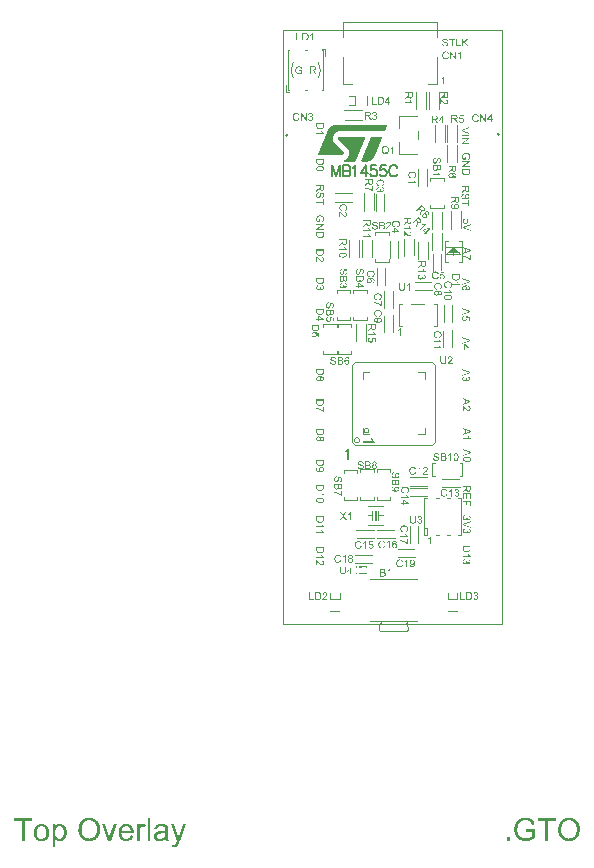
<source format=gto>
G04*
G04 #@! TF.GenerationSoftware,Altium Limited,Altium Designer,18.1.9 (240)*
G04*
G04 Layer_Color=65535*
%FSLAX43Y43*%
%MOMM*%
G71*
G01*
G75*
%ADD10C,0.120*%
%ADD11C,0.203*%
%ADD12C,0.080*%
%ADD13C,0.006*%
%ADD14C,0.127*%
%ADD15C,0.100*%
G36*
X1356Y47212D02*
X1364D01*
X1382Y47210D01*
X1401Y47208D01*
X1422Y47203D01*
X1445Y47197D01*
X1466Y47190D01*
X1467D01*
X1469Y47189D01*
X1472Y47188D01*
X1476Y47186D01*
X1486Y47180D01*
X1499Y47174D01*
X1513Y47164D01*
X1528Y47153D01*
X1542Y47141D01*
X1556Y47126D01*
X1557Y47124D01*
X1561Y47118D01*
X1567Y47110D01*
X1574Y47098D01*
X1582Y47083D01*
X1590Y47064D01*
X1599Y47043D01*
X1605Y47020D01*
X1527Y46999D01*
Y47000D01*
X1526Y47001D01*
X1525Y47004D01*
X1525Y47007D01*
X1522Y47016D01*
X1518Y47027D01*
X1512Y47040D01*
X1506Y47053D01*
X1499Y47066D01*
X1491Y47077D01*
X1490Y47078D01*
X1487Y47082D01*
X1481Y47086D01*
X1475Y47093D01*
X1466Y47100D01*
X1455Y47108D01*
X1443Y47115D01*
X1429Y47122D01*
X1427Y47123D01*
X1422Y47125D01*
X1414Y47128D01*
X1402Y47131D01*
X1389Y47134D01*
X1374Y47137D01*
X1357Y47139D01*
X1339Y47140D01*
X1329D01*
X1324Y47139D01*
X1319D01*
X1305Y47138D01*
X1289Y47135D01*
X1271Y47132D01*
X1254Y47128D01*
X1237Y47121D01*
X1235Y47120D01*
X1229Y47118D01*
X1222Y47114D01*
X1213Y47109D01*
X1201Y47101D01*
X1189Y47094D01*
X1178Y47084D01*
X1167Y47074D01*
X1166Y47073D01*
X1163Y47069D01*
X1158Y47063D01*
X1152Y47055D01*
X1146Y47046D01*
X1139Y47035D01*
X1133Y47022D01*
X1126Y47009D01*
Y47008D01*
X1125Y47006D01*
X1124Y47004D01*
X1122Y46999D01*
X1120Y46993D01*
X1119Y46987D01*
X1116Y46979D01*
X1114Y46971D01*
X1109Y46951D01*
X1105Y46928D01*
X1103Y46905D01*
X1102Y46879D01*
Y46878D01*
Y46875D01*
Y46870D01*
X1103Y46865D01*
Y46857D01*
X1104Y46848D01*
X1104Y46838D01*
X1105Y46828D01*
X1109Y46804D01*
X1114Y46780D01*
X1121Y46756D01*
X1131Y46732D01*
Y46731D01*
X1133Y46729D01*
X1134Y46726D01*
X1136Y46723D01*
X1143Y46712D01*
X1153Y46699D01*
X1166Y46685D01*
X1181Y46671D01*
X1198Y46658D01*
X1218Y46646D01*
X1219D01*
X1221Y46645D01*
X1224Y46643D01*
X1228Y46641D01*
X1233Y46639D01*
X1240Y46637D01*
X1255Y46631D01*
X1274Y46627D01*
X1294Y46622D01*
X1317Y46618D01*
X1340Y46617D01*
X1350D01*
X1355Y46618D01*
X1361D01*
X1375Y46620D01*
X1392Y46622D01*
X1410Y46626D01*
X1430Y46631D01*
X1449Y46638D01*
X1450D01*
X1452Y46639D01*
X1454Y46640D01*
X1458Y46642D01*
X1468Y46647D01*
X1479Y46652D01*
X1493Y46659D01*
X1507Y46666D01*
X1520Y46675D01*
X1531Y46684D01*
Y46806D01*
X1339D01*
Y46883D01*
X1616D01*
Y46642D01*
X1615Y46641D01*
X1613Y46640D01*
X1609Y46637D01*
X1604Y46633D01*
X1599Y46630D01*
X1592Y46625D01*
X1584Y46619D01*
X1575Y46614D01*
X1556Y46601D01*
X1533Y46588D01*
X1509Y46576D01*
X1484Y46566D01*
X1483D01*
X1481Y46565D01*
X1478Y46564D01*
X1473Y46562D01*
X1466Y46560D01*
X1459Y46557D01*
X1450Y46555D01*
X1442Y46553D01*
X1421Y46549D01*
X1398Y46544D01*
X1372Y46541D01*
X1346Y46540D01*
X1337D01*
X1330Y46541D01*
X1322D01*
X1311Y46542D01*
X1300Y46544D01*
X1288Y46545D01*
X1260Y46551D01*
X1231Y46557D01*
X1201Y46568D01*
X1186Y46573D01*
X1171Y46581D01*
X1170Y46582D01*
X1167Y46583D01*
X1164Y46585D01*
X1158Y46588D01*
X1151Y46593D01*
X1145Y46598D01*
X1127Y46611D01*
X1108Y46628D01*
X1088Y46648D01*
X1070Y46672D01*
X1053Y46699D01*
Y46700D01*
X1051Y46703D01*
X1049Y46707D01*
X1046Y46713D01*
X1043Y46720D01*
X1041Y46729D01*
X1037Y46739D01*
X1033Y46750D01*
X1029Y46762D01*
X1025Y46776D01*
X1023Y46790D01*
X1020Y46805D01*
X1015Y46838D01*
X1013Y46873D01*
Y46874D01*
Y46878D01*
Y46882D01*
X1014Y46889D01*
Y46897D01*
X1015Y46908D01*
X1017Y46918D01*
X1018Y46930D01*
X1021Y46943D01*
X1023Y46958D01*
X1030Y46988D01*
X1040Y47019D01*
X1053Y47050D01*
X1054Y47051D01*
X1055Y47053D01*
X1057Y47057D01*
X1060Y47063D01*
X1064Y47070D01*
X1069Y47078D01*
X1082Y47096D01*
X1098Y47116D01*
X1118Y47136D01*
X1140Y47156D01*
X1153Y47164D01*
X1166Y47173D01*
X1167Y47174D01*
X1170Y47175D01*
X1174Y47177D01*
X1180Y47179D01*
X1187Y47182D01*
X1196Y47186D01*
X1205Y47190D01*
X1216Y47193D01*
X1228Y47197D01*
X1242Y47200D01*
X1256Y47204D01*
X1271Y47207D01*
X1304Y47211D01*
X1321Y47213D01*
X1351D01*
X1356Y47212D01*
D02*
G37*
G36*
X2566Y47225D02*
X2575D01*
X2595Y47224D01*
X2615Y47221D01*
X2638Y47218D01*
X2658Y47214D01*
X2669Y47211D01*
X2677Y47208D01*
X2678D01*
X2679Y47207D01*
X2685Y47204D01*
X2693Y47200D01*
X2704Y47194D01*
X2715Y47185D01*
X2727Y47174D01*
X2738Y47161D01*
X2750Y47146D01*
Y47145D01*
X2751Y47144D01*
X2754Y47138D01*
X2758Y47129D01*
X2764Y47117D01*
X2768Y47103D01*
X2773Y47086D01*
X2776Y47068D01*
X2777Y47048D01*
Y47047D01*
Y47045D01*
Y47042D01*
X2776Y47037D01*
Y47030D01*
X2775Y47024D01*
X2771Y47008D01*
X2766Y46989D01*
X2758Y46969D01*
X2747Y46949D01*
X2739Y46940D01*
X2732Y46931D01*
X2731Y46930D01*
X2730Y46929D01*
X2727Y46926D01*
X2723Y46923D01*
X2719Y46919D01*
X2713Y46916D01*
X2705Y46911D01*
X2698Y46905D01*
X2688Y46901D01*
X2678Y46896D01*
X2667Y46890D01*
X2655Y46886D01*
X2641Y46882D01*
X2626Y46877D01*
X2610Y46874D01*
X2594Y46871D01*
X2595Y46871D01*
X2599Y46869D01*
X2605Y46865D01*
X2612Y46861D01*
X2629Y46851D01*
X2638Y46844D01*
X2645Y46839D01*
X2647Y46837D01*
X2652Y46832D01*
X2659Y46824D01*
X2669Y46815D01*
X2679Y46802D01*
X2691Y46788D01*
X2704Y46771D01*
X2717Y46752D01*
X2829Y46575D01*
X2721D01*
X2636Y46711D01*
Y46712D01*
X2634Y46714D01*
X2632Y46716D01*
X2629Y46720D01*
X2623Y46731D01*
X2614Y46744D01*
X2604Y46758D01*
X2594Y46773D01*
X2583Y46787D01*
X2574Y46800D01*
X2573Y46801D01*
X2570Y46805D01*
X2565Y46810D01*
X2559Y46817D01*
X2545Y46831D01*
X2537Y46838D01*
X2530Y46843D01*
X2529Y46844D01*
X2527Y46845D01*
X2523Y46847D01*
X2517Y46850D01*
X2512Y46853D01*
X2505Y46855D01*
X2490Y46860D01*
X2489D01*
X2487Y46861D01*
X2484D01*
X2479Y46862D01*
X2472Y46863D01*
X2465D01*
X2454Y46864D01*
X2344D01*
Y46575D01*
X2257D01*
Y47226D01*
X2559D01*
X2566Y47225D01*
D02*
G37*
G36*
X13722Y49561D02*
X13728D01*
X13746Y49559D01*
X13766Y49556D01*
X13786Y49551D01*
X13809Y49546D01*
X13830Y49538D01*
X13831D01*
X13833Y49537D01*
X13835Y49535D01*
X13839Y49533D01*
X13848Y49529D01*
X13861Y49520D01*
X13875Y49511D01*
X13889Y49499D01*
X13902Y49485D01*
X13914Y49469D01*
Y49468D01*
X13915Y49467D01*
X13917Y49464D01*
X13919Y49461D01*
X13924Y49452D01*
X13929Y49439D01*
X13936Y49424D01*
X13941Y49407D01*
X13945Y49388D01*
X13947Y49367D01*
X13864Y49361D01*
Y49361D01*
Y49363D01*
X13864Y49366D01*
X13863Y49371D01*
X13860Y49381D01*
X13856Y49395D01*
X13850Y49410D01*
X13842Y49425D01*
X13832Y49439D01*
X13818Y49453D01*
X13817Y49454D01*
X13812Y49457D01*
X13802Y49463D01*
X13790Y49469D01*
X13774Y49474D01*
X13755Y49480D01*
X13732Y49484D01*
X13706Y49485D01*
X13692D01*
X13687Y49484D01*
X13679Y49483D01*
X13662Y49481D01*
X13644Y49477D01*
X13625Y49472D01*
X13607Y49465D01*
X13599Y49460D01*
X13592Y49455D01*
X13590Y49454D01*
X13586Y49451D01*
X13581Y49444D01*
X13575Y49437D01*
X13568Y49426D01*
X13563Y49415D01*
X13559Y49402D01*
X13557Y49387D01*
Y49385D01*
Y49381D01*
X13558Y49375D01*
X13560Y49367D01*
X13563Y49358D01*
X13567Y49348D01*
X13573Y49339D01*
X13582Y49329D01*
X13583Y49329D01*
X13587Y49326D01*
X13591Y49323D01*
X13595Y49321D01*
X13600Y49318D01*
X13607Y49314D01*
X13615Y49312D01*
X13625Y49308D01*
X13635Y49304D01*
X13647Y49299D01*
X13661Y49296D01*
X13676Y49291D01*
X13692Y49287D01*
X13711Y49283D01*
X13712D01*
X13716Y49282D01*
X13722Y49281D01*
X13728Y49279D01*
X13737Y49277D01*
X13747Y49274D01*
X13757Y49271D01*
X13769Y49268D01*
X13793Y49262D01*
X13817Y49255D01*
X13828Y49251D01*
X13838Y49248D01*
X13848Y49245D01*
X13855Y49241D01*
X13856D01*
X13858Y49240D01*
X13861Y49238D01*
X13864Y49236D01*
X13875Y49231D01*
X13887Y49223D01*
X13901Y49213D01*
X13915Y49202D01*
X13928Y49189D01*
X13940Y49174D01*
X13941Y49173D01*
X13944Y49168D01*
X13948Y49159D01*
X13954Y49148D01*
X13958Y49135D01*
X13963Y49119D01*
X13966Y49101D01*
X13967Y49082D01*
Y49081D01*
Y49080D01*
Y49078D01*
Y49074D01*
X13965Y49064D01*
X13963Y49050D01*
X13959Y49035D01*
X13955Y49019D01*
X13947Y49002D01*
X13937Y48985D01*
Y48984D01*
X13936Y48983D01*
X13931Y48977D01*
X13925Y48969D01*
X13915Y48959D01*
X13903Y48948D01*
X13888Y48936D01*
X13871Y48924D01*
X13851Y48914D01*
X13850D01*
X13848Y48913D01*
X13846Y48912D01*
X13842Y48910D01*
X13836Y48908D01*
X13830Y48906D01*
X13815Y48902D01*
X13797Y48897D01*
X13775Y48892D01*
X13752Y48890D01*
X13726Y48889D01*
X13711D01*
X13704Y48890D01*
X13695D01*
X13686Y48891D01*
X13675Y48892D01*
X13651Y48895D01*
X13627Y48899D01*
X13602Y48906D01*
X13579Y48914D01*
X13578D01*
X13576Y48915D01*
X13573Y48917D01*
X13569Y48919D01*
X13558Y48924D01*
X13545Y48933D01*
X13530Y48944D01*
X13514Y48957D01*
X13499Y48973D01*
X13485Y48991D01*
Y48992D01*
X13483Y48994D01*
X13482Y48997D01*
X13479Y49001D01*
X13477Y49005D01*
X13474Y49011D01*
X13468Y49025D01*
X13461Y49043D01*
X13456Y49063D01*
X13452Y49085D01*
X13450Y49109D01*
X13531Y49116D01*
Y49115D01*
Y49114D01*
X13532Y49111D01*
Y49108D01*
X13534Y49099D01*
X13536Y49087D01*
X13540Y49075D01*
X13544Y49061D01*
X13551Y49048D01*
X13557Y49035D01*
X13558Y49034D01*
X13561Y49031D01*
X13566Y49024D01*
X13573Y49017D01*
X13583Y49009D01*
X13593Y49001D01*
X13607Y48992D01*
X13622Y48985D01*
X13623D01*
X13624Y48984D01*
X13627Y48983D01*
X13630Y48982D01*
X13639Y48979D01*
X13651Y48975D01*
X13666Y48971D01*
X13683Y48969D01*
X13702Y48967D01*
X13723Y48966D01*
X13731D01*
X13740Y48967D01*
X13752Y48968D01*
X13765Y48970D01*
X13780Y48971D01*
X13795Y48975D01*
X13809Y48980D01*
X13811Y48981D01*
X13816Y48983D01*
X13822Y48986D01*
X13831Y48990D01*
X13839Y48997D01*
X13848Y49003D01*
X13858Y49011D01*
X13865Y49020D01*
X13866Y49021D01*
X13868Y49025D01*
X13871Y49030D01*
X13875Y49037D01*
X13879Y49045D01*
X13881Y49054D01*
X13883Y49064D01*
X13884Y49076D01*
Y49077D01*
Y49081D01*
X13883Y49087D01*
X13882Y49095D01*
X13879Y49102D01*
X13877Y49111D01*
X13872Y49121D01*
X13865Y49129D01*
X13864Y49130D01*
X13862Y49133D01*
X13858Y49137D01*
X13851Y49142D01*
X13844Y49148D01*
X13833Y49155D01*
X13821Y49161D01*
X13807Y49167D01*
X13806Y49168D01*
X13801Y49169D01*
X13794Y49172D01*
X13789Y49173D01*
X13783Y49174D01*
X13776Y49177D01*
X13768Y49179D01*
X13758Y49182D01*
X13747Y49185D01*
X13736Y49188D01*
X13723Y49191D01*
X13708Y49195D01*
X13692Y49199D01*
X13691D01*
X13688Y49200D01*
X13683Y49201D01*
X13677Y49203D01*
X13670Y49204D01*
X13661Y49206D01*
X13643Y49212D01*
X13622Y49219D01*
X13600Y49225D01*
X13582Y49232D01*
X13573Y49236D01*
X13566Y49239D01*
X13565D01*
X13564Y49240D01*
X13558Y49244D01*
X13550Y49249D01*
X13540Y49256D01*
X13529Y49265D01*
X13518Y49275D01*
X13506Y49287D01*
X13497Y49300D01*
X13496Y49302D01*
X13493Y49307D01*
X13489Y49314D01*
X13486Y49324D01*
X13482Y49336D01*
X13478Y49350D01*
X13475Y49365D01*
X13474Y49381D01*
Y49382D01*
Y49383D01*
Y49386D01*
Y49390D01*
X13476Y49399D01*
X13478Y49411D01*
X13481Y49425D01*
X13486Y49441D01*
X13492Y49457D01*
X13502Y49473D01*
Y49474D01*
X13503Y49475D01*
X13507Y49481D01*
X13514Y49488D01*
X13522Y49498D01*
X13534Y49508D01*
X13548Y49519D01*
X13565Y49530D01*
X13583Y49539D01*
X13584D01*
X13586Y49540D01*
X13589Y49541D01*
X13593Y49543D01*
X13598Y49545D01*
X13604Y49547D01*
X13618Y49550D01*
X13636Y49554D01*
X13657Y49558D01*
X13678Y49561D01*
X13703Y49562D01*
X13715D01*
X13722Y49561D01*
D02*
G37*
G36*
X15395Y49286D02*
X15680Y48900D01*
X15566D01*
X15335Y49228D01*
X15229Y49126D01*
Y48900D01*
X15143D01*
Y49550D01*
X15229D01*
Y49227D01*
X15550Y49550D01*
X15668D01*
X15395Y49286D01*
D02*
G37*
G36*
X14723Y48977D02*
X15044D01*
Y48900D01*
X14637D01*
Y49550D01*
X14723D01*
Y48977D01*
D02*
G37*
G36*
X14551Y49473D02*
X14337D01*
Y48900D01*
X14251D01*
Y49473D01*
X14036D01*
Y49550D01*
X14551D01*
Y49473D01*
D02*
G37*
G36*
X9990Y24410D02*
X9910D01*
Y24918D01*
X9909Y24917D01*
X9904Y24914D01*
X9898Y24908D01*
X9889Y24902D01*
X9879Y24893D01*
X9866Y24884D01*
X9851Y24873D01*
X9834Y24863D01*
X9833D01*
X9832Y24862D01*
X9826Y24858D01*
X9817Y24854D01*
X9805Y24848D01*
X9792Y24841D01*
X9778Y24835D01*
X9764Y24828D01*
X9750Y24823D01*
Y24900D01*
X9751D01*
X9753Y24902D01*
X9757Y24902D01*
X9761Y24905D01*
X9767Y24908D01*
X9774Y24912D01*
X9789Y24921D01*
X9808Y24932D01*
X9827Y24945D01*
X9847Y24960D01*
X9867Y24976D01*
X9867Y24977D01*
X9868Y24978D01*
X9871Y24980D01*
X9875Y24983D01*
X9883Y24993D01*
X9895Y25004D01*
X9906Y25017D01*
X9918Y25032D01*
X9929Y25047D01*
X9938Y25063D01*
X9990D01*
Y24410D01*
D02*
G37*
G36*
X7513Y15699D02*
X7515Y15696D01*
X7517Y15690D01*
X7521Y15683D01*
X7525Y15675D01*
X7531Y15665D01*
X7544Y15642D01*
X7560Y15614D01*
X7579Y15586D01*
X7601Y15557D01*
X7625Y15528D01*
X7626Y15527D01*
X7628Y15525D01*
X7632Y15521D01*
X7636Y15516D01*
X7650Y15503D01*
X7666Y15486D01*
X7686Y15470D01*
X7708Y15452D01*
X7730Y15436D01*
X7754Y15423D01*
Y15346D01*
X6790D01*
Y15464D01*
X7540D01*
X7539Y15466D01*
X7533Y15473D01*
X7525Y15481D01*
X7515Y15495D01*
X7503Y15510D01*
X7489Y15529D01*
X7474Y15552D01*
X7458Y15577D01*
Y15578D01*
X7457Y15579D01*
X7452Y15588D01*
X7445Y15602D01*
X7436Y15618D01*
X7427Y15638D01*
X7417Y15658D01*
X7407Y15679D01*
X7399Y15700D01*
X7513D01*
Y15699D01*
D02*
G37*
G36*
X5554Y13880D02*
X5436D01*
Y14630D01*
X5434Y14629D01*
X5427Y14623D01*
X5419Y14615D01*
X5405Y14605D01*
X5390Y14593D01*
X5371Y14579D01*
X5348Y14564D01*
X5323Y14548D01*
X5322D01*
X5321Y14547D01*
X5312Y14542D01*
X5298Y14535D01*
X5282Y14526D01*
X5262Y14517D01*
X5242Y14507D01*
X5221Y14497D01*
X5200Y14489D01*
Y14603D01*
X5201D01*
X5204Y14605D01*
X5210Y14607D01*
X5217Y14611D01*
X5225Y14615D01*
X5235Y14621D01*
X5258Y14634D01*
X5286Y14650D01*
X5314Y14669D01*
X5343Y14691D01*
X5372Y14715D01*
X5373Y14716D01*
X5375Y14718D01*
X5379Y14722D01*
X5384Y14726D01*
X5397Y14740D01*
X5414Y14756D01*
X5430Y14776D01*
X5448Y14798D01*
X5464Y14820D01*
X5477Y14844D01*
X5554D01*
Y13880D01*
D02*
G37*
G36*
X12490Y6740D02*
X12410D01*
Y7248D01*
X12409Y7247D01*
X12404Y7244D01*
X12398Y7238D01*
X12389Y7232D01*
X12379Y7223D01*
X12366Y7214D01*
X12351Y7203D01*
X12334Y7193D01*
X12333D01*
X12332Y7192D01*
X12326Y7188D01*
X12317Y7184D01*
X12305Y7178D01*
X12292Y7171D01*
X12278Y7165D01*
X12264Y7158D01*
X12250Y7153D01*
Y7230D01*
X12251D01*
X12253Y7232D01*
X12257Y7232D01*
X12261Y7235D01*
X12267Y7238D01*
X12274Y7242D01*
X12289Y7251D01*
X12308Y7262D01*
X12327Y7275D01*
X12347Y7290D01*
X12367Y7306D01*
X12367Y7307D01*
X12368Y7308D01*
X12371Y7310D01*
X12375Y7313D01*
X12383Y7323D01*
X12395Y7334D01*
X12406Y7347D01*
X12418Y7362D01*
X12429Y7377D01*
X12438Y7393D01*
X12490D01*
Y6740D01*
D02*
G37*
G36*
X13640Y45670D02*
X13560D01*
Y46178D01*
X13559Y46177D01*
X13554Y46174D01*
X13548Y46168D01*
X13539Y46162D01*
X13529Y46153D01*
X13516Y46144D01*
X13501Y46133D01*
X13484Y46123D01*
X13483D01*
X13482Y46122D01*
X13476Y46118D01*
X13467Y46114D01*
X13455Y46108D01*
X13442Y46101D01*
X13428Y46095D01*
X13414Y46088D01*
X13400Y46083D01*
Y46160D01*
X13401D01*
X13403Y46162D01*
X13407Y46162D01*
X13411Y46165D01*
X13417Y46168D01*
X13424Y46172D01*
X13439Y46181D01*
X13458Y46192D01*
X13477Y46205D01*
X13497Y46220D01*
X13517Y46236D01*
X13517Y46237D01*
X13518Y46238D01*
X13521Y46240D01*
X13525Y46243D01*
X13533Y46253D01*
X13545Y46264D01*
X13556Y46277D01*
X13568Y46292D01*
X13579Y46307D01*
X13588Y46323D01*
X13640D01*
Y45670D01*
D02*
G37*
G36*
X-18876Y-16932D02*
X-18857Y-16935D01*
X-18815Y-16940D01*
X-18765Y-16952D01*
X-18712Y-16968D01*
X-18660Y-16993D01*
X-18607Y-17024D01*
X-18604D01*
X-18601Y-17029D01*
X-18585Y-17040D01*
X-18560Y-17063D01*
X-18529Y-17090D01*
X-18496Y-17126D01*
X-18463Y-17171D01*
X-18429Y-17224D01*
X-18401Y-17282D01*
Y-17285D01*
X-18399Y-17290D01*
X-18396Y-17299D01*
X-18390Y-17310D01*
X-18385Y-17326D01*
X-18379Y-17346D01*
X-18365Y-17390D01*
X-18351Y-17446D01*
X-18340Y-17507D01*
X-18332Y-17576D01*
X-18329Y-17648D01*
Y-17651D01*
Y-17657D01*
Y-17668D01*
Y-17684D01*
X-18332Y-17704D01*
Y-17726D01*
X-18338Y-17776D01*
X-18349Y-17837D01*
X-18363Y-17901D01*
X-18382Y-17968D01*
X-18407Y-18034D01*
Y-18037D01*
X-18410Y-18043D01*
X-18415Y-18051D01*
X-18421Y-18062D01*
X-18440Y-18093D01*
X-18465Y-18131D01*
X-18496Y-18173D01*
X-18535Y-18215D01*
X-18579Y-18256D01*
X-18632Y-18295D01*
X-18635D01*
X-18637Y-18298D01*
X-18646Y-18304D01*
X-18657Y-18309D01*
X-18685Y-18323D01*
X-18723Y-18340D01*
X-18771Y-18356D01*
X-18821Y-18370D01*
X-18879Y-18381D01*
X-18937Y-18384D01*
X-18957D01*
X-18979Y-18381D01*
X-19007Y-18379D01*
X-19040Y-18373D01*
X-19076Y-18365D01*
X-19112Y-18354D01*
X-19148Y-18337D01*
X-19151Y-18334D01*
X-19165Y-18329D01*
X-19182Y-18317D01*
X-19204Y-18301D01*
X-19226Y-18284D01*
X-19254Y-18262D01*
X-19279Y-18237D01*
X-19301Y-18209D01*
Y-18887D01*
X-19537D01*
Y-16960D01*
X-19323D01*
Y-17143D01*
X-19320Y-17138D01*
X-19309Y-17126D01*
X-19295Y-17107D01*
X-19273Y-17085D01*
X-19248Y-17057D01*
X-19220Y-17032D01*
X-19187Y-17007D01*
X-19154Y-16985D01*
X-19148Y-16982D01*
X-19137Y-16977D01*
X-19115Y-16968D01*
X-19087Y-16957D01*
X-19054Y-16946D01*
X-19015Y-16938D01*
X-18971Y-16932D01*
X-18921Y-16929D01*
X-18890D01*
X-18876Y-16932D01*
D02*
G37*
G36*
X-11816D02*
X-11786Y-16938D01*
X-11750Y-16949D01*
X-11711Y-16963D01*
X-11666Y-16982D01*
X-11619Y-17007D01*
X-11705Y-17224D01*
X-11708Y-17221D01*
X-11719Y-17215D01*
X-11736Y-17207D01*
X-11758Y-17199D01*
X-11783Y-17190D01*
X-11813Y-17182D01*
X-11844Y-17176D01*
X-11875Y-17174D01*
X-11888D01*
X-11902Y-17176D01*
X-11922Y-17179D01*
X-11941Y-17185D01*
X-11966Y-17193D01*
X-11991Y-17204D01*
X-12013Y-17221D01*
X-12016Y-17224D01*
X-12024Y-17229D01*
X-12033Y-17240D01*
X-12047Y-17254D01*
X-12061Y-17274D01*
X-12074Y-17296D01*
X-12088Y-17321D01*
X-12099Y-17351D01*
X-12102Y-17357D01*
X-12105Y-17374D01*
X-12111Y-17399D01*
X-12119Y-17432D01*
X-12127Y-17474D01*
X-12133Y-17521D01*
X-12136Y-17571D01*
X-12138Y-17626D01*
Y-18354D01*
X-12374D01*
Y-16960D01*
X-12161D01*
Y-17171D01*
X-12158Y-17168D01*
X-12147Y-17149D01*
X-12133Y-17124D01*
X-12111Y-17093D01*
X-12088Y-17063D01*
X-12063Y-17029D01*
X-12038Y-17002D01*
X-12013Y-16979D01*
X-12011Y-16977D01*
X-12002Y-16971D01*
X-11986Y-16963D01*
X-11969Y-16954D01*
X-11947Y-16946D01*
X-11919Y-16938D01*
X-11891Y-16932D01*
X-11861Y-16929D01*
X-11841D01*
X-11816Y-16932D01*
D02*
G37*
G36*
X-14606Y-18354D02*
X-14831D01*
X-15356Y-16960D01*
X-15106D01*
X-14806Y-17796D01*
Y-17798D01*
X-14803Y-17801D01*
X-14801Y-17809D01*
X-14798Y-17818D01*
X-14790Y-17846D01*
X-14778Y-17882D01*
X-14765Y-17923D01*
X-14748Y-17970D01*
X-14734Y-18023D01*
X-14717Y-18076D01*
X-14715Y-18070D01*
X-14712Y-18057D01*
X-14704Y-18034D01*
X-14695Y-18001D01*
X-14681Y-17965D01*
X-14667Y-17918D01*
X-14648Y-17868D01*
X-14629Y-17812D01*
X-14320Y-16960D01*
X-14076D01*
X-14606Y-18354D01*
D02*
G37*
G36*
X-8776Y-18376D02*
Y-18379D01*
X-8779Y-18387D01*
X-8785Y-18398D01*
X-8790Y-18412D01*
X-8799Y-18431D01*
X-8807Y-18454D01*
X-8826Y-18501D01*
X-8846Y-18553D01*
X-8868Y-18606D01*
X-8890Y-18653D01*
X-8901Y-18673D01*
X-8910Y-18692D01*
X-8912Y-18698D01*
X-8921Y-18712D01*
X-8935Y-18731D01*
X-8951Y-18756D01*
X-8973Y-18784D01*
X-8998Y-18812D01*
X-9023Y-18839D01*
X-9054Y-18862D01*
X-9057Y-18864D01*
X-9068Y-18870D01*
X-9084Y-18878D01*
X-9109Y-18889D01*
X-9137Y-18900D01*
X-9171Y-18909D01*
X-9207Y-18914D01*
X-9248Y-18917D01*
X-9259D01*
X-9273Y-18914D01*
X-9293D01*
X-9315Y-18909D01*
X-9340Y-18903D01*
X-9368Y-18898D01*
X-9398Y-18887D01*
X-9423Y-18667D01*
X-9420D01*
X-9409Y-18670D01*
X-9395Y-18673D01*
X-9379Y-18678D01*
X-9334Y-18687D01*
X-9290Y-18689D01*
X-9276D01*
X-9262Y-18687D01*
X-9245D01*
X-9204Y-18678D01*
X-9184Y-18670D01*
X-9165Y-18662D01*
X-9162D01*
X-9157Y-18656D01*
X-9148Y-18651D01*
X-9137Y-18642D01*
X-9112Y-18620D01*
X-9090Y-18590D01*
Y-18587D01*
X-9084Y-18581D01*
X-9079Y-18570D01*
X-9073Y-18553D01*
X-9062Y-18531D01*
X-9051Y-18498D01*
X-9034Y-18459D01*
X-9018Y-18412D01*
Y-18409D01*
X-9012Y-18398D01*
X-9007Y-18379D01*
X-8996Y-18354D01*
X-9523Y-16960D01*
X-9273D01*
X-8982Y-17768D01*
Y-17771D01*
X-8979Y-17773D01*
X-8976Y-17782D01*
X-8973Y-17796D01*
X-8968Y-17809D01*
X-8962Y-17826D01*
X-8948Y-17865D01*
X-8932Y-17912D01*
X-8915Y-17968D01*
X-8898Y-18026D01*
X-8882Y-18090D01*
Y-18087D01*
X-8879Y-18081D01*
X-8876Y-18073D01*
X-8873Y-18062D01*
X-8871Y-18048D01*
X-8865Y-18032D01*
X-8854Y-17990D01*
X-8840Y-17943D01*
X-8821Y-17887D01*
X-8804Y-17832D01*
X-8782Y-17773D01*
X-8482Y-16960D01*
X-8246D01*
X-8776Y-18376D01*
D02*
G37*
G36*
X-10231Y-16932D02*
X-10189Y-16935D01*
X-10142Y-16940D01*
X-10095Y-16949D01*
X-10048Y-16960D01*
X-10003Y-16974D01*
X-9998Y-16977D01*
X-9984Y-16982D01*
X-9965Y-16990D01*
X-9940Y-17002D01*
X-9912Y-17018D01*
X-9884Y-17035D01*
X-9859Y-17057D01*
X-9837Y-17079D01*
X-9834Y-17082D01*
X-9828Y-17090D01*
X-9820Y-17104D01*
X-9809Y-17121D01*
X-9795Y-17146D01*
X-9784Y-17171D01*
X-9773Y-17201D01*
X-9765Y-17238D01*
Y-17240D01*
X-9762Y-17249D01*
X-9759Y-17265D01*
X-9756Y-17288D01*
Y-17318D01*
X-9754Y-17354D01*
X-9751Y-17401D01*
Y-17454D01*
Y-17771D01*
Y-17773D01*
Y-17784D01*
Y-17801D01*
Y-17823D01*
Y-17848D01*
Y-17879D01*
X-9748Y-17945D01*
Y-18015D01*
X-9745Y-18084D01*
X-9742Y-18115D01*
Y-18143D01*
X-9740Y-18168D01*
X-9737Y-18187D01*
Y-18190D01*
X-9734Y-18201D01*
X-9731Y-18218D01*
X-9723Y-18240D01*
X-9717Y-18265D01*
X-9706Y-18292D01*
X-9692Y-18323D01*
X-9679Y-18354D01*
X-9926D01*
X-9928Y-18351D01*
X-9931Y-18340D01*
X-9937Y-18326D01*
X-9945Y-18304D01*
X-9953Y-18279D01*
X-9959Y-18248D01*
X-9965Y-18215D01*
X-9970Y-18179D01*
X-9973D01*
X-9976Y-18184D01*
X-9992Y-18198D01*
X-10017Y-18218D01*
X-10051Y-18243D01*
X-10092Y-18268D01*
X-10134Y-18295D01*
X-10178Y-18320D01*
X-10225Y-18340D01*
X-10231Y-18342D01*
X-10248Y-18345D01*
X-10273Y-18354D01*
X-10303Y-18362D01*
X-10342Y-18370D01*
X-10387Y-18376D01*
X-10436Y-18381D01*
X-10486Y-18384D01*
X-10509D01*
X-10525Y-18381D01*
X-10545D01*
X-10567Y-18379D01*
X-10617Y-18370D01*
X-10672Y-18356D01*
X-10734Y-18337D01*
X-10789Y-18309D01*
X-10839Y-18273D01*
X-10845Y-18268D01*
X-10858Y-18254D01*
X-10878Y-18229D01*
X-10900Y-18195D01*
X-10922Y-18154D01*
X-10942Y-18106D01*
X-10956Y-18048D01*
X-10958Y-18020D01*
X-10961Y-17987D01*
Y-17982D01*
Y-17970D01*
X-10958Y-17951D01*
X-10956Y-17926D01*
X-10950Y-17895D01*
X-10942Y-17865D01*
X-10931Y-17832D01*
X-10917Y-17801D01*
X-10914Y-17798D01*
X-10908Y-17787D01*
X-10897Y-17771D01*
X-10883Y-17751D01*
X-10867Y-17729D01*
X-10845Y-17707D01*
X-10822Y-17684D01*
X-10795Y-17665D01*
X-10792Y-17662D01*
X-10781Y-17657D01*
X-10767Y-17646D01*
X-10745Y-17635D01*
X-10720Y-17623D01*
X-10689Y-17610D01*
X-10659Y-17598D01*
X-10622Y-17587D01*
X-10620D01*
X-10609Y-17585D01*
X-10592Y-17579D01*
X-10570Y-17576D01*
X-10542Y-17571D01*
X-10506Y-17565D01*
X-10464Y-17557D01*
X-10414Y-17551D01*
X-10411D01*
X-10400Y-17548D01*
X-10387D01*
X-10367Y-17546D01*
X-10345Y-17543D01*
X-10317Y-17537D01*
X-10287Y-17535D01*
X-10253Y-17529D01*
X-10187Y-17515D01*
X-10114Y-17501D01*
X-10051Y-17485D01*
X-10020Y-17476D01*
X-9992Y-17468D01*
Y-17465D01*
Y-17460D01*
X-9990Y-17443D01*
Y-17424D01*
Y-17412D01*
Y-17407D01*
Y-17404D01*
Y-17401D01*
Y-17385D01*
X-9992Y-17357D01*
X-9998Y-17326D01*
X-10006Y-17293D01*
X-10020Y-17260D01*
X-10037Y-17229D01*
X-10059Y-17204D01*
X-10062Y-17201D01*
X-10076Y-17190D01*
X-10098Y-17179D01*
X-10126Y-17163D01*
X-10164Y-17149D01*
X-10209Y-17135D01*
X-10264Y-17126D01*
X-10328Y-17124D01*
X-10356D01*
X-10384Y-17126D01*
X-10423Y-17132D01*
X-10461Y-17138D01*
X-10503Y-17149D01*
X-10542Y-17163D01*
X-10575Y-17182D01*
X-10578Y-17185D01*
X-10589Y-17193D01*
X-10603Y-17207D01*
X-10620Y-17229D01*
X-10636Y-17257D01*
X-10656Y-17293D01*
X-10672Y-17337D01*
X-10689Y-17387D01*
X-10920Y-17357D01*
Y-17354D01*
X-10917Y-17351D01*
Y-17343D01*
X-10914Y-17332D01*
X-10906Y-17307D01*
X-10895Y-17271D01*
X-10881Y-17235D01*
X-10864Y-17196D01*
X-10842Y-17157D01*
X-10817Y-17121D01*
X-10814Y-17118D01*
X-10803Y-17107D01*
X-10786Y-17090D01*
X-10764Y-17068D01*
X-10734Y-17046D01*
X-10697Y-17024D01*
X-10656Y-16999D01*
X-10609Y-16979D01*
X-10606D01*
X-10603Y-16977D01*
X-10595Y-16974D01*
X-10584Y-16971D01*
X-10556Y-16963D01*
X-10517Y-16954D01*
X-10473Y-16946D01*
X-10417Y-16938D01*
X-10359Y-16932D01*
X-10292Y-16929D01*
X-10262D01*
X-10231Y-16932D01*
D02*
G37*
G36*
X-11247Y-18354D02*
X-11483D01*
Y-16432D01*
X-11247D01*
Y-18354D01*
D02*
G37*
G36*
X-21264Y-16660D02*
X-21897D01*
Y-18354D01*
X-22152D01*
Y-16660D01*
X-22785D01*
Y-16432D01*
X-21264D01*
Y-16660D01*
D02*
G37*
G36*
X-13249Y-16932D02*
X-13227Y-16935D01*
X-13199Y-16940D01*
X-13168Y-16946D01*
X-13132Y-16954D01*
X-13099Y-16963D01*
X-13060Y-16977D01*
X-13024Y-16990D01*
X-12985Y-17010D01*
X-12946Y-17032D01*
X-12907Y-17057D01*
X-12871Y-17088D01*
X-12838Y-17121D01*
X-12835Y-17124D01*
X-12830Y-17129D01*
X-12821Y-17140D01*
X-12810Y-17157D01*
X-12796Y-17176D01*
X-12782Y-17199D01*
X-12766Y-17226D01*
X-12749Y-17260D01*
X-12732Y-17296D01*
X-12716Y-17335D01*
X-12702Y-17379D01*
X-12688Y-17426D01*
X-12677Y-17479D01*
X-12669Y-17535D01*
X-12663Y-17593D01*
X-12660Y-17657D01*
Y-17660D01*
Y-17671D01*
Y-17690D01*
X-12663Y-17718D01*
X-13704D01*
Y-17721D01*
Y-17729D01*
X-13701Y-17740D01*
Y-17757D01*
X-13699Y-17776D01*
X-13693Y-17798D01*
X-13685Y-17848D01*
X-13668Y-17904D01*
X-13646Y-17965D01*
X-13615Y-18020D01*
X-13576Y-18070D01*
X-13574D01*
X-13571Y-18076D01*
X-13554Y-18090D01*
X-13529Y-18109D01*
X-13496Y-18129D01*
X-13451Y-18151D01*
X-13401Y-18170D01*
X-13346Y-18184D01*
X-13315Y-18187D01*
X-13282Y-18190D01*
X-13260D01*
X-13235Y-18187D01*
X-13204Y-18181D01*
X-13171Y-18173D01*
X-13132Y-18162D01*
X-13096Y-18145D01*
X-13060Y-18123D01*
X-13057Y-18120D01*
X-13043Y-18109D01*
X-13027Y-18093D01*
X-13007Y-18070D01*
X-12985Y-18040D01*
X-12960Y-18001D01*
X-12935Y-17957D01*
X-12913Y-17904D01*
X-12669Y-17934D01*
Y-17937D01*
X-12671Y-17943D01*
X-12674Y-17954D01*
X-12680Y-17970D01*
X-12688Y-17987D01*
X-12696Y-18009D01*
X-12719Y-18057D01*
X-12746Y-18109D01*
X-12785Y-18165D01*
X-12830Y-18218D01*
X-12885Y-18268D01*
X-12888D01*
X-12893Y-18273D01*
X-12902Y-18279D01*
X-12913Y-18287D01*
X-12930Y-18295D01*
X-12946Y-18304D01*
X-12968Y-18315D01*
X-12993Y-18326D01*
X-13021Y-18337D01*
X-13049Y-18348D01*
X-13118Y-18365D01*
X-13196Y-18379D01*
X-13282Y-18384D01*
X-13313D01*
X-13332Y-18381D01*
X-13357Y-18379D01*
X-13388Y-18373D01*
X-13421Y-18367D01*
X-13457Y-18362D01*
X-13535Y-18340D01*
X-13576Y-18323D01*
X-13615Y-18306D01*
X-13657Y-18284D01*
X-13696Y-18259D01*
X-13732Y-18231D01*
X-13768Y-18198D01*
X-13771Y-18195D01*
X-13776Y-18190D01*
X-13785Y-18179D01*
X-13796Y-18162D01*
X-13810Y-18143D01*
X-13823Y-18120D01*
X-13840Y-18093D01*
X-13857Y-18062D01*
X-13873Y-18026D01*
X-13890Y-17987D01*
X-13904Y-17943D01*
X-13918Y-17895D01*
X-13929Y-17846D01*
X-13937Y-17790D01*
X-13943Y-17732D01*
X-13946Y-17671D01*
Y-17668D01*
Y-17654D01*
Y-17637D01*
X-13943Y-17612D01*
X-13940Y-17582D01*
X-13937Y-17548D01*
X-13932Y-17510D01*
X-13923Y-17471D01*
X-13901Y-17382D01*
X-13887Y-17337D01*
X-13871Y-17290D01*
X-13848Y-17246D01*
X-13823Y-17204D01*
X-13796Y-17163D01*
X-13765Y-17124D01*
X-13762Y-17121D01*
X-13757Y-17115D01*
X-13746Y-17107D01*
X-13732Y-17093D01*
X-13715Y-17079D01*
X-13693Y-17063D01*
X-13668Y-17043D01*
X-13637Y-17027D01*
X-13607Y-17007D01*
X-13571Y-16990D01*
X-13532Y-16974D01*
X-13490Y-16960D01*
X-13446Y-16946D01*
X-13399Y-16938D01*
X-13349Y-16932D01*
X-13296Y-16929D01*
X-13268D01*
X-13249Y-16932D01*
D02*
G37*
G36*
X-20420D02*
X-20395Y-16935D01*
X-20367Y-16940D01*
X-20336Y-16946D01*
X-20300Y-16952D01*
X-20225Y-16977D01*
X-20187Y-16990D01*
X-20148Y-17010D01*
X-20109Y-17029D01*
X-20070Y-17057D01*
X-20034Y-17085D01*
X-19998Y-17118D01*
X-19995Y-17121D01*
X-19989Y-17126D01*
X-19981Y-17138D01*
X-19970Y-17151D01*
X-19956Y-17171D01*
X-19939Y-17196D01*
X-19923Y-17224D01*
X-19906Y-17254D01*
X-19890Y-17288D01*
X-19873Y-17329D01*
X-19856Y-17371D01*
X-19842Y-17418D01*
X-19831Y-17468D01*
X-19823Y-17521D01*
X-19817Y-17576D01*
X-19815Y-17637D01*
Y-17640D01*
Y-17648D01*
Y-17662D01*
Y-17682D01*
X-19817Y-17704D01*
X-19820Y-17732D01*
Y-17759D01*
X-19826Y-17790D01*
X-19834Y-17859D01*
X-19851Y-17929D01*
X-19870Y-17998D01*
X-19898Y-18062D01*
Y-18065D01*
X-19901Y-18068D01*
X-19906Y-18076D01*
X-19912Y-18087D01*
X-19931Y-18115D01*
X-19956Y-18148D01*
X-19989Y-18187D01*
X-20031Y-18226D01*
X-20078Y-18265D01*
X-20134Y-18301D01*
X-20137D01*
X-20139Y-18304D01*
X-20148Y-18309D01*
X-20162Y-18315D01*
X-20175Y-18320D01*
X-20192Y-18326D01*
X-20234Y-18342D01*
X-20281Y-18356D01*
X-20339Y-18370D01*
X-20400Y-18381D01*
X-20467Y-18384D01*
X-20495D01*
X-20517Y-18381D01*
X-20542Y-18379D01*
X-20570Y-18373D01*
X-20603Y-18367D01*
X-20636Y-18362D01*
X-20711Y-18340D01*
X-20753Y-18323D01*
X-20792Y-18306D01*
X-20831Y-18284D01*
X-20870Y-18259D01*
X-20906Y-18231D01*
X-20942Y-18198D01*
X-20944Y-18195D01*
X-20950Y-18190D01*
X-20958Y-18179D01*
X-20969Y-18162D01*
X-20983Y-18143D01*
X-20997Y-18120D01*
X-21014Y-18093D01*
X-21031Y-18059D01*
X-21047Y-18023D01*
X-21064Y-17982D01*
X-21078Y-17937D01*
X-21092Y-17890D01*
X-21103Y-17837D01*
X-21111Y-17782D01*
X-21117Y-17721D01*
X-21119Y-17657D01*
Y-17651D01*
Y-17640D01*
X-21117Y-17621D01*
Y-17593D01*
X-21114Y-17562D01*
X-21108Y-17523D01*
X-21103Y-17485D01*
X-21092Y-17440D01*
X-21081Y-17396D01*
X-21067Y-17349D01*
X-21050Y-17299D01*
X-21028Y-17251D01*
X-21006Y-17207D01*
X-20975Y-17163D01*
X-20944Y-17121D01*
X-20906Y-17085D01*
X-20903Y-17082D01*
X-20897Y-17079D01*
X-20886Y-17071D01*
X-20872Y-17060D01*
X-20856Y-17049D01*
X-20833Y-17035D01*
X-20811Y-17021D01*
X-20783Y-17007D01*
X-20753Y-16993D01*
X-20720Y-16979D01*
X-20645Y-16954D01*
X-20559Y-16935D01*
X-20514Y-16932D01*
X-20467Y-16929D01*
X-20439D01*
X-20420Y-16932D01*
D02*
G37*
G36*
X-16380Y-16402D02*
X-16355D01*
X-16330Y-16405D01*
X-16297Y-16410D01*
X-16264Y-16416D01*
X-16192Y-16430D01*
X-16108Y-16452D01*
X-16028Y-16485D01*
X-15986Y-16505D01*
X-15944Y-16527D01*
X-15942Y-16530D01*
X-15936Y-16532D01*
X-15925Y-16541D01*
X-15908Y-16549D01*
X-15892Y-16563D01*
X-15870Y-16580D01*
X-15822Y-16618D01*
X-15772Y-16668D01*
X-15717Y-16729D01*
X-15664Y-16802D01*
X-15620Y-16882D01*
Y-16885D01*
X-15614Y-16893D01*
X-15609Y-16904D01*
X-15603Y-16921D01*
X-15592Y-16943D01*
X-15584Y-16968D01*
X-15572Y-16999D01*
X-15561Y-17032D01*
X-15553Y-17068D01*
X-15542Y-17107D01*
X-15531Y-17151D01*
X-15523Y-17196D01*
X-15511Y-17293D01*
X-15506Y-17399D01*
Y-17401D01*
Y-17412D01*
Y-17426D01*
X-15509Y-17449D01*
Y-17474D01*
X-15511Y-17504D01*
X-15517Y-17537D01*
X-15520Y-17573D01*
X-15534Y-17654D01*
X-15556Y-17743D01*
X-15586Y-17832D01*
X-15603Y-17876D01*
X-15625Y-17920D01*
Y-17923D01*
X-15631Y-17932D01*
X-15636Y-17943D01*
X-15647Y-17959D01*
X-15659Y-17979D01*
X-15672Y-17998D01*
X-15711Y-18051D01*
X-15758Y-18106D01*
X-15814Y-18165D01*
X-15881Y-18220D01*
X-15958Y-18270D01*
X-15961D01*
X-15967Y-18276D01*
X-15981Y-18281D01*
X-15997Y-18290D01*
X-16017Y-18298D01*
X-16039Y-18306D01*
X-16067Y-18317D01*
X-16097Y-18329D01*
X-16131Y-18340D01*
X-16167Y-18351D01*
X-16247Y-18367D01*
X-16333Y-18381D01*
X-16425Y-18387D01*
X-16453D01*
X-16469Y-18384D01*
X-16494D01*
X-16522Y-18379D01*
X-16552Y-18376D01*
X-16589Y-18370D01*
X-16664Y-18354D01*
X-16744Y-18331D01*
X-16827Y-18298D01*
X-16869Y-18279D01*
X-16911Y-18256D01*
X-16913Y-18254D01*
X-16919Y-18251D01*
X-16930Y-18243D01*
X-16947Y-18231D01*
X-16963Y-18220D01*
X-16983Y-18204D01*
X-17030Y-18162D01*
X-17083Y-18112D01*
X-17138Y-18051D01*
X-17188Y-17982D01*
X-17235Y-17901D01*
Y-17898D01*
X-17241Y-17890D01*
X-17247Y-17879D01*
X-17252Y-17862D01*
X-17260Y-17840D01*
X-17269Y-17815D01*
X-17280Y-17787D01*
X-17288Y-17757D01*
X-17299Y-17721D01*
X-17310Y-17684D01*
X-17327Y-17601D01*
X-17338Y-17515D01*
X-17344Y-17421D01*
Y-17418D01*
Y-17415D01*
Y-17399D01*
X-17341Y-17374D01*
Y-17340D01*
X-17335Y-17301D01*
X-17330Y-17254D01*
X-17322Y-17201D01*
X-17310Y-17146D01*
X-17299Y-17088D01*
X-17283Y-17027D01*
X-17260Y-16965D01*
X-17235Y-16902D01*
X-17208Y-16841D01*
X-17172Y-16779D01*
X-17133Y-16724D01*
X-17088Y-16671D01*
X-17086Y-16668D01*
X-17077Y-16660D01*
X-17061Y-16646D01*
X-17041Y-16630D01*
X-17016Y-16607D01*
X-16986Y-16585D01*
X-16949Y-16560D01*
X-16908Y-16535D01*
X-16863Y-16510D01*
X-16813Y-16485D01*
X-16758Y-16463D01*
X-16700Y-16441D01*
X-16636Y-16424D01*
X-16569Y-16410D01*
X-16500Y-16402D01*
X-16425Y-16399D01*
X-16400D01*
X-16380Y-16402D01*
D02*
G37*
G36*
X20567D02*
X20589D01*
X20642Y-16407D01*
X20700Y-16416D01*
X20761Y-16430D01*
X20828Y-16446D01*
X20892Y-16469D01*
X20895D01*
X20900Y-16471D01*
X20909Y-16474D01*
X20920Y-16480D01*
X20950Y-16496D01*
X20989Y-16516D01*
X21031Y-16543D01*
X21075Y-16577D01*
X21117Y-16613D01*
X21156Y-16657D01*
X21161Y-16663D01*
X21172Y-16680D01*
X21189Y-16705D01*
X21211Y-16741D01*
X21233Y-16785D01*
X21258Y-16841D01*
X21283Y-16902D01*
X21303Y-16971D01*
X21072Y-17032D01*
Y-17029D01*
X21070Y-17027D01*
X21067Y-17018D01*
X21064Y-17007D01*
X21056Y-16982D01*
X21045Y-16949D01*
X21028Y-16910D01*
X21008Y-16874D01*
X20989Y-16835D01*
X20964Y-16802D01*
X20961Y-16799D01*
X20953Y-16788D01*
X20936Y-16774D01*
X20917Y-16754D01*
X20892Y-16732D01*
X20859Y-16710D01*
X20822Y-16688D01*
X20781Y-16668D01*
X20775Y-16666D01*
X20761Y-16660D01*
X20736Y-16652D01*
X20703Y-16641D01*
X20664Y-16632D01*
X20620Y-16624D01*
X20570Y-16618D01*
X20517Y-16616D01*
X20487D01*
X20473Y-16618D01*
X20456D01*
X20414Y-16621D01*
X20367Y-16630D01*
X20314Y-16638D01*
X20264Y-16652D01*
X20215Y-16671D01*
X20209Y-16674D01*
X20192Y-16680D01*
X20170Y-16693D01*
X20142Y-16707D01*
X20109Y-16729D01*
X20073Y-16752D01*
X20040Y-16779D01*
X20009Y-16810D01*
X20006Y-16813D01*
X19995Y-16824D01*
X19981Y-16843D01*
X19965Y-16866D01*
X19945Y-16893D01*
X19926Y-16927D01*
X19906Y-16963D01*
X19887Y-17002D01*
Y-17004D01*
X19884Y-17010D01*
X19881Y-17018D01*
X19876Y-17032D01*
X19870Y-17049D01*
X19865Y-17068D01*
X19856Y-17090D01*
X19851Y-17115D01*
X19837Y-17174D01*
X19826Y-17240D01*
X19817Y-17310D01*
X19815Y-17387D01*
Y-17390D01*
Y-17399D01*
Y-17412D01*
X19817Y-17429D01*
Y-17451D01*
X19820Y-17479D01*
X19823Y-17507D01*
X19826Y-17537D01*
X19837Y-17607D01*
X19851Y-17679D01*
X19873Y-17751D01*
X19901Y-17821D01*
Y-17823D01*
X19906Y-17829D01*
X19909Y-17837D01*
X19917Y-17848D01*
X19937Y-17879D01*
X19967Y-17918D01*
X20004Y-17959D01*
X20048Y-18001D01*
X20101Y-18040D01*
X20159Y-18076D01*
X20162D01*
X20167Y-18079D01*
X20176Y-18084D01*
X20190Y-18090D01*
X20203Y-18095D01*
X20223Y-18101D01*
X20267Y-18118D01*
X20323Y-18131D01*
X20384Y-18145D01*
X20450Y-18156D01*
X20520Y-18159D01*
X20548D01*
X20564Y-18156D01*
X20581D01*
X20623Y-18151D01*
X20673Y-18145D01*
X20725Y-18134D01*
X20784Y-18118D01*
X20842Y-18098D01*
X20845D01*
X20850Y-18095D01*
X20856Y-18093D01*
X20867Y-18087D01*
X20897Y-18073D01*
X20931Y-18057D01*
X20970Y-18037D01*
X21011Y-18015D01*
X21050Y-17990D01*
X21083Y-17962D01*
Y-17601D01*
X20517D01*
Y-17374D01*
X21333D01*
Y-18087D01*
X21331Y-18090D01*
X21325Y-18093D01*
X21314Y-18101D01*
X21300Y-18112D01*
X21283Y-18123D01*
X21264Y-18137D01*
X21239Y-18154D01*
X21214Y-18170D01*
X21156Y-18206D01*
X21089Y-18245D01*
X21020Y-18281D01*
X20945Y-18312D01*
X20942D01*
X20936Y-18315D01*
X20925Y-18317D01*
X20911Y-18323D01*
X20892Y-18329D01*
X20870Y-18337D01*
X20845Y-18342D01*
X20820Y-18348D01*
X20759Y-18362D01*
X20689Y-18376D01*
X20614Y-18384D01*
X20537Y-18387D01*
X20509D01*
X20489Y-18384D01*
X20464D01*
X20434Y-18381D01*
X20401Y-18376D01*
X20364Y-18373D01*
X20284Y-18356D01*
X20198Y-18337D01*
X20109Y-18306D01*
X20065Y-18290D01*
X20020Y-18268D01*
X20017Y-18265D01*
X20009Y-18262D01*
X19998Y-18254D01*
X19981Y-18245D01*
X19962Y-18231D01*
X19942Y-18218D01*
X19890Y-18179D01*
X19834Y-18129D01*
X19776Y-18068D01*
X19720Y-17998D01*
X19670Y-17918D01*
Y-17915D01*
X19665Y-17907D01*
X19659Y-17895D01*
X19651Y-17876D01*
X19643Y-17857D01*
X19634Y-17829D01*
X19623Y-17801D01*
X19612Y-17768D01*
X19601Y-17732D01*
X19590Y-17690D01*
X19582Y-17648D01*
X19573Y-17604D01*
X19559Y-17507D01*
X19554Y-17404D01*
Y-17401D01*
Y-17390D01*
Y-17376D01*
X19557Y-17357D01*
Y-17332D01*
X19559Y-17301D01*
X19565Y-17271D01*
X19568Y-17235D01*
X19576Y-17196D01*
X19582Y-17154D01*
X19604Y-17065D01*
X19631Y-16974D01*
X19670Y-16882D01*
X19673Y-16879D01*
X19676Y-16871D01*
X19681Y-16860D01*
X19693Y-16843D01*
X19704Y-16821D01*
X19718Y-16799D01*
X19756Y-16746D01*
X19804Y-16685D01*
X19862Y-16627D01*
X19929Y-16568D01*
X19967Y-16543D01*
X20006Y-16518D01*
X20009Y-16516D01*
X20017Y-16513D01*
X20028Y-16507D01*
X20045Y-16499D01*
X20067Y-16491D01*
X20092Y-16480D01*
X20120Y-16469D01*
X20153Y-16457D01*
X20190Y-16446D01*
X20228Y-16438D01*
X20270Y-16427D01*
X20314Y-16419D01*
X20412Y-16405D01*
X20462Y-16399D01*
X20550D01*
X20567Y-16402D01*
D02*
G37*
G36*
X23085Y-16660D02*
X22452D01*
Y-18354D01*
X22197D01*
Y-16660D01*
X21564D01*
Y-16432D01*
X23085D01*
Y-16660D01*
D02*
G37*
G36*
X19179Y-18354D02*
X18910D01*
Y-18084D01*
X19179D01*
Y-18354D01*
D02*
G37*
G36*
X24234Y-16402D02*
X24259D01*
X24284Y-16405D01*
X24318Y-16410D01*
X24351Y-16416D01*
X24423Y-16430D01*
X24507Y-16452D01*
X24587Y-16485D01*
X24629Y-16505D01*
X24670Y-16527D01*
X24673Y-16530D01*
X24679Y-16532D01*
X24690Y-16541D01*
X24706Y-16549D01*
X24723Y-16563D01*
X24745Y-16580D01*
X24792Y-16618D01*
X24842Y-16668D01*
X24898Y-16729D01*
X24951Y-16802D01*
X24995Y-16882D01*
Y-16885D01*
X25001Y-16893D01*
X25006Y-16904D01*
X25012Y-16921D01*
X25023Y-16943D01*
X25031Y-16968D01*
X25042Y-16999D01*
X25053Y-17032D01*
X25062Y-17068D01*
X25073Y-17107D01*
X25084Y-17151D01*
X25092Y-17196D01*
X25103Y-17293D01*
X25109Y-17399D01*
Y-17401D01*
Y-17412D01*
Y-17426D01*
X25106Y-17449D01*
Y-17474D01*
X25103Y-17504D01*
X25098Y-17537D01*
X25095Y-17573D01*
X25081Y-17654D01*
X25059Y-17743D01*
X25028Y-17832D01*
X25012Y-17876D01*
X24990Y-17920D01*
Y-17923D01*
X24984Y-17932D01*
X24978Y-17943D01*
X24967Y-17959D01*
X24956Y-17979D01*
X24942Y-17998D01*
X24904Y-18051D01*
X24856Y-18106D01*
X24801Y-18165D01*
X24734Y-18220D01*
X24656Y-18270D01*
X24654D01*
X24648Y-18276D01*
X24634Y-18281D01*
X24618Y-18290D01*
X24598Y-18298D01*
X24576Y-18306D01*
X24548Y-18317D01*
X24518Y-18329D01*
X24484Y-18340D01*
X24448Y-18351D01*
X24368Y-18367D01*
X24282Y-18381D01*
X24190Y-18387D01*
X24162D01*
X24146Y-18384D01*
X24121D01*
X24093Y-18379D01*
X24062Y-18376D01*
X24026Y-18370D01*
X23951Y-18354D01*
X23871Y-18331D01*
X23787Y-18298D01*
X23746Y-18279D01*
X23704Y-18256D01*
X23701Y-18254D01*
X23696Y-18251D01*
X23685Y-18243D01*
X23668Y-18231D01*
X23651Y-18220D01*
X23632Y-18204D01*
X23585Y-18162D01*
X23532Y-18112D01*
X23477Y-18051D01*
X23427Y-17982D01*
X23379Y-17901D01*
Y-17898D01*
X23374Y-17890D01*
X23368Y-17879D01*
X23363Y-17862D01*
X23354Y-17840D01*
X23346Y-17815D01*
X23335Y-17787D01*
X23327Y-17757D01*
X23316Y-17721D01*
X23304Y-17684D01*
X23288Y-17601D01*
X23277Y-17515D01*
X23271Y-17421D01*
Y-17418D01*
Y-17415D01*
Y-17399D01*
X23274Y-17374D01*
Y-17340D01*
X23279Y-17301D01*
X23285Y-17254D01*
X23293Y-17201D01*
X23304Y-17146D01*
X23316Y-17088D01*
X23332Y-17027D01*
X23354Y-16965D01*
X23379Y-16902D01*
X23407Y-16841D01*
X23443Y-16779D01*
X23482Y-16724D01*
X23527Y-16671D01*
X23529Y-16668D01*
X23538Y-16660D01*
X23554Y-16646D01*
X23574Y-16630D01*
X23599Y-16607D01*
X23629Y-16585D01*
X23665Y-16560D01*
X23707Y-16535D01*
X23751Y-16510D01*
X23801Y-16485D01*
X23857Y-16463D01*
X23915Y-16441D01*
X23979Y-16424D01*
X24046Y-16410D01*
X24115Y-16402D01*
X24190Y-16399D01*
X24215D01*
X24234Y-16402D01*
D02*
G37*
G36*
X1122Y43261D02*
X1131Y43260D01*
X1141Y43259D01*
X1151Y43258D01*
X1164Y43255D01*
X1189Y43249D01*
X1217Y43241D01*
X1231Y43235D01*
X1245Y43229D01*
X1258Y43220D01*
X1271Y43212D01*
X1272Y43211D01*
X1274Y43210D01*
X1277Y43207D01*
X1282Y43202D01*
X1287Y43198D01*
X1293Y43191D01*
X1300Y43184D01*
X1307Y43176D01*
X1315Y43167D01*
X1323Y43155D01*
X1331Y43144D01*
X1339Y43132D01*
X1345Y43118D01*
X1353Y43104D01*
X1358Y43089D01*
X1364Y43072D01*
X1279Y43052D01*
Y43053D01*
X1278Y43055D01*
X1276Y43059D01*
X1275Y43063D01*
X1273Y43069D01*
X1270Y43076D01*
X1262Y43092D01*
X1253Y43108D01*
X1242Y43125D01*
X1228Y43141D01*
X1213Y43155D01*
X1211Y43157D01*
X1205Y43161D01*
X1196Y43166D01*
X1183Y43172D01*
X1167Y43178D01*
X1150Y43184D01*
X1128Y43187D01*
X1105Y43188D01*
X1097D01*
X1092Y43187D01*
X1086D01*
X1078Y43186D01*
X1060Y43184D01*
X1041Y43180D01*
X1020Y43173D01*
X998Y43164D01*
X979Y43152D01*
X978D01*
X977Y43150D01*
X970Y43145D01*
X962Y43138D01*
X951Y43126D01*
X939Y43112D01*
X928Y43096D01*
X917Y43076D01*
X908Y43055D01*
Y43054D01*
X907Y43052D01*
X906Y43049D01*
X905Y43045D01*
X903Y43039D01*
X901Y43032D01*
X899Y43016D01*
X895Y42998D01*
X891Y42977D01*
X889Y42954D01*
X888Y42930D01*
Y42929D01*
Y42926D01*
Y42921D01*
Y42916D01*
X889Y42909D01*
Y42901D01*
X890Y42891D01*
X891Y42881D01*
X894Y42858D01*
X899Y42834D01*
X904Y42810D01*
X912Y42785D01*
Y42784D01*
X913Y42782D01*
X915Y42779D01*
X917Y42775D01*
X922Y42764D01*
X931Y42750D01*
X941Y42735D01*
X954Y42719D01*
X969Y42705D01*
X987Y42692D01*
X988D01*
X990Y42691D01*
X993Y42689D01*
X996Y42687D01*
X1001Y42686D01*
X1007Y42683D01*
X1020Y42677D01*
X1037Y42671D01*
X1056Y42667D01*
X1076Y42663D01*
X1098Y42662D01*
X1105D01*
X1110Y42663D01*
X1117D01*
X1123Y42664D01*
X1140Y42668D01*
X1160Y42672D01*
X1180Y42680D01*
X1200Y42690D01*
X1211Y42696D01*
X1220Y42703D01*
X1221Y42704D01*
X1222Y42705D01*
X1225Y42708D01*
X1229Y42711D01*
X1232Y42716D01*
X1237Y42721D01*
X1243Y42727D01*
X1247Y42734D01*
X1253Y42743D01*
X1260Y42752D01*
X1265Y42762D01*
X1271Y42773D01*
X1276Y42785D01*
X1280Y42798D01*
X1285Y42812D01*
X1289Y42827D01*
X1375Y42806D01*
Y42805D01*
X1374Y42801D01*
X1372Y42795D01*
X1370Y42788D01*
X1367Y42779D01*
X1363Y42769D01*
X1358Y42758D01*
X1353Y42746D01*
X1339Y42719D01*
X1323Y42693D01*
X1312Y42680D01*
X1302Y42667D01*
X1291Y42655D01*
X1277Y42644D01*
X1276Y42643D01*
X1275Y42641D01*
X1270Y42639D01*
X1265Y42636D01*
X1258Y42631D01*
X1250Y42626D01*
X1240Y42622D01*
X1229Y42617D01*
X1217Y42611D01*
X1204Y42607D01*
X1190Y42602D01*
X1175Y42597D01*
X1159Y42593D01*
X1142Y42592D01*
X1124Y42590D01*
X1105Y42589D01*
X1095D01*
X1088Y42590D01*
X1079D01*
X1069Y42591D01*
X1058Y42592D01*
X1044Y42594D01*
X1017Y42599D01*
X989Y42607D01*
X961Y42617D01*
X948Y42624D01*
X934Y42631D01*
X933Y42632D01*
X932Y42633D01*
X928Y42636D01*
X924Y42639D01*
X918Y42643D01*
X912Y42649D01*
X904Y42655D01*
X897Y42663D01*
X889Y42671D01*
X881Y42680D01*
X864Y42701D01*
X848Y42727D01*
X834Y42755D01*
Y42756D01*
X832Y42759D01*
X831Y42764D01*
X828Y42769D01*
X826Y42777D01*
X823Y42786D01*
X820Y42796D01*
X817Y42808D01*
X814Y42820D01*
X810Y42834D01*
X806Y42863D01*
X802Y42896D01*
X800Y42930D01*
Y42931D01*
Y42935D01*
Y42940D01*
X801Y42947D01*
Y42956D01*
X802Y42966D01*
X803Y42978D01*
X805Y42990D01*
X809Y43017D01*
X816Y43047D01*
X825Y43077D01*
X839Y43107D01*
X839Y43107D01*
X840Y43110D01*
X842Y43114D01*
X846Y43119D01*
X850Y43125D01*
X855Y43133D01*
X867Y43150D01*
X883Y43169D01*
X901Y43187D01*
X923Y43206D01*
X948Y43222D01*
X949Y43223D01*
X952Y43224D01*
X956Y43226D01*
X961Y43229D01*
X968Y43232D01*
X976Y43234D01*
X985Y43238D01*
X995Y43242D01*
X1007Y43246D01*
X1019Y43249D01*
X1045Y43255D01*
X1075Y43260D01*
X1106Y43262D01*
X1116D01*
X1122Y43261D01*
D02*
G37*
G36*
X2328Y43252D02*
X2340Y43250D01*
X2355Y43248D01*
X2372Y43243D01*
X2389Y43237D01*
X2406Y43230D01*
X2407D01*
X2408Y43229D01*
X2414Y43226D01*
X2422Y43220D01*
X2431Y43214D01*
X2443Y43204D01*
X2454Y43194D01*
X2465Y43182D01*
X2475Y43168D01*
X2476Y43166D01*
X2478Y43161D01*
X2482Y43153D01*
X2487Y43142D01*
X2492Y43130D01*
X2495Y43116D01*
X2498Y43100D01*
X2499Y43084D01*
Y43082D01*
Y43076D01*
X2498Y43069D01*
X2496Y43059D01*
X2494Y43046D01*
X2489Y43033D01*
X2483Y43020D01*
X2476Y43007D01*
X2475Y43005D01*
X2472Y43001D01*
X2466Y42995D01*
X2459Y42987D01*
X2449Y42979D01*
X2438Y42969D01*
X2425Y42961D01*
X2409Y42952D01*
X2410D01*
X2412Y42951D01*
X2415Y42951D01*
X2418Y42950D01*
X2429Y42946D01*
X2442Y42940D01*
X2457Y42933D01*
X2472Y42923D01*
X2486Y42911D01*
X2499Y42897D01*
X2500Y42895D01*
X2504Y42889D01*
X2510Y42880D01*
X2515Y42868D01*
X2521Y42853D01*
X2526Y42835D01*
X2530Y42814D01*
X2531Y42792D01*
Y42791D01*
Y42788D01*
Y42783D01*
X2530Y42778D01*
X2529Y42770D01*
X2527Y42762D01*
X2525Y42752D01*
X2524Y42742D01*
X2516Y42719D01*
X2510Y42707D01*
X2505Y42696D01*
X2497Y42684D01*
X2489Y42671D01*
X2479Y42659D01*
X2468Y42648D01*
X2467Y42647D01*
X2465Y42645D01*
X2462Y42642D01*
X2457Y42639D01*
X2451Y42634D01*
X2444Y42629D01*
X2435Y42624D01*
X2425Y42619D01*
X2415Y42613D01*
X2402Y42608D01*
X2390Y42603D01*
X2376Y42598D01*
X2361Y42594D01*
X2345Y42592D01*
X2329Y42590D01*
X2311Y42589D01*
X2303D01*
X2297Y42590D01*
X2290Y42591D01*
X2281Y42592D01*
X2272Y42593D01*
X2261Y42595D01*
X2239Y42601D01*
X2215Y42610D01*
X2203Y42616D01*
X2192Y42623D01*
X2181Y42631D01*
X2169Y42639D01*
X2168Y42640D01*
X2166Y42642D01*
X2164Y42645D01*
X2161Y42649D01*
X2156Y42654D01*
X2151Y42660D01*
X2146Y42667D01*
X2140Y42675D01*
X2135Y42685D01*
X2129Y42694D01*
X2119Y42717D01*
X2110Y42743D01*
X2107Y42757D01*
X2105Y42772D01*
X2185Y42782D01*
Y42781D01*
X2186Y42779D01*
X2187Y42776D01*
X2188Y42771D01*
X2189Y42765D01*
X2191Y42759D01*
X2196Y42745D01*
X2202Y42728D01*
X2211Y42712D01*
X2220Y42697D01*
X2231Y42684D01*
X2233Y42683D01*
X2237Y42679D01*
X2244Y42674D01*
X2254Y42670D01*
X2265Y42664D01*
X2279Y42659D01*
X2295Y42655D01*
X2312Y42655D01*
X2318D01*
X2322Y42655D01*
X2332Y42656D01*
X2345Y42659D01*
X2360Y42664D01*
X2376Y42670D01*
X2392Y42680D01*
X2407Y42693D01*
X2409Y42695D01*
X2414Y42701D01*
X2419Y42709D01*
X2427Y42720D01*
X2434Y42734D01*
X2440Y42750D01*
X2445Y42769D01*
X2447Y42790D01*
Y42791D01*
Y42793D01*
Y42795D01*
X2446Y42799D01*
X2445Y42810D01*
X2442Y42822D01*
X2438Y42837D01*
X2431Y42852D01*
X2422Y42867D01*
X2410Y42881D01*
X2408Y42883D01*
X2403Y42887D01*
X2396Y42892D01*
X2385Y42899D01*
X2372Y42905D01*
X2356Y42911D01*
X2338Y42915D01*
X2319Y42917D01*
X2310D01*
X2304Y42916D01*
X2295Y42915D01*
X2286Y42913D01*
X2275Y42911D01*
X2262Y42908D01*
X2272Y42979D01*
X2276D01*
X2280Y42978D01*
X2292D01*
X2303Y42980D01*
X2315Y42982D01*
X2329Y42984D01*
X2345Y42989D01*
X2360Y42996D01*
X2376Y43004D01*
X2377D01*
X2378Y43005D01*
X2383Y43009D01*
X2389Y43015D01*
X2397Y43024D01*
X2404Y43036D01*
X2411Y43050D01*
X2416Y43066D01*
X2417Y43076D01*
Y43086D01*
Y43087D01*
Y43088D01*
Y43093D01*
X2416Y43101D01*
X2414Y43111D01*
X2410Y43123D01*
X2405Y43135D01*
X2398Y43147D01*
X2387Y43158D01*
X2386Y43159D01*
X2382Y43163D01*
X2375Y43168D01*
X2367Y43173D01*
X2355Y43178D01*
X2342Y43183D01*
X2327Y43186D01*
X2310Y43187D01*
X2303D01*
X2294Y43186D01*
X2283Y43184D01*
X2271Y43180D01*
X2259Y43175D01*
X2245Y43168D01*
X2233Y43158D01*
X2232Y43157D01*
X2228Y43153D01*
X2223Y43146D01*
X2216Y43137D01*
X2210Y43124D01*
X2203Y43109D01*
X2197Y43092D01*
X2194Y43071D01*
X2114Y43085D01*
Y43086D01*
X2115Y43089D01*
X2116Y43092D01*
X2117Y43098D01*
X2119Y43105D01*
X2121Y43112D01*
X2127Y43130D01*
X2136Y43151D01*
X2148Y43171D01*
X2162Y43191D01*
X2180Y43209D01*
X2181Y43210D01*
X2182Y43211D01*
X2185Y43213D01*
X2189Y43216D01*
X2194Y43219D01*
X2200Y43223D01*
X2207Y43227D01*
X2215Y43232D01*
X2234Y43239D01*
X2256Y43247D01*
X2281Y43251D01*
X2294Y43253D01*
X2318D01*
X2328Y43252D01*
D02*
G37*
G36*
X1993Y42600D02*
X1903D01*
X1563Y43110D01*
Y42600D01*
X1480D01*
Y43250D01*
X1569D01*
X1910Y42739D01*
Y43250D01*
X1993D01*
Y42600D01*
D02*
G37*
G36*
X16317Y43161D02*
X16326Y43160D01*
X16336Y43159D01*
X16346Y43158D01*
X16359Y43155D01*
X16384Y43149D01*
X16412Y43141D01*
X16426Y43135D01*
X16440Y43129D01*
X16453Y43120D01*
X16466Y43112D01*
X16467Y43111D01*
X16469Y43110D01*
X16472Y43107D01*
X16477Y43102D01*
X16482Y43098D01*
X16488Y43091D01*
X16495Y43084D01*
X16502Y43076D01*
X16510Y43067D01*
X16518Y43055D01*
X16526Y43044D01*
X16534Y43032D01*
X16540Y43018D01*
X16548Y43004D01*
X16553Y42989D01*
X16559Y42972D01*
X16474Y42952D01*
Y42953D01*
X16473Y42955D01*
X16471Y42959D01*
X16470Y42963D01*
X16468Y42969D01*
X16465Y42976D01*
X16457Y42992D01*
X16448Y43008D01*
X16437Y43025D01*
X16423Y43041D01*
X16408Y43055D01*
X16406Y43057D01*
X16400Y43061D01*
X16391Y43066D01*
X16378Y43072D01*
X16362Y43078D01*
X16345Y43084D01*
X16323Y43087D01*
X16299Y43088D01*
X16292D01*
X16287Y43087D01*
X16281D01*
X16273Y43086D01*
X16255Y43084D01*
X16236Y43080D01*
X16215Y43073D01*
X16193Y43064D01*
X16174Y43052D01*
X16173D01*
X16172Y43050D01*
X16165Y43045D01*
X16157Y43038D01*
X16146Y43026D01*
X16134Y43012D01*
X16123Y42996D01*
X16112Y42976D01*
X16103Y42955D01*
Y42954D01*
X16102Y42952D01*
X16101Y42949D01*
X16100Y42945D01*
X16098Y42939D01*
X16097Y42932D01*
X16094Y42916D01*
X16090Y42898D01*
X16086Y42877D01*
X16084Y42854D01*
X16083Y42830D01*
Y42829D01*
Y42826D01*
Y42821D01*
Y42816D01*
X16084Y42809D01*
Y42801D01*
X16085Y42791D01*
X16086Y42781D01*
X16089Y42758D01*
X16094Y42734D01*
X16099Y42710D01*
X16107Y42685D01*
Y42684D01*
X16108Y42682D01*
X16110Y42680D01*
X16112Y42675D01*
X16117Y42664D01*
X16126Y42650D01*
X16136Y42635D01*
X16149Y42619D01*
X16164Y42605D01*
X16182Y42592D01*
X16183D01*
X16185Y42591D01*
X16188Y42589D01*
X16191Y42587D01*
X16196Y42586D01*
X16202Y42583D01*
X16215Y42577D01*
X16232Y42571D01*
X16251Y42567D01*
X16271Y42563D01*
X16293Y42562D01*
X16299D01*
X16305Y42563D01*
X16312D01*
X16318Y42564D01*
X16335Y42568D01*
X16355Y42572D01*
X16375Y42580D01*
X16395Y42590D01*
X16406Y42596D01*
X16415Y42603D01*
X16416Y42604D01*
X16417Y42605D01*
X16420Y42608D01*
X16424Y42611D01*
X16427Y42616D01*
X16432Y42621D01*
X16438Y42627D01*
X16442Y42634D01*
X16448Y42643D01*
X16455Y42652D01*
X16460Y42662D01*
X16466Y42673D01*
X16471Y42685D01*
X16475Y42698D01*
X16480Y42712D01*
X16484Y42727D01*
X16570Y42706D01*
Y42705D01*
X16569Y42701D01*
X16567Y42695D01*
X16565Y42688D01*
X16562Y42680D01*
X16558Y42669D01*
X16553Y42658D01*
X16548Y42646D01*
X16534Y42619D01*
X16518Y42593D01*
X16507Y42580D01*
X16497Y42567D01*
X16486Y42555D01*
X16472Y42544D01*
X16471Y42543D01*
X16470Y42541D01*
X16465Y42539D01*
X16460Y42536D01*
X16453Y42531D01*
X16445Y42526D01*
X16435Y42522D01*
X16424Y42517D01*
X16412Y42511D01*
X16399Y42507D01*
X16385Y42502D01*
X16370Y42497D01*
X16354Y42493D01*
X16337Y42492D01*
X16319Y42490D01*
X16300Y42489D01*
X16290D01*
X16283Y42490D01*
X16274D01*
X16264Y42491D01*
X16253Y42492D01*
X16239Y42494D01*
X16212Y42499D01*
X16184Y42507D01*
X16156Y42517D01*
X16143Y42523D01*
X16129Y42531D01*
X16128Y42532D01*
X16127Y42533D01*
X16123Y42536D01*
X16119Y42539D01*
X16113Y42543D01*
X16107Y42549D01*
X16099Y42555D01*
X16092Y42563D01*
X16084Y42571D01*
X16076Y42580D01*
X16059Y42602D01*
X16043Y42627D01*
X16029Y42655D01*
Y42656D01*
X16027Y42659D01*
X16026Y42664D01*
X16023Y42669D01*
X16021Y42677D01*
X16018Y42686D01*
X16015Y42696D01*
X16012Y42708D01*
X16009Y42720D01*
X16005Y42734D01*
X16001Y42763D01*
X15997Y42796D01*
X15995Y42830D01*
Y42831D01*
Y42835D01*
Y42840D01*
X15996Y42847D01*
Y42856D01*
X15997Y42866D01*
X15998Y42878D01*
X16000Y42890D01*
X16004Y42917D01*
X16011Y42947D01*
X16020Y42977D01*
X16034Y43007D01*
X16034Y43007D01*
X16035Y43010D01*
X16037Y43014D01*
X16041Y43019D01*
X16045Y43025D01*
X16050Y43033D01*
X16062Y43050D01*
X16078Y43069D01*
X16097Y43087D01*
X16118Y43106D01*
X16143Y43122D01*
X16144Y43123D01*
X16147Y43124D01*
X16151Y43126D01*
X16156Y43129D01*
X16163Y43132D01*
X16171Y43134D01*
X16180Y43138D01*
X16190Y43142D01*
X16202Y43146D01*
X16214Y43149D01*
X16240Y43155D01*
X16270Y43160D01*
X16301Y43162D01*
X16311D01*
X16317Y43161D01*
D02*
G37*
G36*
X17188Y42500D02*
X17098D01*
X16758Y43010D01*
Y42500D01*
X16675D01*
Y43150D01*
X16764D01*
X17105Y42639D01*
Y43150D01*
X17188D01*
Y42500D01*
D02*
G37*
G36*
X17635Y42729D02*
X17723D01*
Y42656D01*
X17635D01*
Y42500D01*
X17555D01*
Y42656D01*
X17272D01*
Y42729D01*
X17570Y43150D01*
X17635D01*
Y42729D01*
D02*
G37*
G36*
X3450Y42150D02*
X3449Y42133D01*
X3448Y42114D01*
X3447Y42096D01*
X3444Y42077D01*
X3441Y42061D01*
Y42060D01*
X3440Y42058D01*
Y42055D01*
X3438Y42051D01*
X3435Y42041D01*
X3431Y42028D01*
X3424Y42013D01*
X3416Y41997D01*
X3406Y41981D01*
X3394Y41966D01*
X3393Y41965D01*
X3392Y41964D01*
X3389Y41961D01*
X3386Y41957D01*
X3377Y41948D01*
X3364Y41937D01*
X3348Y41924D01*
X3329Y41911D01*
X3307Y41899D01*
X3283Y41889D01*
X3282D01*
X3280Y41888D01*
X3276Y41886D01*
X3271Y41885D01*
X3264Y41882D01*
X3257Y41880D01*
X3248Y41878D01*
X3238Y41876D01*
X3228Y41873D01*
X3215Y41871D01*
X3189Y41866D01*
X3160Y41863D01*
X3128Y41862D01*
X3127D01*
X3125D01*
X3120D01*
X3116D01*
X3109Y41863D01*
X3102D01*
X3084Y41864D01*
X3063Y41867D01*
X3042Y41870D01*
X3019Y41875D01*
X2996Y41880D01*
X2995D01*
X2994Y41881D01*
X2991Y41882D01*
X2987Y41883D01*
X2977Y41887D01*
X2964Y41893D01*
X2948Y41898D01*
X2933Y41906D01*
X2917Y41915D01*
X2902Y41924D01*
X2901Y41925D01*
X2896Y41929D01*
X2889Y41935D01*
X2881Y41942D01*
X2871Y41951D01*
X2862Y41961D01*
X2852Y41971D01*
X2843Y41984D01*
X2842Y41986D01*
X2839Y41989D01*
X2836Y41996D01*
X2831Y42005D01*
X2825Y42017D01*
X2821Y42030D01*
X2815Y42045D01*
X2810Y42062D01*
Y42064D01*
X2809Y42066D01*
X2808Y42069D01*
X2808Y42079D01*
X2806Y42092D01*
X2804Y42107D01*
X2802Y42125D01*
X2801Y42144D01*
X2800Y42166D01*
Y42400D01*
X3450D01*
Y42150D01*
D02*
G37*
G36*
X3290Y41715D02*
X3292Y41713D01*
X3292Y41709D01*
X3295Y41705D01*
X3298Y41699D01*
X3302Y41692D01*
X3311Y41676D01*
X3322Y41658D01*
X3335Y41639D01*
X3350Y41619D01*
X3366Y41599D01*
X3367Y41598D01*
X3368Y41597D01*
X3370Y41595D01*
X3373Y41591D01*
X3383Y41582D01*
X3394Y41571D01*
X3407Y41560D01*
X3422Y41548D01*
X3437Y41537D01*
X3453Y41528D01*
Y41476D01*
X2800D01*
Y41556D01*
X3308D01*
X3307Y41557D01*
X3304Y41562D01*
X3298Y41567D01*
X3292Y41577D01*
X3283Y41587D01*
X3274Y41600D01*
X3263Y41615D01*
X3253Y41632D01*
Y41633D01*
X3252Y41634D01*
X3248Y41640D01*
X3244Y41649D01*
X3238Y41660D01*
X3231Y41674D01*
X3225Y41688D01*
X3218Y41702D01*
X3213Y41716D01*
X3290D01*
Y41715D01*
D02*
G37*
G36*
X3450Y39131D02*
X3449Y39114D01*
X3448Y39095D01*
X3447Y39076D01*
X3444Y39058D01*
X3441Y39042D01*
Y39041D01*
X3440Y39039D01*
Y39036D01*
X3438Y39032D01*
X3435Y39022D01*
X3431Y39009D01*
X3424Y38994D01*
X3416Y38978D01*
X3406Y38962D01*
X3394Y38947D01*
X3393Y38946D01*
X3392Y38945D01*
X3389Y38942D01*
X3386Y38938D01*
X3377Y38929D01*
X3364Y38917D01*
X3348Y38905D01*
X3329Y38892D01*
X3307Y38880D01*
X3283Y38870D01*
X3282D01*
X3280Y38869D01*
X3276Y38867D01*
X3271Y38866D01*
X3264Y38863D01*
X3257Y38861D01*
X3248Y38859D01*
X3238Y38856D01*
X3228Y38854D01*
X3215Y38852D01*
X3189Y38847D01*
X3160Y38844D01*
X3128Y38843D01*
X3127D01*
X3125D01*
X3120D01*
X3116D01*
X3109Y38844D01*
X3102D01*
X3084Y38845D01*
X3063Y38848D01*
X3042Y38851D01*
X3019Y38855D01*
X2996Y38861D01*
X2995D01*
X2994Y38862D01*
X2991Y38863D01*
X2987Y38864D01*
X2977Y38868D01*
X2964Y38873D01*
X2948Y38879D01*
X2933Y38886D01*
X2917Y38896D01*
X2902Y38905D01*
X2901Y38906D01*
X2896Y38910D01*
X2889Y38916D01*
X2881Y38923D01*
X2871Y38932D01*
X2862Y38942D01*
X2852Y38952D01*
X2843Y38964D01*
X2842Y38966D01*
X2839Y38970D01*
X2836Y38977D01*
X2831Y38986D01*
X2825Y38997D01*
X2821Y39011D01*
X2815Y39026D01*
X2810Y39042D01*
Y39044D01*
X2809Y39047D01*
X2808Y39050D01*
X2808Y39059D01*
X2806Y39073D01*
X2804Y39088D01*
X2802Y39105D01*
X2801Y39125D01*
X2800Y39147D01*
Y39381D01*
X3450D01*
Y39131D01*
D02*
G37*
G36*
X3150Y38757D02*
X3161D01*
X3173Y38756D01*
X3187Y38755D01*
X3216Y38752D01*
X3247Y38747D01*
X3278Y38742D01*
X3292Y38738D01*
X3307Y38734D01*
X3307D01*
X3309Y38733D01*
X3313Y38731D01*
X3318Y38730D01*
X3324Y38728D01*
X3331Y38724D01*
X3347Y38716D01*
X3364Y38707D01*
X3382Y38695D01*
X3400Y38681D01*
X3415Y38664D01*
Y38663D01*
X3417Y38662D01*
X3418Y38659D01*
X3420Y38655D01*
X3424Y38651D01*
X3427Y38645D01*
X3434Y38631D01*
X3441Y38614D01*
X3448Y38594D01*
X3451Y38571D01*
X3453Y38545D01*
Y38537D01*
X3452Y38527D01*
X3450Y38514D01*
X3448Y38500D01*
X3444Y38485D01*
X3439Y38469D01*
X3432Y38454D01*
Y38453D01*
X3431Y38452D01*
X3428Y38448D01*
X3423Y38440D01*
X3417Y38431D01*
X3407Y38420D01*
X3397Y38409D01*
X3385Y38399D01*
X3370Y38388D01*
X3369Y38387D01*
X3364Y38384D01*
X3355Y38380D01*
X3343Y38373D01*
X3329Y38368D01*
X3313Y38360D01*
X3294Y38354D01*
X3274Y38348D01*
X3273D01*
X3271Y38347D01*
X3268Y38346D01*
X3263Y38345D01*
X3258Y38344D01*
X3251Y38343D01*
X3243Y38341D01*
X3233Y38340D01*
X3223Y38339D01*
X3212Y38338D01*
X3198Y38337D01*
X3185Y38335D01*
X3170Y38334D01*
X3155D01*
X3138Y38333D01*
X3120D01*
X3120D01*
X3116D01*
X3109D01*
X3102D01*
X3091Y38334D01*
X3080D01*
X3068Y38335D01*
X3055Y38336D01*
X3025Y38339D01*
X2994Y38343D01*
X2964Y38349D01*
X2949Y38353D01*
X2935Y38357D01*
X2934D01*
X2933Y38358D01*
X2929Y38360D01*
X2924Y38362D01*
X2917Y38364D01*
X2911Y38368D01*
X2895Y38375D01*
X2878Y38385D01*
X2859Y38397D01*
X2842Y38411D01*
X2826Y38428D01*
Y38429D01*
X2824Y38430D01*
X2823Y38433D01*
X2821Y38436D01*
X2818Y38441D01*
X2814Y38446D01*
X2808Y38460D01*
X2801Y38477D01*
X2794Y38496D01*
X2791Y38520D01*
X2789Y38545D01*
Y38555D01*
X2790Y38561D01*
X2791Y38569D01*
X2792Y38578D01*
X2794Y38589D01*
X2797Y38600D01*
X2801Y38611D01*
X2805Y38623D01*
X2810Y38636D01*
X2817Y38648D01*
X2824Y38660D01*
X2834Y38672D01*
X2844Y38683D01*
X2855Y38694D01*
X2856Y38695D01*
X2859Y38697D01*
X2864Y38699D01*
X2871Y38704D01*
X2880Y38709D01*
X2891Y38714D01*
X2904Y38720D01*
X2919Y38726D01*
X2936Y38731D01*
X2956Y38737D01*
X2978Y38743D01*
X3002Y38747D01*
X3028Y38752D01*
X3057Y38755D01*
X3088Y38757D01*
X3120Y38758D01*
X3121D01*
X3125D01*
X3132D01*
X3139D01*
X3150Y38757D01*
D02*
G37*
G36*
X3450Y36878D02*
X3449Y36870D01*
Y36862D01*
X3448Y36842D01*
X3446Y36822D01*
X3443Y36799D01*
X3438Y36778D01*
X3435Y36768D01*
X3432Y36760D01*
Y36759D01*
X3432Y36758D01*
X3429Y36752D01*
X3425Y36744D01*
X3418Y36733D01*
X3410Y36722D01*
X3399Y36710D01*
X3385Y36698D01*
X3370Y36687D01*
X3370D01*
X3369Y36686D01*
X3363Y36682D01*
X3354Y36679D01*
X3341Y36673D01*
X3327Y36668D01*
X3310Y36664D01*
X3292Y36661D01*
X3273Y36660D01*
X3272D01*
X3270D01*
X3266D01*
X3261Y36661D01*
X3255D01*
X3248Y36662D01*
X3232Y36666D01*
X3214Y36671D01*
X3194Y36679D01*
X3174Y36690D01*
X3165Y36697D01*
X3155Y36705D01*
X3154Y36706D01*
X3153Y36707D01*
X3151Y36710D01*
X3148Y36713D01*
X3144Y36718D01*
X3140Y36724D01*
X3136Y36731D01*
X3130Y36739D01*
X3125Y36748D01*
X3120Y36759D01*
X3115Y36770D01*
X3110Y36782D01*
X3106Y36796D01*
X3102Y36810D01*
X3099Y36826D01*
X3096Y36843D01*
X3095Y36841D01*
X3093Y36838D01*
X3089Y36832D01*
X3086Y36824D01*
X3075Y36807D01*
X3069Y36799D01*
X3063Y36791D01*
X3061Y36790D01*
X3057Y36785D01*
X3049Y36777D01*
X3040Y36768D01*
X3026Y36758D01*
X3012Y36745D01*
X2995Y36733D01*
X2977Y36720D01*
X2800Y36608D01*
Y36715D01*
X2935Y36801D01*
X2936D01*
X2938Y36803D01*
X2941Y36805D01*
X2945Y36807D01*
X2955Y36814D01*
X2968Y36822D01*
X2982Y36833D01*
X2997Y36843D01*
X3011Y36853D01*
X3025Y36863D01*
X3026Y36864D01*
X3029Y36867D01*
X3035Y36871D01*
X3042Y36878D01*
X3056Y36892D01*
X3062Y36900D01*
X3068Y36907D01*
X3069Y36908D01*
X3070Y36910D01*
X3072Y36914D01*
X3074Y36919D01*
X3077Y36925D01*
X3080Y36931D01*
X3085Y36947D01*
Y36947D01*
X3086Y36949D01*
Y36953D01*
X3087Y36958D01*
X3088Y36964D01*
Y36972D01*
X3089Y36982D01*
Y37093D01*
X2800D01*
Y37180D01*
X3450D01*
Y36878D01*
D02*
G37*
G36*
X3016Y36473D02*
X3015D01*
X3014D01*
X3011Y36472D01*
X3008D01*
X2999Y36470D01*
X2987Y36467D01*
X2975Y36463D01*
X2961Y36460D01*
X2948Y36453D01*
X2935Y36447D01*
X2934Y36446D01*
X2931Y36443D01*
X2924Y36438D01*
X2917Y36431D01*
X2909Y36421D01*
X2901Y36411D01*
X2892Y36397D01*
X2885Y36382D01*
Y36381D01*
X2884Y36380D01*
X2883Y36377D01*
X2882Y36374D01*
X2879Y36365D01*
X2875Y36353D01*
X2871Y36338D01*
X2869Y36321D01*
X2867Y36302D01*
X2866Y36281D01*
Y36273D01*
X2867Y36263D01*
X2868Y36252D01*
X2870Y36239D01*
X2871Y36224D01*
X2875Y36209D01*
X2880Y36195D01*
X2881Y36193D01*
X2883Y36188D01*
X2886Y36182D01*
X2890Y36173D01*
X2897Y36165D01*
X2903Y36155D01*
X2911Y36146D01*
X2920Y36138D01*
X2921Y36137D01*
X2925Y36135D01*
X2930Y36133D01*
X2937Y36129D01*
X2945Y36125D01*
X2954Y36122D01*
X2964Y36120D01*
X2976Y36119D01*
X2977D01*
X2981D01*
X2987Y36120D01*
X2995Y36121D01*
X3002Y36124D01*
X3011Y36127D01*
X3021Y36132D01*
X3029Y36138D01*
X3030Y36139D01*
X3033Y36142D01*
X3037Y36146D01*
X3042Y36152D01*
X3048Y36160D01*
X3055Y36170D01*
X3061Y36182D01*
X3067Y36197D01*
X3068Y36198D01*
X3069Y36202D01*
X3072Y36210D01*
X3073Y36214D01*
X3074Y36221D01*
X3077Y36228D01*
X3079Y36236D01*
X3082Y36245D01*
X3085Y36257D01*
X3088Y36268D01*
X3091Y36281D01*
X3095Y36296D01*
X3099Y36312D01*
Y36313D01*
X3100Y36316D01*
X3101Y36321D01*
X3103Y36326D01*
X3104Y36334D01*
X3106Y36342D01*
X3112Y36361D01*
X3119Y36382D01*
X3125Y36403D01*
X3132Y36422D01*
X3136Y36431D01*
X3139Y36438D01*
Y36439D01*
X3140Y36440D01*
X3144Y36446D01*
X3149Y36454D01*
X3156Y36463D01*
X3165Y36475D01*
X3175Y36486D01*
X3187Y36497D01*
X3200Y36507D01*
X3202Y36508D01*
X3207Y36510D01*
X3214Y36514D01*
X3224Y36518D01*
X3236Y36522D01*
X3250Y36526D01*
X3265Y36528D01*
X3281Y36529D01*
X3282D01*
X3283D01*
X3286D01*
X3290D01*
X3299Y36527D01*
X3311Y36526D01*
X3325Y36523D01*
X3341Y36518D01*
X3357Y36511D01*
X3373Y36502D01*
X3374D01*
X3375Y36501D01*
X3381Y36496D01*
X3388Y36490D01*
X3398Y36481D01*
X3408Y36470D01*
X3419Y36456D01*
X3430Y36439D01*
X3439Y36420D01*
Y36419D01*
X3440Y36417D01*
X3441Y36415D01*
X3443Y36411D01*
X3445Y36406D01*
X3447Y36400D01*
X3450Y36385D01*
X3454Y36368D01*
X3458Y36347D01*
X3461Y36325D01*
X3462Y36301D01*
Y36289D01*
X3461Y36282D01*
Y36276D01*
X3459Y36258D01*
X3456Y36238D01*
X3451Y36217D01*
X3446Y36195D01*
X3438Y36174D01*
Y36173D01*
X3437Y36171D01*
X3435Y36168D01*
X3433Y36165D01*
X3429Y36155D01*
X3420Y36143D01*
X3411Y36129D01*
X3399Y36115D01*
X3385Y36102D01*
X3369Y36089D01*
X3368D01*
X3367Y36088D01*
X3364Y36087D01*
X3361Y36085D01*
X3352Y36080D01*
X3339Y36074D01*
X3324Y36068D01*
X3307Y36063D01*
X3288Y36058D01*
X3267Y36057D01*
X3260Y36139D01*
X3261D01*
X3263D01*
X3266Y36140D01*
X3271Y36141D01*
X3281Y36144D01*
X3295Y36148D01*
X3310Y36153D01*
X3325Y36162D01*
X3339Y36172D01*
X3353Y36185D01*
X3354Y36187D01*
X3357Y36192D01*
X3363Y36201D01*
X3369Y36213D01*
X3374Y36229D01*
X3380Y36248D01*
X3384Y36272D01*
X3385Y36298D01*
Y36311D01*
X3384Y36317D01*
X3383Y36324D01*
X3381Y36341D01*
X3377Y36360D01*
X3372Y36379D01*
X3365Y36397D01*
X3360Y36404D01*
X3355Y36412D01*
X3354Y36414D01*
X3351Y36417D01*
X3344Y36423D01*
X3337Y36429D01*
X3326Y36435D01*
X3315Y36441D01*
X3302Y36445D01*
X3287Y36447D01*
X3285D01*
X3281D01*
X3275Y36446D01*
X3267Y36444D01*
X3258Y36441D01*
X3248Y36436D01*
X3239Y36431D01*
X3229Y36422D01*
X3229Y36421D01*
X3226Y36416D01*
X3223Y36413D01*
X3221Y36409D01*
X3218Y36403D01*
X3214Y36397D01*
X3212Y36388D01*
X3208Y36379D01*
X3204Y36369D01*
X3199Y36356D01*
X3196Y36343D01*
X3191Y36328D01*
X3187Y36311D01*
X3182Y36292D01*
Y36291D01*
X3182Y36288D01*
X3181Y36282D01*
X3179Y36276D01*
X3177Y36267D01*
X3174Y36257D01*
X3171Y36246D01*
X3168Y36235D01*
X3162Y36211D01*
X3155Y36187D01*
X3151Y36176D01*
X3148Y36166D01*
X3145Y36156D01*
X3141Y36149D01*
Y36148D01*
X3140Y36146D01*
X3138Y36143D01*
X3136Y36139D01*
X3131Y36129D01*
X3123Y36117D01*
X3113Y36103D01*
X3102Y36088D01*
X3089Y36075D01*
X3074Y36064D01*
X3073Y36063D01*
X3068Y36059D01*
X3059Y36056D01*
X3048Y36050D01*
X3035Y36045D01*
X3019Y36041D01*
X3001Y36038D01*
X2982Y36037D01*
X2981D01*
X2980D01*
X2978D01*
X2974D01*
X2964Y36039D01*
X2950Y36041D01*
X2935Y36044D01*
X2919Y36049D01*
X2902Y36057D01*
X2885Y36067D01*
X2884D01*
X2883Y36068D01*
X2877Y36073D01*
X2869Y36079D01*
X2859Y36088D01*
X2848Y36101D01*
X2836Y36116D01*
X2824Y36133D01*
X2814Y36152D01*
Y36153D01*
X2813Y36155D01*
X2812Y36158D01*
X2810Y36162D01*
X2808Y36167D01*
X2806Y36174D01*
X2802Y36189D01*
X2797Y36207D01*
X2792Y36229D01*
X2790Y36252D01*
X2789Y36277D01*
Y36292D01*
X2790Y36300D01*
Y36308D01*
X2791Y36318D01*
X2792Y36329D01*
X2795Y36353D01*
X2799Y36377D01*
X2806Y36401D01*
X2814Y36425D01*
Y36426D01*
X2815Y36428D01*
X2817Y36431D01*
X2819Y36434D01*
X2824Y36446D01*
X2833Y36459D01*
X2844Y36474D01*
X2857Y36490D01*
X2873Y36505D01*
X2891Y36519D01*
X2892D01*
X2894Y36521D01*
X2897Y36522D01*
X2901Y36525D01*
X2905Y36526D01*
X2911Y36529D01*
X2925Y36536D01*
X2943Y36542D01*
X2963Y36548D01*
X2985Y36552D01*
X3009Y36554D01*
X3016Y36473D01*
D02*
G37*
G36*
X3450Y35452D02*
X3373D01*
Y35667D01*
X2800D01*
Y35753D01*
X3373D01*
Y35967D01*
X3450D01*
Y35452D01*
D02*
G37*
G36*
X3137Y34599D02*
X3146D01*
X3156Y34598D01*
X3167Y34596D01*
X3179Y34595D01*
X3192Y34592D01*
X3206Y34591D01*
X3236Y34583D01*
X3267Y34574D01*
X3298Y34561D01*
X3299Y34560D01*
X3302Y34559D01*
X3306Y34557D01*
X3311Y34553D01*
X3319Y34549D01*
X3326Y34545D01*
X3344Y34531D01*
X3365Y34515D01*
X3385Y34496D01*
X3404Y34473D01*
X3413Y34460D01*
X3421Y34447D01*
X3422Y34446D01*
X3423Y34443D01*
X3425Y34439D01*
X3428Y34434D01*
X3431Y34426D01*
X3434Y34418D01*
X3438Y34408D01*
X3442Y34397D01*
X3446Y34385D01*
X3448Y34372D01*
X3452Y34358D01*
X3455Y34342D01*
X3460Y34310D01*
X3462Y34293D01*
Y34263D01*
X3461Y34257D01*
Y34249D01*
X3459Y34232D01*
X3456Y34212D01*
X3451Y34191D01*
X3446Y34169D01*
X3438Y34147D01*
Y34146D01*
X3437Y34144D01*
X3436Y34141D01*
X3434Y34138D01*
X3429Y34127D01*
X3422Y34114D01*
X3413Y34100D01*
X3401Y34085D01*
X3389Y34071D01*
X3374Y34058D01*
X3372Y34056D01*
X3367Y34052D01*
X3358Y34046D01*
X3346Y34039D01*
X3331Y34031D01*
X3312Y34023D01*
X3292Y34014D01*
X3268Y34008D01*
X3247Y34086D01*
X3248D01*
X3249Y34087D01*
X3252Y34088D01*
X3256Y34089D01*
X3264Y34092D01*
X3276Y34095D01*
X3289Y34101D01*
X3301Y34108D01*
X3314Y34114D01*
X3325Y34123D01*
X3326Y34124D01*
X3330Y34126D01*
X3335Y34132D01*
X3341Y34139D01*
X3349Y34147D01*
X3356Y34158D01*
X3364Y34171D01*
X3370Y34185D01*
X3371Y34186D01*
X3373Y34191D01*
X3376Y34200D01*
X3380Y34211D01*
X3383Y34224D01*
X3385Y34239D01*
X3387Y34256D01*
X3388Y34274D01*
Y34284D01*
X3387Y34289D01*
Y34295D01*
X3386Y34309D01*
X3384Y34325D01*
X3381Y34342D01*
X3376Y34359D01*
X3370Y34376D01*
X3369Y34378D01*
X3367Y34384D01*
X3362Y34391D01*
X3357Y34401D01*
X3350Y34412D01*
X3342Y34424D01*
X3333Y34436D01*
X3323Y34446D01*
X3322Y34447D01*
X3318Y34451D01*
X3311Y34455D01*
X3304Y34461D01*
X3294Y34467D01*
X3283Y34474D01*
X3271Y34481D01*
X3258Y34487D01*
X3257D01*
X3255Y34488D01*
X3252Y34489D01*
X3247Y34491D01*
X3242Y34493D01*
X3235Y34495D01*
X3228Y34498D01*
X3219Y34499D01*
X3199Y34504D01*
X3177Y34508D01*
X3153Y34511D01*
X3127Y34512D01*
X3126D01*
X3123D01*
X3119D01*
X3113Y34511D01*
X3105D01*
X3096Y34510D01*
X3087Y34509D01*
X3076Y34508D01*
X3053Y34504D01*
X3028Y34499D01*
X3004Y34492D01*
X2980Y34483D01*
X2980D01*
X2978Y34481D01*
X2975Y34480D01*
X2971Y34477D01*
X2961Y34470D01*
X2948Y34460D01*
X2933Y34448D01*
X2919Y34433D01*
X2906Y34415D01*
X2894Y34395D01*
Y34394D01*
X2893Y34392D01*
X2891Y34389D01*
X2889Y34385D01*
X2887Y34380D01*
X2886Y34374D01*
X2880Y34358D01*
X2875Y34340D01*
X2870Y34319D01*
X2867Y34296D01*
X2866Y34273D01*
Y34264D01*
X2867Y34258D01*
Y34252D01*
X2869Y34238D01*
X2870Y34221D01*
X2874Y34203D01*
X2880Y34184D01*
X2886Y34164D01*
Y34163D01*
X2887Y34161D01*
X2888Y34159D01*
X2890Y34155D01*
X2895Y34145D01*
X2901Y34134D01*
X2907Y34121D01*
X2915Y34107D01*
X2923Y34093D01*
X2933Y34082D01*
X3055D01*
Y34274D01*
X3132D01*
Y33998D01*
X2890D01*
X2889Y33999D01*
X2888Y34000D01*
X2886Y34004D01*
X2882Y34009D01*
X2878Y34014D01*
X2873Y34021D01*
X2868Y34030D01*
X2862Y34038D01*
X2850Y34058D01*
X2837Y34080D01*
X2824Y34104D01*
X2814Y34129D01*
Y34130D01*
X2813Y34132D01*
X2812Y34136D01*
X2810Y34140D01*
X2808Y34147D01*
X2806Y34155D01*
X2804Y34163D01*
X2802Y34171D01*
X2797Y34192D01*
X2792Y34216D01*
X2790Y34241D01*
X2789Y34267D01*
Y34277D01*
X2790Y34283D01*
Y34292D01*
X2791Y34302D01*
X2792Y34313D01*
X2793Y34326D01*
X2799Y34353D01*
X2806Y34382D01*
X2816Y34412D01*
X2822Y34427D01*
X2829Y34442D01*
X2830Y34443D01*
X2831Y34446D01*
X2834Y34450D01*
X2837Y34455D01*
X2841Y34462D01*
X2846Y34468D01*
X2859Y34486D01*
X2876Y34505D01*
X2897Y34525D01*
X2920Y34544D01*
X2948Y34561D01*
X2948D01*
X2951Y34562D01*
X2955Y34564D01*
X2962Y34567D01*
X2968Y34570D01*
X2978Y34573D01*
X2987Y34576D01*
X2998Y34580D01*
X3011Y34584D01*
X3025Y34588D01*
X3039Y34591D01*
X3054Y34593D01*
X3087Y34598D01*
X3121Y34600D01*
X3122D01*
X3126D01*
X3131D01*
X3137Y34599D01*
D02*
G37*
G36*
X3450Y33783D02*
X2939Y33442D01*
X3450D01*
Y33359D01*
X2800D01*
Y33449D01*
X3310Y33789D01*
X2800D01*
Y33872D01*
X3450D01*
Y33783D01*
D02*
G37*
G36*
Y32965D02*
X3449Y32948D01*
X3448Y32929D01*
X3447Y32910D01*
X3444Y32891D01*
X3441Y32875D01*
Y32875D01*
X3440Y32873D01*
Y32870D01*
X3438Y32866D01*
X3435Y32856D01*
X3431Y32843D01*
X3424Y32828D01*
X3416Y32812D01*
X3406Y32796D01*
X3394Y32781D01*
X3393Y32780D01*
X3392Y32779D01*
X3389Y32776D01*
X3386Y32772D01*
X3377Y32763D01*
X3364Y32751D01*
X3348Y32739D01*
X3329Y32726D01*
X3307Y32714D01*
X3283Y32703D01*
X3282D01*
X3280Y32703D01*
X3276Y32701D01*
X3271Y32700D01*
X3264Y32697D01*
X3257Y32695D01*
X3248Y32693D01*
X3238Y32690D01*
X3228Y32688D01*
X3215Y32686D01*
X3189Y32681D01*
X3160Y32678D01*
X3128Y32677D01*
X3127D01*
X3125D01*
X3120D01*
X3116D01*
X3109Y32678D01*
X3102D01*
X3084Y32679D01*
X3063Y32682D01*
X3042Y32685D01*
X3019Y32689D01*
X2996Y32695D01*
X2995D01*
X2994Y32696D01*
X2991Y32697D01*
X2987Y32698D01*
X2977Y32702D01*
X2964Y32707D01*
X2948Y32713D01*
X2933Y32720D01*
X2917Y32730D01*
X2902Y32739D01*
X2901Y32740D01*
X2896Y32744D01*
X2889Y32750D01*
X2881Y32757D01*
X2871Y32766D01*
X2862Y32776D01*
X2852Y32786D01*
X2843Y32798D01*
X2842Y32800D01*
X2839Y32804D01*
X2836Y32811D01*
X2831Y32820D01*
X2825Y32831D01*
X2821Y32844D01*
X2815Y32859D01*
X2810Y32876D01*
Y32878D01*
X2809Y32881D01*
X2808Y32884D01*
X2808Y32893D01*
X2806Y32906D01*
X2804Y32922D01*
X2802Y32939D01*
X2801Y32959D01*
X2800Y32981D01*
Y33215D01*
X3450D01*
Y32965D01*
D02*
G37*
G36*
Y31450D02*
X3449Y31433D01*
X3448Y31414D01*
X3447Y31396D01*
X3444Y31377D01*
X3441Y31361D01*
Y31360D01*
X3440Y31358D01*
Y31355D01*
X3438Y31351D01*
X3435Y31341D01*
X3431Y31328D01*
X3424Y31313D01*
X3416Y31297D01*
X3406Y31281D01*
X3394Y31266D01*
X3393Y31265D01*
X3392Y31264D01*
X3389Y31261D01*
X3386Y31257D01*
X3377Y31248D01*
X3364Y31237D01*
X3348Y31224D01*
X3329Y31211D01*
X3307Y31199D01*
X3283Y31189D01*
X3282D01*
X3280Y31188D01*
X3276Y31186D01*
X3271Y31185D01*
X3264Y31182D01*
X3257Y31180D01*
X3248Y31178D01*
X3238Y31176D01*
X3228Y31173D01*
X3215Y31171D01*
X3189Y31166D01*
X3160Y31163D01*
X3128Y31162D01*
X3127D01*
X3125D01*
X3120D01*
X3116D01*
X3109Y31163D01*
X3102D01*
X3084Y31164D01*
X3063Y31167D01*
X3042Y31170D01*
X3019Y31175D01*
X2996Y31180D01*
X2995D01*
X2994Y31181D01*
X2991Y31182D01*
X2987Y31183D01*
X2977Y31187D01*
X2964Y31193D01*
X2948Y31198D01*
X2933Y31206D01*
X2917Y31215D01*
X2902Y31224D01*
X2901Y31225D01*
X2896Y31229D01*
X2889Y31235D01*
X2881Y31242D01*
X2871Y31251D01*
X2862Y31261D01*
X2852Y31271D01*
X2843Y31284D01*
X2842Y31286D01*
X2839Y31289D01*
X2836Y31296D01*
X2831Y31305D01*
X2825Y31317D01*
X2821Y31330D01*
X2815Y31345D01*
X2810Y31362D01*
Y31364D01*
X2809Y31366D01*
X2808Y31369D01*
X2808Y31379D01*
X2806Y31392D01*
X2804Y31407D01*
X2802Y31425D01*
X2801Y31444D01*
X2800Y31466D01*
Y31700D01*
X3450D01*
Y31450D01*
D02*
G37*
G36*
X2818Y31087D02*
X2826Y31086D01*
X2836Y31084D01*
X2845Y31083D01*
X2855Y31079D01*
X2856D01*
X2857Y31078D01*
X2863Y31076D01*
X2871Y31072D01*
X2883Y31067D01*
X2896Y31059D01*
X2911Y31050D01*
X2926Y31039D01*
X2942Y31026D01*
X2943D01*
X2944Y31024D01*
X2949Y31020D01*
X2958Y31011D01*
X2970Y30999D01*
X2984Y30985D01*
X3001Y30967D01*
X3020Y30945D01*
X3040Y30922D01*
X3041Y30921D01*
X3043Y30917D01*
X3048Y30912D01*
X3054Y30905D01*
X3061Y30896D01*
X3070Y30886D01*
X3079Y30876D01*
X3089Y30864D01*
X3112Y30840D01*
X3135Y30817D01*
X3146Y30805D01*
X3157Y30795D01*
X3167Y30786D01*
X3178Y30778D01*
X3179D01*
X3180Y30776D01*
X3182Y30774D01*
X3186Y30772D01*
X3197Y30766D01*
X3209Y30758D01*
X3224Y30752D01*
X3240Y30745D01*
X3258Y30741D01*
X3275Y30740D01*
X3276D01*
X3276D01*
X3282Y30740D01*
X3292Y30741D01*
X3302Y30744D01*
X3315Y30748D01*
X3328Y30755D01*
X3341Y30763D01*
X3354Y30774D01*
X3356Y30776D01*
X3360Y30781D01*
X3365Y30787D01*
X3371Y30798D01*
X3377Y30811D01*
X3383Y30826D01*
X3386Y30844D01*
X3387Y30864D01*
Y30869D01*
X3386Y30873D01*
X3385Y30884D01*
X3383Y30897D01*
X3379Y30912D01*
X3372Y30927D01*
X3364Y30943D01*
X3353Y30957D01*
X3351Y30958D01*
X3346Y30962D01*
X3339Y30968D01*
X3327Y30974D01*
X3314Y30980D01*
X3297Y30986D01*
X3278Y30990D01*
X3257Y30991D01*
X3265Y31073D01*
X3266D01*
X3269Y31072D01*
X3274D01*
X3280Y31071D01*
X3288Y31069D01*
X3296Y31068D01*
X3307Y31065D01*
X3317Y31062D01*
X3339Y31054D01*
X3362Y31043D01*
X3373Y31037D01*
X3385Y31028D01*
X3395Y31020D01*
X3404Y31010D01*
X3405Y31009D01*
X3406Y31007D01*
X3409Y31005D01*
X3412Y31000D01*
X3416Y30994D01*
X3419Y30988D01*
X3424Y30980D01*
X3429Y30971D01*
X3433Y30960D01*
X3438Y30949D01*
X3442Y30937D01*
X3446Y30924D01*
X3448Y30910D01*
X3451Y30895D01*
X3452Y30879D01*
X3453Y30862D01*
Y30852D01*
X3452Y30846D01*
X3451Y30838D01*
X3450Y30829D01*
X3448Y30818D01*
X3447Y30808D01*
X3440Y30784D01*
X3431Y30759D01*
X3425Y30747D01*
X3418Y30735D01*
X3410Y30724D01*
X3401Y30713D01*
X3400Y30712D01*
X3399Y30710D01*
X3395Y30709D01*
X3391Y30705D01*
X3386Y30700D01*
X3380Y30695D01*
X3373Y30691D01*
X3365Y30685D01*
X3347Y30676D01*
X3324Y30666D01*
X3313Y30662D01*
X3300Y30661D01*
X3287Y30659D01*
X3273Y30658D01*
X3271D01*
X3266D01*
X3259Y30659D01*
X3248Y30660D01*
X3237Y30662D01*
X3224Y30665D01*
X3210Y30669D01*
X3196Y30675D01*
X3194Y30676D01*
X3189Y30677D01*
X3182Y30681D01*
X3171Y30687D01*
X3160Y30694D01*
X3146Y30704D01*
X3132Y30715D01*
X3116Y30728D01*
X3114Y30730D01*
X3108Y30735D01*
X3104Y30740D01*
X3099Y30744D01*
X3093Y30750D01*
X3086Y30757D01*
X3078Y30765D01*
X3070Y30774D01*
X3060Y30784D01*
X3050Y30795D01*
X3040Y30807D01*
X3027Y30820D01*
X3015Y30835D01*
X3002Y30850D01*
X3001Y30851D01*
X2999Y30853D01*
X2996Y30857D01*
X2993Y30862D01*
X2987Y30867D01*
X2981Y30874D01*
X2969Y30889D01*
X2955Y30905D01*
X2941Y30920D01*
X2929Y30933D01*
X2924Y30939D01*
X2919Y30943D01*
X2918Y30944D01*
X2916Y30947D01*
X2912Y30951D01*
X2906Y30956D01*
X2900Y30960D01*
X2893Y30966D01*
X2877Y30977D01*
Y30657D01*
X2800D01*
Y31088D01*
X2801D01*
X2805D01*
X2810D01*
X2818Y31087D01*
D02*
G37*
G36*
X3450Y29050D02*
X3449Y29033D01*
X3448Y29014D01*
X3447Y28996D01*
X3444Y28977D01*
X3441Y28961D01*
Y28960D01*
X3440Y28958D01*
Y28955D01*
X3438Y28951D01*
X3435Y28941D01*
X3431Y28928D01*
X3424Y28913D01*
X3416Y28897D01*
X3406Y28881D01*
X3394Y28866D01*
X3393Y28865D01*
X3392Y28864D01*
X3389Y28861D01*
X3386Y28857D01*
X3377Y28848D01*
X3364Y28837D01*
X3348Y28824D01*
X3329Y28811D01*
X3307Y28799D01*
X3283Y28789D01*
X3282D01*
X3280Y28788D01*
X3276Y28786D01*
X3271Y28785D01*
X3264Y28782D01*
X3257Y28780D01*
X3248Y28778D01*
X3238Y28776D01*
X3228Y28773D01*
X3215Y28771D01*
X3189Y28766D01*
X3160Y28763D01*
X3128Y28762D01*
X3127D01*
X3125D01*
X3120D01*
X3116D01*
X3109Y28763D01*
X3102D01*
X3084Y28764D01*
X3063Y28767D01*
X3042Y28770D01*
X3019Y28775D01*
X2996Y28780D01*
X2995D01*
X2994Y28781D01*
X2991Y28782D01*
X2987Y28783D01*
X2977Y28787D01*
X2964Y28793D01*
X2948Y28798D01*
X2933Y28806D01*
X2917Y28815D01*
X2902Y28824D01*
X2901Y28825D01*
X2896Y28829D01*
X2889Y28835D01*
X2881Y28842D01*
X2871Y28851D01*
X2862Y28861D01*
X2852Y28871D01*
X2843Y28884D01*
X2842Y28886D01*
X2839Y28889D01*
X2836Y28896D01*
X2831Y28905D01*
X2825Y28917D01*
X2821Y28930D01*
X2815Y28945D01*
X2810Y28962D01*
Y28964D01*
X2809Y28966D01*
X2808Y28969D01*
X2808Y28979D01*
X2806Y28992D01*
X2804Y29007D01*
X2802Y29025D01*
X2801Y29044D01*
X2800Y29066D01*
Y29300D01*
X3450D01*
Y29050D01*
D02*
G37*
G36*
X2982Y28596D02*
X2981D01*
X2980Y28595D01*
X2976Y28594D01*
X2971Y28593D01*
X2965Y28592D01*
X2959Y28590D01*
X2945Y28586D01*
X2928Y28579D01*
X2912Y28571D01*
X2897Y28561D01*
X2884Y28550D01*
X2883Y28548D01*
X2879Y28544D01*
X2874Y28537D01*
X2870Y28527D01*
X2864Y28516D01*
X2859Y28502D01*
X2855Y28486D01*
X2855Y28469D01*
Y28464D01*
X2855Y28460D01*
X2856Y28449D01*
X2859Y28436D01*
X2864Y28421D01*
X2870Y28405D01*
X2880Y28389D01*
X2893Y28374D01*
X2895Y28372D01*
X2901Y28368D01*
X2909Y28362D01*
X2920Y28355D01*
X2934Y28347D01*
X2950Y28341D01*
X2969Y28337D01*
X2990Y28335D01*
X2991D01*
X2993D01*
X2995D01*
X2999Y28336D01*
X3010Y28337D01*
X3022Y28340D01*
X3037Y28343D01*
X3052Y28350D01*
X3067Y28359D01*
X3081Y28371D01*
X3083Y28373D01*
X3087Y28378D01*
X3092Y28386D01*
X3099Y28396D01*
X3105Y28409D01*
X3111Y28425D01*
X3115Y28443D01*
X3117Y28463D01*
Y28471D01*
X3116Y28478D01*
X3115Y28486D01*
X3113Y28496D01*
X3111Y28507D01*
X3108Y28519D01*
X3179Y28510D01*
Y28505D01*
X3178Y28501D01*
Y28489D01*
X3180Y28479D01*
X3182Y28466D01*
X3184Y28452D01*
X3189Y28436D01*
X3196Y28421D01*
X3204Y28405D01*
Y28404D01*
X3205Y28403D01*
X3209Y28399D01*
X3215Y28392D01*
X3224Y28385D01*
X3236Y28377D01*
X3250Y28371D01*
X3266Y28366D01*
X3276Y28364D01*
X3286D01*
X3287D01*
X3288D01*
X3293D01*
X3301Y28366D01*
X3311Y28368D01*
X3323Y28371D01*
X3335Y28376D01*
X3347Y28384D01*
X3358Y28394D01*
X3359Y28395D01*
X3363Y28400D01*
X3368Y28406D01*
X3373Y28415D01*
X3378Y28426D01*
X3383Y28439D01*
X3386Y28454D01*
X3387Y28471D01*
Y28479D01*
X3385Y28487D01*
X3384Y28498D01*
X3380Y28511D01*
X3375Y28523D01*
X3368Y28536D01*
X3358Y28548D01*
X3357Y28549D01*
X3353Y28553D01*
X3346Y28559D01*
X3337Y28565D01*
X3324Y28572D01*
X3309Y28578D01*
X3292Y28584D01*
X3271Y28588D01*
X3285Y28668D01*
X3286D01*
X3289Y28667D01*
X3292Y28666D01*
X3298Y28665D01*
X3305Y28663D01*
X3312Y28660D01*
X3330Y28654D01*
X3351Y28645D01*
X3371Y28634D01*
X3391Y28620D01*
X3409Y28602D01*
X3410Y28601D01*
X3411Y28599D01*
X3413Y28596D01*
X3416Y28592D01*
X3419Y28588D01*
X3423Y28581D01*
X3427Y28574D01*
X3432Y28566D01*
X3439Y28547D01*
X3447Y28526D01*
X3451Y28500D01*
X3453Y28487D01*
Y28464D01*
X3452Y28453D01*
X3450Y28441D01*
X3448Y28426D01*
X3443Y28409D01*
X3437Y28392D01*
X3430Y28375D01*
Y28374D01*
X3429Y28373D01*
X3426Y28368D01*
X3420Y28359D01*
X3414Y28350D01*
X3404Y28339D01*
X3394Y28327D01*
X3382Y28316D01*
X3368Y28307D01*
X3366Y28306D01*
X3361Y28303D01*
X3353Y28299D01*
X3342Y28294D01*
X3330Y28290D01*
X3316Y28286D01*
X3300Y28283D01*
X3284Y28282D01*
X3282D01*
X3276D01*
X3269Y28283D01*
X3259Y28285D01*
X3246Y28288D01*
X3233Y28293D01*
X3220Y28298D01*
X3207Y28306D01*
X3205Y28307D01*
X3201Y28309D01*
X3195Y28315D01*
X3187Y28323D01*
X3179Y28332D01*
X3169Y28343D01*
X3161Y28356D01*
X3152Y28372D01*
Y28371D01*
X3151Y28370D01*
X3151Y28367D01*
X3150Y28363D01*
X3146Y28353D01*
X3140Y28340D01*
X3133Y28324D01*
X3123Y28309D01*
X3111Y28295D01*
X3097Y28282D01*
X3095Y28281D01*
X3089Y28278D01*
X3080Y28272D01*
X3068Y28266D01*
X3053Y28261D01*
X3035Y28255D01*
X3014Y28251D01*
X2992Y28250D01*
X2991D01*
X2988D01*
X2983D01*
X2978Y28251D01*
X2970Y28252D01*
X2962Y28254D01*
X2952Y28256D01*
X2942Y28258D01*
X2919Y28265D01*
X2907Y28271D01*
X2896Y28277D01*
X2884Y28284D01*
X2871Y28293D01*
X2859Y28302D01*
X2848Y28313D01*
X2847Y28314D01*
X2845Y28316D01*
X2842Y28320D01*
X2839Y28324D01*
X2834Y28330D01*
X2829Y28338D01*
X2823Y28346D01*
X2819Y28356D01*
X2813Y28367D01*
X2808Y28379D01*
X2803Y28391D01*
X2798Y28405D01*
X2794Y28420D01*
X2792Y28436D01*
X2790Y28452D01*
X2789Y28470D01*
Y28479D01*
X2790Y28484D01*
X2791Y28492D01*
X2792Y28500D01*
X2793Y28510D01*
X2795Y28520D01*
X2801Y28543D01*
X2810Y28566D01*
X2816Y28578D01*
X2823Y28590D01*
X2831Y28601D01*
X2839Y28612D01*
X2840Y28613D01*
X2842Y28615D01*
X2845Y28618D01*
X2849Y28621D01*
X2854Y28625D01*
X2860Y28630D01*
X2867Y28636D01*
X2875Y28641D01*
X2885Y28647D01*
X2894Y28652D01*
X2917Y28663D01*
X2943Y28671D01*
X2957Y28674D01*
X2972Y28676D01*
X2982Y28596D01*
D02*
G37*
G36*
X3450Y26450D02*
X3449Y26433D01*
X3448Y26414D01*
X3447Y26396D01*
X3444Y26377D01*
X3441Y26361D01*
Y26360D01*
X3440Y26358D01*
Y26355D01*
X3438Y26351D01*
X3435Y26341D01*
X3431Y26328D01*
X3424Y26313D01*
X3416Y26297D01*
X3406Y26281D01*
X3394Y26266D01*
X3393Y26265D01*
X3392Y26264D01*
X3389Y26261D01*
X3386Y26257D01*
X3377Y26248D01*
X3364Y26237D01*
X3348Y26224D01*
X3329Y26211D01*
X3307Y26199D01*
X3283Y26189D01*
X3282D01*
X3280Y26188D01*
X3276Y26186D01*
X3271Y26185D01*
X3264Y26182D01*
X3257Y26180D01*
X3248Y26178D01*
X3238Y26176D01*
X3228Y26173D01*
X3215Y26171D01*
X3189Y26166D01*
X3160Y26163D01*
X3128Y26162D01*
X3127D01*
X3125D01*
X3120D01*
X3116D01*
X3109Y26163D01*
X3102D01*
X3084Y26164D01*
X3063Y26167D01*
X3042Y26170D01*
X3019Y26175D01*
X2996Y26180D01*
X2995D01*
X2994Y26181D01*
X2991Y26182D01*
X2987Y26183D01*
X2977Y26187D01*
X2964Y26193D01*
X2948Y26198D01*
X2933Y26206D01*
X2917Y26215D01*
X2902Y26224D01*
X2901Y26225D01*
X2896Y26229D01*
X2889Y26235D01*
X2881Y26242D01*
X2871Y26251D01*
X2862Y26261D01*
X2852Y26271D01*
X2843Y26284D01*
X2842Y26286D01*
X2839Y26289D01*
X2836Y26296D01*
X2831Y26305D01*
X2825Y26317D01*
X2821Y26330D01*
X2815Y26345D01*
X2810Y26362D01*
Y26364D01*
X2809Y26366D01*
X2808Y26369D01*
X2808Y26379D01*
X2806Y26392D01*
X2804Y26407D01*
X2802Y26425D01*
X2801Y26444D01*
X2800Y26466D01*
Y26700D01*
X3450D01*
Y26450D01*
D02*
G37*
G36*
Y25806D02*
Y25741D01*
X3029D01*
Y25653D01*
X2956D01*
Y25741D01*
X2800D01*
Y25821D01*
X2956D01*
Y26104D01*
X3029D01*
X3450Y25806D01*
D02*
G37*
G36*
X3050Y25069D02*
X3049Y25052D01*
X3048Y25033D01*
X3047Y25015D01*
X3044Y24996D01*
X3041Y24980D01*
Y24979D01*
X3040Y24977D01*
Y24974D01*
X3038Y24970D01*
X3035Y24960D01*
X3031Y24947D01*
X3024Y24932D01*
X3016Y24916D01*
X3006Y24900D01*
X2994Y24885D01*
X2993Y24884D01*
X2992Y24883D01*
X2989Y24880D01*
X2986Y24876D01*
X2977Y24867D01*
X2964Y24856D01*
X2948Y24843D01*
X2929Y24830D01*
X2907Y24818D01*
X2883Y24808D01*
X2882D01*
X2880Y24807D01*
X2876Y24805D01*
X2871Y24804D01*
X2864Y24801D01*
X2857Y24799D01*
X2848Y24797D01*
X2838Y24795D01*
X2828Y24792D01*
X2815Y24790D01*
X2789Y24785D01*
X2760Y24782D01*
X2728Y24781D01*
X2727D01*
X2725D01*
X2720D01*
X2716D01*
X2709Y24782D01*
X2702D01*
X2684Y24783D01*
X2663Y24786D01*
X2642Y24789D01*
X2619Y24794D01*
X2596Y24799D01*
X2595D01*
X2594Y24800D01*
X2591Y24801D01*
X2587Y24802D01*
X2577Y24806D01*
X2564Y24812D01*
X2548Y24817D01*
X2533Y24825D01*
X2517Y24834D01*
X2502Y24843D01*
X2501Y24844D01*
X2496Y24848D01*
X2489Y24854D01*
X2481Y24861D01*
X2471Y24870D01*
X2462Y24880D01*
X2452Y24890D01*
X2443Y24903D01*
X2442Y24905D01*
X2439Y24908D01*
X2436Y24915D01*
X2431Y24924D01*
X2425Y24936D01*
X2421Y24949D01*
X2415Y24964D01*
X2410Y24981D01*
Y24983D01*
X2409Y24985D01*
X2408Y24988D01*
X2408Y24998D01*
X2406Y25011D01*
X2404Y25026D01*
X2402Y25044D01*
X2401Y25063D01*
X2400Y25085D01*
Y25319D01*
X3050D01*
Y25069D01*
D02*
G37*
G36*
X2577Y24612D02*
X2576D01*
X2574D01*
X2571Y24611D01*
X2566Y24610D01*
X2556Y24608D01*
X2542Y24604D01*
X2528Y24598D01*
X2512Y24591D01*
X2498Y24581D01*
X2485Y24570D01*
X2484Y24568D01*
X2480Y24564D01*
X2475Y24557D01*
X2470Y24546D01*
X2464Y24535D01*
X2459Y24521D01*
X2455Y24505D01*
X2455Y24487D01*
Y24482D01*
X2455Y24478D01*
X2456Y24467D01*
X2460Y24453D01*
X2465Y24437D01*
X2472Y24421D01*
X2484Y24405D01*
X2490Y24397D01*
X2498Y24390D01*
X2499Y24389D01*
X2500Y24388D01*
X2502Y24386D01*
X2505Y24383D01*
X2516Y24376D01*
X2529Y24369D01*
X2545Y24362D01*
X2564Y24356D01*
X2588Y24351D01*
X2600Y24349D01*
X2613D01*
X2614D01*
X2616D01*
X2620D01*
X2625Y24350D01*
X2630D01*
X2637Y24351D01*
X2652Y24354D01*
X2670Y24359D01*
X2688Y24365D01*
X2704Y24375D01*
X2720Y24388D01*
X2721D01*
X2722Y24390D01*
X2727Y24394D01*
X2734Y24403D01*
X2741Y24414D01*
X2748Y24429D01*
X2754Y24446D01*
X2759Y24466D01*
X2761Y24477D01*
Y24495D01*
X2760Y24502D01*
X2759Y24512D01*
X2756Y24523D01*
X2753Y24534D01*
X2749Y24546D01*
X2743Y24559D01*
X2742Y24560D01*
X2740Y24563D01*
X2736Y24569D01*
X2731Y24577D01*
X2724Y24584D01*
X2716Y24592D01*
X2707Y24600D01*
X2697Y24607D01*
X2707Y24682D01*
X3042Y24619D01*
Y24296D01*
X2966D01*
Y24556D01*
X2790Y24591D01*
X2791Y24590D01*
X2792Y24588D01*
X2794Y24585D01*
X2797Y24580D01*
X2799Y24575D01*
X2803Y24568D01*
X2811Y24553D01*
X2818Y24534D01*
X2825Y24514D01*
X2829Y24491D01*
X2831Y24480D01*
Y24459D01*
X2830Y24453D01*
X2829Y24446D01*
X2829Y24437D01*
X2827Y24428D01*
X2824Y24418D01*
X2817Y24395D01*
X2813Y24383D01*
X2806Y24371D01*
X2799Y24359D01*
X2792Y24346D01*
X2783Y24335D01*
X2772Y24324D01*
X2771Y24323D01*
X2769Y24321D01*
X2767Y24318D01*
X2762Y24314D01*
X2755Y24310D01*
X2749Y24305D01*
X2740Y24299D01*
X2731Y24294D01*
X2720Y24289D01*
X2709Y24283D01*
X2696Y24279D01*
X2683Y24274D01*
X2669Y24270D01*
X2653Y24267D01*
X2637Y24265D01*
X2620Y24265D01*
X2619D01*
X2616D01*
X2611D01*
X2605Y24265D01*
X2597Y24266D01*
X2589Y24267D01*
X2579Y24269D01*
X2568Y24271D01*
X2544Y24277D01*
X2518Y24286D01*
X2505Y24292D01*
X2493Y24299D01*
X2480Y24307D01*
X2468Y24316D01*
X2467Y24317D01*
X2464Y24319D01*
X2460Y24323D01*
X2455Y24328D01*
X2450Y24334D01*
X2442Y24342D01*
X2436Y24351D01*
X2428Y24361D01*
X2421Y24373D01*
X2414Y24386D01*
X2408Y24400D01*
X2401Y24415D01*
X2396Y24431D01*
X2392Y24449D01*
X2390Y24468D01*
X2389Y24487D01*
Y24496D01*
X2390Y24502D01*
X2391Y24510D01*
X2392Y24518D01*
X2392Y24529D01*
X2395Y24539D01*
X2401Y24562D01*
X2409Y24586D01*
X2415Y24598D01*
X2422Y24610D01*
X2429Y24622D01*
X2438Y24633D01*
X2439Y24634D01*
X2439Y24636D01*
X2443Y24638D01*
X2447Y24641D01*
X2452Y24646D01*
X2457Y24651D01*
X2465Y24656D01*
X2473Y24661D01*
X2482Y24667D01*
X2492Y24672D01*
X2515Y24683D01*
X2541Y24691D01*
X2555Y24694D01*
X2570Y24696D01*
X2577Y24612D01*
D02*
G37*
G36*
X3450Y21350D02*
X3449Y21333D01*
X3448Y21314D01*
X3447Y21295D01*
X3444Y21277D01*
X3441Y21261D01*
Y21260D01*
X3440Y21258D01*
Y21255D01*
X3438Y21251D01*
X3435Y21241D01*
X3431Y21228D01*
X3424Y21213D01*
X3416Y21197D01*
X3406Y21181D01*
X3394Y21166D01*
X3393Y21165D01*
X3392Y21164D01*
X3389Y21161D01*
X3386Y21157D01*
X3377Y21148D01*
X3364Y21137D01*
X3348Y21124D01*
X3329Y21111D01*
X3307Y21099D01*
X3283Y21089D01*
X3282D01*
X3280Y21088D01*
X3276Y21086D01*
X3271Y21085D01*
X3264Y21082D01*
X3257Y21080D01*
X3248Y21078D01*
X3238Y21076D01*
X3228Y21073D01*
X3215Y21071D01*
X3189Y21066D01*
X3160Y21063D01*
X3128Y21062D01*
X3127D01*
X3125D01*
X3120D01*
X3116D01*
X3109Y21063D01*
X3102D01*
X3084Y21064D01*
X3063Y21067D01*
X3042Y21070D01*
X3019Y21075D01*
X2996Y21080D01*
X2995D01*
X2994Y21081D01*
X2991Y21082D01*
X2987Y21083D01*
X2977Y21087D01*
X2964Y21093D01*
X2948Y21098D01*
X2933Y21106D01*
X2917Y21115D01*
X2902Y21124D01*
X2901Y21125D01*
X2896Y21129D01*
X2889Y21135D01*
X2881Y21142D01*
X2871Y21151D01*
X2862Y21161D01*
X2852Y21171D01*
X2843Y21184D01*
X2842Y21186D01*
X2839Y21189D01*
X2836Y21196D01*
X2831Y21205D01*
X2825Y21217D01*
X2821Y21230D01*
X2815Y21245D01*
X2810Y21262D01*
Y21264D01*
X2809Y21266D01*
X2808Y21269D01*
X2808Y21279D01*
X2806Y21292D01*
X2804Y21307D01*
X2802Y21325D01*
X2801Y21344D01*
X2800Y21366D01*
Y21600D01*
X3450D01*
Y21350D01*
D02*
G37*
G36*
X3121Y20980D02*
X3135D01*
X3150Y20979D01*
X3167Y20977D01*
X3187Y20975D01*
X3209Y20972D01*
X3230Y20968D01*
X3254Y20964D01*
X3276Y20958D01*
X3299Y20952D01*
X3321Y20943D01*
X3341Y20934D01*
X3361Y20923D01*
X3378Y20911D01*
X3379Y20910D01*
X3381Y20908D01*
X3385Y20905D01*
X3390Y20900D01*
X3396Y20894D01*
X3401Y20887D01*
X3409Y20877D01*
X3416Y20868D01*
X3422Y20857D01*
X3430Y20844D01*
X3435Y20830D01*
X3442Y20816D01*
X3447Y20800D01*
X3450Y20783D01*
X3452Y20765D01*
X3453Y20747D01*
Y20739D01*
X3452Y20733D01*
Y20727D01*
X3451Y20719D01*
X3448Y20702D01*
X3443Y20682D01*
X3435Y20661D01*
X3424Y20640D01*
X3417Y20630D01*
X3410Y20621D01*
X3409Y20620D01*
X3408Y20619D01*
X3405Y20616D01*
X3402Y20613D01*
X3398Y20609D01*
X3392Y20605D01*
X3379Y20594D01*
X3362Y20584D01*
X3341Y20575D01*
X3318Y20566D01*
X3292Y20561D01*
X3285Y20640D01*
X3286D01*
X3287Y20641D01*
X3292Y20642D01*
X3301Y20645D01*
X3311Y20649D01*
X3323Y20653D01*
X3334Y20658D01*
X3344Y20665D01*
X3353Y20671D01*
X3354Y20673D01*
X3358Y20677D01*
X3364Y20684D01*
X3370Y20693D01*
X3376Y20705D01*
X3382Y20718D01*
X3385Y20734D01*
X3387Y20751D01*
Y20758D01*
X3386Y20765D01*
X3385Y20774D01*
X3382Y20785D01*
X3378Y20796D01*
X3373Y20808D01*
X3366Y20819D01*
X3365Y20821D01*
X3361Y20826D01*
X3354Y20832D01*
X3345Y20841D01*
X3334Y20850D01*
X3321Y20860D01*
X3304Y20870D01*
X3285Y20879D01*
X3284D01*
X3282Y20880D01*
X3279Y20881D01*
X3276Y20883D01*
X3270Y20884D01*
X3263Y20886D01*
X3256Y20888D01*
X3246Y20890D01*
X3236Y20892D01*
X3225Y20894D01*
X3213Y20896D01*
X3199Y20897D01*
X3184Y20899D01*
X3169Y20900D01*
X3152Y20901D01*
X3136D01*
X3136Y20900D01*
X3142Y20896D01*
X3150Y20890D01*
X3159Y20881D01*
X3170Y20872D01*
X3181Y20859D01*
X3191Y20846D01*
X3200Y20831D01*
Y20830D01*
X3201Y20829D01*
X3204Y20824D01*
X3207Y20815D01*
X3212Y20804D01*
X3215Y20791D01*
X3218Y20776D01*
X3221Y20760D01*
X3222Y20743D01*
Y20735D01*
X3221Y20730D01*
X3220Y20722D01*
X3219Y20715D01*
X3217Y20705D01*
X3214Y20696D01*
X3208Y20674D01*
X3203Y20663D01*
X3197Y20652D01*
X3190Y20640D01*
X3182Y20628D01*
X3173Y20617D01*
X3163Y20607D01*
X3162Y20606D01*
X3160Y20604D01*
X3157Y20601D01*
X3152Y20598D01*
X3146Y20593D01*
X3139Y20589D01*
X3131Y20584D01*
X3121Y20578D01*
X3111Y20573D01*
X3100Y20568D01*
X3087Y20563D01*
X3073Y20559D01*
X3059Y20556D01*
X3043Y20553D01*
X3027Y20551D01*
X3011Y20550D01*
X3010D01*
X3008D01*
X3005D01*
X3000D01*
X2995Y20551D01*
X2989D01*
X2974Y20554D01*
X2956Y20557D01*
X2937Y20562D01*
X2917Y20568D01*
X2897Y20577D01*
X2896D01*
X2895Y20578D01*
X2892Y20580D01*
X2888Y20582D01*
X2879Y20588D01*
X2867Y20596D01*
X2854Y20607D01*
X2840Y20619D01*
X2827Y20634D01*
X2816Y20650D01*
Y20651D01*
X2815Y20652D01*
X2813Y20655D01*
X2812Y20658D01*
X2808Y20668D01*
X2803Y20680D01*
X2797Y20696D01*
X2793Y20714D01*
X2790Y20733D01*
X2789Y20755D01*
Y20760D01*
X2790Y20765D01*
Y20772D01*
X2791Y20780D01*
X2792Y20790D01*
X2795Y20801D01*
X2798Y20812D01*
X2802Y20826D01*
X2807Y20839D01*
X2812Y20852D01*
X2820Y20866D01*
X2828Y20879D01*
X2838Y20892D01*
X2849Y20905D01*
X2862Y20918D01*
X2863Y20919D01*
X2866Y20921D01*
X2870Y20923D01*
X2876Y20927D01*
X2885Y20933D01*
X2894Y20937D01*
X2906Y20943D01*
X2919Y20949D01*
X2935Y20955D01*
X2953Y20961D01*
X2973Y20966D01*
X2995Y20970D01*
X3019Y20975D01*
X3045Y20978D01*
X3073Y20980D01*
X3104Y20981D01*
X3104D01*
X3105D01*
X3108D01*
X3112D01*
X3121Y20980D01*
D02*
G37*
G36*
X3450Y18750D02*
X3449Y18733D01*
X3448Y18714D01*
X3447Y18695D01*
X3444Y18677D01*
X3441Y18661D01*
Y18660D01*
X3440Y18658D01*
Y18655D01*
X3438Y18651D01*
X3435Y18641D01*
X3431Y18628D01*
X3424Y18613D01*
X3416Y18597D01*
X3406Y18581D01*
X3394Y18566D01*
X3393Y18565D01*
X3392Y18564D01*
X3389Y18561D01*
X3386Y18557D01*
X3377Y18548D01*
X3364Y18537D01*
X3348Y18524D01*
X3329Y18511D01*
X3307Y18499D01*
X3283Y18489D01*
X3282D01*
X3280Y18488D01*
X3276Y18486D01*
X3271Y18485D01*
X3264Y18482D01*
X3257Y18480D01*
X3248Y18478D01*
X3238Y18476D01*
X3228Y18473D01*
X3215Y18471D01*
X3189Y18466D01*
X3160Y18463D01*
X3128Y18462D01*
X3127D01*
X3125D01*
X3120D01*
X3116D01*
X3109Y18463D01*
X3102D01*
X3084Y18464D01*
X3063Y18467D01*
X3042Y18470D01*
X3019Y18475D01*
X2996Y18480D01*
X2995D01*
X2994Y18481D01*
X2991Y18482D01*
X2987Y18483D01*
X2977Y18487D01*
X2964Y18493D01*
X2948Y18498D01*
X2933Y18506D01*
X2917Y18515D01*
X2902Y18524D01*
X2901Y18525D01*
X2896Y18529D01*
X2889Y18535D01*
X2881Y18542D01*
X2871Y18551D01*
X2862Y18561D01*
X2852Y18571D01*
X2843Y18584D01*
X2842Y18586D01*
X2839Y18589D01*
X2836Y18596D01*
X2831Y18605D01*
X2825Y18617D01*
X2821Y18630D01*
X2815Y18645D01*
X2810Y18662D01*
Y18664D01*
X2809Y18666D01*
X2808Y18669D01*
X2808Y18679D01*
X2806Y18692D01*
X2804Y18707D01*
X2802Y18725D01*
X2801Y18744D01*
X2800Y18766D01*
Y19000D01*
X3450D01*
Y18750D01*
D02*
G37*
G36*
X3442Y17950D02*
X3379D01*
X3378Y17951D01*
X3376Y17953D01*
X3372Y17957D01*
X3367Y17961D01*
X3360Y17966D01*
X3353Y17974D01*
X3343Y17981D01*
X3332Y17990D01*
X3321Y17998D01*
X3307Y18009D01*
X3292Y18019D01*
X3277Y18029D01*
X3260Y18040D01*
X3243Y18052D01*
X3223Y18063D01*
X3203Y18074D01*
X3202Y18075D01*
X3198Y18077D01*
X3193Y18080D01*
X3184Y18085D01*
X3174Y18089D01*
X3163Y18095D01*
X3150Y18102D01*
X3135Y18108D01*
X3118Y18116D01*
X3101Y18124D01*
X3082Y18132D01*
X3062Y18139D01*
X3022Y18154D01*
X2979Y18168D01*
X2978D01*
X2975Y18169D01*
X2970Y18170D01*
X2964Y18172D01*
X2957Y18174D01*
X2948Y18176D01*
X2937Y18179D01*
X2926Y18180D01*
X2913Y18183D01*
X2899Y18186D01*
X2869Y18191D01*
X2836Y18196D01*
X2800Y18198D01*
Y18280D01*
X2801D01*
X2804D01*
X2808D01*
X2813Y18279D01*
X2821D01*
X2830Y18278D01*
X2840Y18277D01*
X2852Y18276D01*
X2865Y18274D01*
X2878Y18273D01*
X2894Y18270D01*
X2910Y18267D01*
X2927Y18264D01*
X2946Y18260D01*
X2984Y18251D01*
X2985D01*
X2989Y18250D01*
X2995Y18248D01*
X3003Y18245D01*
X3012Y18243D01*
X3024Y18239D01*
X3037Y18235D01*
X3051Y18229D01*
X3067Y18224D01*
X3083Y18218D01*
X3119Y18204D01*
X3156Y18187D01*
X3194Y18168D01*
X3195Y18167D01*
X3198Y18165D01*
X3203Y18163D01*
X3211Y18159D01*
X3219Y18154D01*
X3229Y18148D01*
X3241Y18141D01*
X3253Y18133D01*
X3280Y18116D01*
X3308Y18097D01*
X3338Y18075D01*
X3365Y18053D01*
Y18371D01*
X3442D01*
Y17950D01*
D02*
G37*
G36*
X3450Y16250D02*
X3449Y16233D01*
X3448Y16214D01*
X3447Y16195D01*
X3444Y16177D01*
X3441Y16161D01*
Y16160D01*
X3440Y16158D01*
Y16155D01*
X3438Y16151D01*
X3435Y16141D01*
X3431Y16128D01*
X3424Y16113D01*
X3416Y16097D01*
X3406Y16081D01*
X3394Y16066D01*
X3393Y16065D01*
X3392Y16064D01*
X3389Y16061D01*
X3386Y16057D01*
X3377Y16048D01*
X3364Y16037D01*
X3348Y16024D01*
X3329Y16011D01*
X3307Y15999D01*
X3283Y15989D01*
X3282D01*
X3280Y15988D01*
X3276Y15986D01*
X3271Y15985D01*
X3264Y15982D01*
X3257Y15980D01*
X3248Y15978D01*
X3238Y15976D01*
X3228Y15973D01*
X3215Y15971D01*
X3189Y15966D01*
X3160Y15963D01*
X3128Y15962D01*
X3127D01*
X3125D01*
X3120D01*
X3116D01*
X3109Y15963D01*
X3102D01*
X3084Y15964D01*
X3063Y15967D01*
X3042Y15970D01*
X3019Y15975D01*
X2996Y15980D01*
X2995D01*
X2994Y15981D01*
X2991Y15982D01*
X2987Y15983D01*
X2977Y15987D01*
X2964Y15993D01*
X2948Y15998D01*
X2933Y16006D01*
X2917Y16015D01*
X2902Y16024D01*
X2901Y16025D01*
X2896Y16029D01*
X2889Y16035D01*
X2881Y16042D01*
X2871Y16051D01*
X2862Y16061D01*
X2852Y16071D01*
X2843Y16084D01*
X2842Y16086D01*
X2839Y16089D01*
X2836Y16096D01*
X2831Y16105D01*
X2825Y16117D01*
X2821Y16130D01*
X2815Y16145D01*
X2810Y16162D01*
Y16164D01*
X2809Y16166D01*
X2808Y16169D01*
X2808Y16179D01*
X2806Y16192D01*
X2804Y16207D01*
X2802Y16225D01*
X2801Y16244D01*
X2800Y16266D01*
Y16500D01*
X3450D01*
Y16250D01*
D02*
G37*
G36*
X2997Y15877D02*
X3003D01*
X3010Y15876D01*
X3025Y15874D01*
X3042Y15870D01*
X3058Y15865D01*
X3076Y15856D01*
X3093Y15846D01*
X3094D01*
X3095Y15844D01*
X3100Y15840D01*
X3107Y15833D01*
X3117Y15822D01*
X3126Y15809D01*
X3136Y15793D01*
X3145Y15775D01*
X3151Y15754D01*
Y15755D01*
X3152Y15756D01*
X3153Y15759D01*
X3155Y15762D01*
X3159Y15771D01*
X3165Y15782D01*
X3172Y15794D01*
X3182Y15806D01*
X3192Y15818D01*
X3203Y15828D01*
X3205Y15829D01*
X3209Y15832D01*
X3216Y15836D01*
X3226Y15839D01*
X3238Y15844D01*
X3252Y15848D01*
X3268Y15851D01*
X3285Y15852D01*
X3286D01*
X3288D01*
X3292D01*
X3297Y15851D01*
X3303Y15850D01*
X3310Y15849D01*
X3326Y15845D01*
X3345Y15839D01*
X3365Y15830D01*
X3375Y15824D01*
X3385Y15818D01*
X3395Y15809D01*
X3404Y15801D01*
X3405Y15800D01*
X3406Y15798D01*
X3409Y15795D01*
X3412Y15791D01*
X3416Y15787D01*
X3419Y15780D01*
X3424Y15773D01*
X3429Y15765D01*
X3433Y15756D01*
X3438Y15745D01*
X3442Y15734D01*
X3446Y15722D01*
X3451Y15696D01*
X3452Y15680D01*
X3453Y15665D01*
Y15657D01*
X3452Y15651D01*
X3451Y15644D01*
X3450Y15635D01*
X3449Y15626D01*
X3447Y15617D01*
X3441Y15594D01*
X3432Y15571D01*
X3427Y15560D01*
X3420Y15549D01*
X3412Y15539D01*
X3403Y15528D01*
X3402Y15527D01*
X3401Y15526D01*
X3399Y15524D01*
X3395Y15520D01*
X3389Y15516D01*
X3384Y15511D01*
X3370Y15502D01*
X3352Y15493D01*
X3331Y15484D01*
X3307Y15477D01*
X3295Y15477D01*
X3282Y15476D01*
X3281D01*
X3280D01*
X3275D01*
X3266Y15477D01*
X3256Y15478D01*
X3243Y15481D01*
X3229Y15486D01*
X3216Y15492D01*
X3203Y15500D01*
X3201Y15501D01*
X3198Y15505D01*
X3192Y15510D01*
X3184Y15518D01*
X3176Y15528D01*
X3167Y15540D01*
X3159Y15555D01*
X3151Y15571D01*
Y15571D01*
X3151Y15569D01*
X3150Y15566D01*
X3148Y15562D01*
X3143Y15551D01*
X3136Y15538D01*
X3127Y15524D01*
X3117Y15509D01*
X3104Y15494D01*
X3089Y15481D01*
X3088D01*
X3087Y15480D01*
X3081Y15477D01*
X3072Y15471D01*
X3059Y15465D01*
X3044Y15460D01*
X3026Y15454D01*
X3007Y15450D01*
X2985Y15449D01*
X2984D01*
X2981D01*
X2977D01*
X2971Y15450D01*
X2964Y15451D01*
X2956Y15452D01*
X2947Y15454D01*
X2936Y15457D01*
X2915Y15463D01*
X2902Y15468D01*
X2891Y15475D01*
X2879Y15481D01*
X2868Y15489D01*
X2856Y15498D01*
X2845Y15509D01*
X2844Y15509D01*
X2842Y15511D01*
X2839Y15514D01*
X2837Y15519D01*
X2832Y15525D01*
X2827Y15532D01*
X2823Y15540D01*
X2817Y15550D01*
X2811Y15560D01*
X2807Y15572D01*
X2802Y15586D01*
X2797Y15599D01*
X2794Y15614D01*
X2792Y15630D01*
X2790Y15646D01*
X2789Y15664D01*
Y15673D01*
X2790Y15680D01*
X2791Y15688D01*
X2792Y15697D01*
X2793Y15708D01*
X2796Y15719D01*
X2803Y15744D01*
X2808Y15758D01*
X2812Y15770D01*
X2819Y15783D01*
X2826Y15796D01*
X2835Y15808D01*
X2845Y15820D01*
X2846Y15821D01*
X2848Y15822D01*
X2851Y15825D01*
X2855Y15829D01*
X2861Y15833D01*
X2868Y15838D01*
X2875Y15843D01*
X2885Y15849D01*
X2894Y15854D01*
X2905Y15859D01*
X2929Y15868D01*
X2943Y15872D01*
X2957Y15875D01*
X2972Y15877D01*
X2987Y15878D01*
X2988D01*
X2990D01*
X2994D01*
X2997Y15877D01*
D02*
G37*
G36*
X3450Y13650D02*
X3449Y13633D01*
X3448Y13614D01*
X3447Y13595D01*
X3444Y13577D01*
X3441Y13561D01*
Y13560D01*
X3440Y13558D01*
Y13555D01*
X3438Y13551D01*
X3435Y13541D01*
X3431Y13528D01*
X3424Y13513D01*
X3416Y13497D01*
X3406Y13481D01*
X3394Y13466D01*
X3393Y13465D01*
X3392Y13464D01*
X3389Y13461D01*
X3386Y13457D01*
X3377Y13448D01*
X3364Y13437D01*
X3348Y13424D01*
X3329Y13411D01*
X3307Y13399D01*
X3283Y13389D01*
X3282D01*
X3280Y13388D01*
X3276Y13386D01*
X3271Y13385D01*
X3264Y13382D01*
X3257Y13380D01*
X3248Y13378D01*
X3238Y13376D01*
X3228Y13373D01*
X3215Y13371D01*
X3189Y13366D01*
X3160Y13363D01*
X3128Y13362D01*
X3127D01*
X3125D01*
X3120D01*
X3116D01*
X3109Y13363D01*
X3102D01*
X3084Y13364D01*
X3063Y13367D01*
X3042Y13370D01*
X3019Y13375D01*
X2996Y13380D01*
X2995D01*
X2994Y13381D01*
X2991Y13382D01*
X2987Y13383D01*
X2977Y13387D01*
X2964Y13393D01*
X2948Y13398D01*
X2933Y13406D01*
X2917Y13415D01*
X2902Y13424D01*
X2901Y13425D01*
X2896Y13429D01*
X2889Y13435D01*
X2881Y13442D01*
X2871Y13451D01*
X2862Y13461D01*
X2852Y13471D01*
X2843Y13484D01*
X2842Y13486D01*
X2839Y13489D01*
X2836Y13496D01*
X2831Y13505D01*
X2825Y13517D01*
X2821Y13530D01*
X2815Y13545D01*
X2810Y13562D01*
Y13564D01*
X2809Y13566D01*
X2808Y13569D01*
X2808Y13579D01*
X2806Y13592D01*
X2804Y13607D01*
X2802Y13625D01*
X2801Y13644D01*
X2800Y13666D01*
Y13900D01*
X3450D01*
Y13650D01*
D02*
G37*
G36*
X3249Y13276D02*
X3258Y13275D01*
X3268Y13274D01*
X3278Y13272D01*
X3291Y13269D01*
X3315Y13263D01*
X3328Y13258D01*
X3342Y13252D01*
X3355Y13246D01*
X3368Y13237D01*
X3381Y13229D01*
X3392Y13219D01*
X3393Y13218D01*
X3395Y13216D01*
X3398Y13213D01*
X3401Y13208D01*
X3406Y13203D01*
X3412Y13195D01*
X3417Y13188D01*
X3423Y13178D01*
X3429Y13169D01*
X3433Y13158D01*
X3444Y13132D01*
X3448Y13119D01*
X3450Y13104D01*
X3452Y13089D01*
X3453Y13073D01*
Y13066D01*
X3452Y13062D01*
Y13057D01*
X3451Y13050D01*
X3448Y13034D01*
X3445Y13017D01*
X3438Y12997D01*
X3430Y12977D01*
X3418Y12957D01*
Y12956D01*
X3417Y12955D01*
X3415Y12953D01*
X3412Y12949D01*
X3404Y12940D01*
X3394Y12927D01*
X3380Y12915D01*
X3363Y12901D01*
X3343Y12889D01*
X3321Y12877D01*
X3320D01*
X3318Y12877D01*
X3314Y12875D01*
X3309Y12873D01*
X3303Y12871D01*
X3294Y12868D01*
X3285Y12866D01*
X3275Y12863D01*
X3262Y12861D01*
X3248Y12858D01*
X3233Y12856D01*
X3217Y12854D01*
X3199Y12852D01*
X3181Y12850D01*
X3160Y12849D01*
X3138D01*
X3137D01*
X3133D01*
X3126D01*
X3118D01*
X3107Y12850D01*
X3095D01*
X3081Y12851D01*
X3067Y12853D01*
X3035Y12856D01*
X3001Y12861D01*
X2969Y12867D01*
X2953Y12872D01*
X2939Y12877D01*
X2938D01*
X2936Y12877D01*
X2933Y12879D01*
X2927Y12881D01*
X2921Y12884D01*
X2914Y12888D01*
X2898Y12897D01*
X2880Y12909D01*
X2861Y12922D01*
X2843Y12939D01*
X2827Y12957D01*
Y12958D01*
X2825Y12960D01*
X2823Y12963D01*
X2822Y12967D01*
X2819Y12972D01*
X2815Y12978D01*
X2811Y12986D01*
X2808Y12993D01*
X2801Y13011D01*
X2794Y13033D01*
X2791Y13056D01*
X2789Y13082D01*
Y13090D01*
X2790Y13095D01*
Y13101D01*
X2791Y13109D01*
X2794Y13127D01*
X2799Y13146D01*
X2807Y13167D01*
X2817Y13188D01*
X2823Y13198D01*
X2831Y13207D01*
X2832Y13208D01*
X2833Y13209D01*
X2836Y13212D01*
X2839Y13215D01*
X2843Y13219D01*
X2849Y13223D01*
X2862Y13233D01*
X2879Y13242D01*
X2900Y13252D01*
X2923Y13259D01*
X2950Y13265D01*
X2957Y13188D01*
X2956D01*
X2954Y13187D01*
X2952D01*
X2948Y13186D01*
X2938Y13183D01*
X2927Y13179D01*
X2914Y13174D01*
X2901Y13168D01*
X2888Y13160D01*
X2878Y13151D01*
X2877Y13150D01*
X2874Y13146D01*
X2870Y13140D01*
X2867Y13132D01*
X2862Y13122D01*
X2858Y13110D01*
X2855Y13096D01*
X2855Y13080D01*
Y13074D01*
X2855Y13067D01*
X2856Y13059D01*
X2858Y13049D01*
X2861Y13038D01*
X2865Y13027D01*
X2870Y13017D01*
X2871Y13016D01*
X2873Y13012D01*
X2877Y13006D01*
X2883Y13001D01*
X2889Y12993D01*
X2897Y12986D01*
X2905Y12978D01*
X2916Y12971D01*
X2917Y12970D01*
X2921Y12968D01*
X2928Y12964D01*
X2936Y12960D01*
X2948Y12955D01*
X2961Y12951D01*
X2976Y12946D01*
X2993Y12941D01*
X2994D01*
X2995Y12940D01*
X2997D01*
X3001Y12940D01*
X3011Y12938D01*
X3023Y12935D01*
X3038Y12933D01*
X3054Y12931D01*
X3072Y12930D01*
X3090Y12929D01*
X3091D01*
X3094D01*
X3099D01*
X3106D01*
X3104Y12930D01*
X3100Y12934D01*
X3093Y12940D01*
X3084Y12946D01*
X3074Y12955D01*
X3064Y12967D01*
X3054Y12980D01*
X3044Y12995D01*
X3043Y12997D01*
X3041Y13002D01*
X3037Y13011D01*
X3033Y13021D01*
X3028Y13035D01*
X3025Y13050D01*
X3022Y13067D01*
X3021Y13085D01*
Y13093D01*
X3022Y13098D01*
X3023Y13106D01*
X3024Y13113D01*
X3026Y13123D01*
X3028Y13132D01*
X3035Y13154D01*
X3040Y13165D01*
X3045Y13176D01*
X3052Y13189D01*
X3060Y13200D01*
X3069Y13211D01*
X3079Y13221D01*
X3080Y13222D01*
X3082Y13224D01*
X3085Y13226D01*
X3089Y13230D01*
X3096Y13235D01*
X3103Y13239D01*
X3111Y13244D01*
X3120Y13249D01*
X3131Y13254D01*
X3142Y13259D01*
X3155Y13264D01*
X3168Y13268D01*
X3183Y13272D01*
X3199Y13274D01*
X3215Y13276D01*
X3233Y13277D01*
X3234D01*
X3238D01*
X3243D01*
X3249Y13276D01*
D02*
G37*
G36*
X3450Y11550D02*
X3449Y11533D01*
X3448Y11514D01*
X3447Y11495D01*
X3444Y11477D01*
X3441Y11461D01*
Y11460D01*
X3440Y11458D01*
Y11455D01*
X3438Y11451D01*
X3435Y11441D01*
X3431Y11428D01*
X3424Y11413D01*
X3416Y11397D01*
X3406Y11381D01*
X3394Y11366D01*
X3393Y11365D01*
X3392Y11364D01*
X3389Y11361D01*
X3386Y11357D01*
X3377Y11348D01*
X3364Y11337D01*
X3348Y11324D01*
X3329Y11311D01*
X3307Y11299D01*
X3283Y11289D01*
X3282D01*
X3280Y11288D01*
X3276Y11286D01*
X3271Y11285D01*
X3264Y11282D01*
X3257Y11280D01*
X3248Y11278D01*
X3238Y11276D01*
X3228Y11273D01*
X3215Y11271D01*
X3189Y11266D01*
X3160Y11263D01*
X3128Y11262D01*
X3127D01*
X3125D01*
X3120D01*
X3116D01*
X3109Y11263D01*
X3102D01*
X3084Y11264D01*
X3063Y11267D01*
X3042Y11270D01*
X3019Y11275D01*
X2996Y11280D01*
X2995D01*
X2994Y11281D01*
X2991Y11282D01*
X2987Y11283D01*
X2977Y11287D01*
X2964Y11293D01*
X2948Y11298D01*
X2933Y11306D01*
X2917Y11315D01*
X2902Y11324D01*
X2901Y11325D01*
X2896Y11329D01*
X2889Y11335D01*
X2881Y11342D01*
X2871Y11351D01*
X2862Y11361D01*
X2852Y11371D01*
X2843Y11384D01*
X2842Y11386D01*
X2839Y11389D01*
X2836Y11396D01*
X2831Y11405D01*
X2825Y11417D01*
X2821Y11430D01*
X2815Y11445D01*
X2810Y11462D01*
Y11464D01*
X2809Y11466D01*
X2808Y11469D01*
X2808Y11479D01*
X2806Y11492D01*
X2804Y11507D01*
X2802Y11525D01*
X2801Y11544D01*
X2800Y11566D01*
Y11800D01*
X3450D01*
Y11550D01*
D02*
G37*
G36*
X3290Y11115D02*
X3292Y11113D01*
X3292Y11109D01*
X3295Y11105D01*
X3298Y11099D01*
X3302Y11092D01*
X3311Y11076D01*
X3322Y11058D01*
X3335Y11039D01*
X3350Y11019D01*
X3366Y10999D01*
X3367Y10998D01*
X3368Y10997D01*
X3370Y10995D01*
X3373Y10991D01*
X3383Y10982D01*
X3394Y10971D01*
X3407Y10960D01*
X3422Y10948D01*
X3437Y10937D01*
X3453Y10928D01*
Y10876D01*
X2800D01*
Y10956D01*
X3308D01*
X3307Y10957D01*
X3304Y10962D01*
X3298Y10967D01*
X3292Y10977D01*
X3283Y10987D01*
X3274Y11000D01*
X3263Y11015D01*
X3253Y11032D01*
Y11033D01*
X3252Y11034D01*
X3248Y11040D01*
X3244Y11049D01*
X3238Y11060D01*
X3231Y11074D01*
X3225Y11088D01*
X3218Y11102D01*
X3213Y11116D01*
X3290D01*
Y11115D01*
D02*
G37*
G36*
X3150Y10670D02*
X3161D01*
X3173Y10669D01*
X3187Y10668D01*
X3216Y10666D01*
X3247Y10661D01*
X3278Y10655D01*
X3292Y10652D01*
X3307Y10648D01*
X3307D01*
X3309Y10647D01*
X3313Y10645D01*
X3318Y10643D01*
X3324Y10641D01*
X3331Y10637D01*
X3347Y10630D01*
X3364Y10621D01*
X3382Y10608D01*
X3400Y10594D01*
X3415Y10577D01*
Y10576D01*
X3417Y10575D01*
X3418Y10573D01*
X3420Y10569D01*
X3424Y10564D01*
X3427Y10559D01*
X3434Y10544D01*
X3441Y10528D01*
X3448Y10508D01*
X3451Y10484D01*
X3453Y10459D01*
Y10450D01*
X3452Y10440D01*
X3450Y10428D01*
X3448Y10414D01*
X3444Y10399D01*
X3439Y10383D01*
X3432Y10368D01*
Y10367D01*
X3431Y10366D01*
X3428Y10361D01*
X3423Y10354D01*
X3417Y10344D01*
X3407Y10334D01*
X3397Y10323D01*
X3385Y10312D01*
X3370Y10302D01*
X3369Y10301D01*
X3364Y10297D01*
X3355Y10293D01*
X3343Y10287D01*
X3329Y10281D01*
X3313Y10274D01*
X3294Y10267D01*
X3274Y10262D01*
X3273D01*
X3271Y10261D01*
X3268Y10260D01*
X3263Y10259D01*
X3258Y10258D01*
X3251Y10257D01*
X3243Y10255D01*
X3233Y10254D01*
X3223Y10252D01*
X3212Y10251D01*
X3198Y10250D01*
X3185Y10248D01*
X3170Y10247D01*
X3155D01*
X3138Y10247D01*
X3120D01*
X3120D01*
X3116D01*
X3109D01*
X3102D01*
X3091Y10247D01*
X3080D01*
X3068Y10248D01*
X3055Y10249D01*
X3025Y10252D01*
X2994Y10257D01*
X2964Y10262D01*
X2949Y10266D01*
X2935Y10271D01*
X2934D01*
X2933Y10272D01*
X2929Y10274D01*
X2924Y10276D01*
X2917Y10278D01*
X2911Y10281D01*
X2895Y10289D01*
X2878Y10298D01*
X2859Y10310D01*
X2842Y10325D01*
X2826Y10341D01*
Y10342D01*
X2824Y10343D01*
X2823Y10346D01*
X2821Y10350D01*
X2818Y10355D01*
X2814Y10359D01*
X2808Y10373D01*
X2801Y10390D01*
X2794Y10410D01*
X2791Y10434D01*
X2789Y10459D01*
Y10468D01*
X2790Y10475D01*
X2791Y10482D01*
X2792Y10492D01*
X2794Y10502D01*
X2797Y10513D01*
X2801Y10525D01*
X2805Y10537D01*
X2810Y10549D01*
X2817Y10561D01*
X2824Y10574D01*
X2834Y10586D01*
X2844Y10597D01*
X2855Y10607D01*
X2856Y10608D01*
X2859Y10610D01*
X2864Y10613D01*
X2871Y10618D01*
X2880Y10622D01*
X2891Y10627D01*
X2904Y10634D01*
X2919Y10639D01*
X2936Y10645D01*
X2956Y10651D01*
X2978Y10656D01*
X3002Y10661D01*
X3028Y10666D01*
X3057Y10668D01*
X3088Y10670D01*
X3120Y10671D01*
X3121D01*
X3125D01*
X3132D01*
X3139D01*
X3150Y10670D01*
D02*
G37*
G36*
X3450Y8850D02*
X3449Y8833D01*
X3448Y8814D01*
X3447Y8795D01*
X3444Y8777D01*
X3441Y8761D01*
Y8760D01*
X3440Y8758D01*
Y8755D01*
X3438Y8751D01*
X3435Y8741D01*
X3431Y8728D01*
X3424Y8713D01*
X3416Y8697D01*
X3406Y8681D01*
X3394Y8666D01*
X3393Y8665D01*
X3392Y8664D01*
X3389Y8661D01*
X3386Y8657D01*
X3377Y8648D01*
X3364Y8637D01*
X3348Y8624D01*
X3329Y8611D01*
X3307Y8599D01*
X3283Y8589D01*
X3282D01*
X3280Y8588D01*
X3276Y8586D01*
X3271Y8585D01*
X3264Y8582D01*
X3257Y8580D01*
X3248Y8578D01*
X3238Y8576D01*
X3228Y8573D01*
X3215Y8571D01*
X3189Y8566D01*
X3160Y8563D01*
X3128Y8562D01*
X3127D01*
X3125D01*
X3120D01*
X3116D01*
X3109Y8563D01*
X3102D01*
X3084Y8564D01*
X3063Y8567D01*
X3042Y8570D01*
X3019Y8575D01*
X2996Y8580D01*
X2995D01*
X2994Y8581D01*
X2991Y8582D01*
X2987Y8583D01*
X2977Y8587D01*
X2964Y8593D01*
X2948Y8598D01*
X2933Y8606D01*
X2917Y8615D01*
X2902Y8624D01*
X2901Y8625D01*
X2896Y8629D01*
X2889Y8635D01*
X2881Y8642D01*
X2871Y8651D01*
X2862Y8661D01*
X2852Y8671D01*
X2843Y8684D01*
X2842Y8686D01*
X2839Y8689D01*
X2836Y8696D01*
X2831Y8705D01*
X2825Y8717D01*
X2821Y8730D01*
X2815Y8745D01*
X2810Y8762D01*
Y8764D01*
X2809Y8766D01*
X2808Y8769D01*
X2808Y8779D01*
X2806Y8792D01*
X2804Y8807D01*
X2802Y8825D01*
X2801Y8844D01*
X2800Y8866D01*
Y9100D01*
X3450D01*
Y8850D01*
D02*
G37*
G36*
X3290Y8415D02*
X3292Y8413D01*
X3292Y8409D01*
X3295Y8405D01*
X3298Y8399D01*
X3302Y8392D01*
X3311Y8376D01*
X3322Y8358D01*
X3335Y8339D01*
X3350Y8319D01*
X3366Y8299D01*
X3367Y8298D01*
X3368Y8297D01*
X3370Y8295D01*
X3373Y8291D01*
X3383Y8282D01*
X3394Y8271D01*
X3407Y8260D01*
X3422Y8248D01*
X3437Y8237D01*
X3453Y8228D01*
Y8176D01*
X2800D01*
Y8256D01*
X3308D01*
X3307Y8257D01*
X3304Y8262D01*
X3298Y8267D01*
X3292Y8277D01*
X3283Y8287D01*
X3274Y8300D01*
X3263Y8315D01*
X3253Y8332D01*
Y8333D01*
X3252Y8334D01*
X3248Y8340D01*
X3244Y8349D01*
X3238Y8360D01*
X3231Y8374D01*
X3225Y8388D01*
X3218Y8402D01*
X3213Y8416D01*
X3290D01*
Y8415D01*
D02*
G37*
G36*
Y7909D02*
X3292Y7907D01*
X3292Y7904D01*
X3295Y7899D01*
X3298Y7893D01*
X3302Y7887D01*
X3311Y7871D01*
X3322Y7852D01*
X3335Y7833D01*
X3350Y7813D01*
X3366Y7794D01*
X3367Y7793D01*
X3368Y7792D01*
X3370Y7789D01*
X3373Y7785D01*
X3383Y7777D01*
X3394Y7765D01*
X3407Y7754D01*
X3422Y7742D01*
X3437Y7732D01*
X3453Y7722D01*
Y7671D01*
X2800D01*
Y7750D01*
X3308D01*
X3307Y7751D01*
X3304Y7756D01*
X3298Y7762D01*
X3292Y7771D01*
X3283Y7781D01*
X3274Y7795D01*
X3263Y7810D01*
X3253Y7827D01*
Y7828D01*
X3252Y7828D01*
X3248Y7834D01*
X3244Y7843D01*
X3238Y7855D01*
X3231Y7868D01*
X3225Y7882D01*
X3218Y7896D01*
X3213Y7910D01*
X3290D01*
Y7909D01*
D02*
G37*
G36*
X3450Y6250D02*
X3449Y6233D01*
X3448Y6214D01*
X3447Y6195D01*
X3444Y6177D01*
X3441Y6161D01*
Y6160D01*
X3440Y6158D01*
Y6155D01*
X3438Y6151D01*
X3435Y6141D01*
X3431Y6128D01*
X3424Y6113D01*
X3416Y6097D01*
X3406Y6081D01*
X3394Y6066D01*
X3393Y6065D01*
X3392Y6064D01*
X3389Y6061D01*
X3386Y6057D01*
X3377Y6048D01*
X3364Y6037D01*
X3348Y6024D01*
X3329Y6011D01*
X3307Y5999D01*
X3283Y5989D01*
X3282D01*
X3280Y5988D01*
X3276Y5986D01*
X3271Y5985D01*
X3264Y5982D01*
X3257Y5980D01*
X3248Y5978D01*
X3238Y5976D01*
X3228Y5973D01*
X3215Y5971D01*
X3189Y5966D01*
X3160Y5963D01*
X3128Y5962D01*
X3127D01*
X3125D01*
X3120D01*
X3116D01*
X3109Y5963D01*
X3102D01*
X3084Y5964D01*
X3063Y5967D01*
X3042Y5970D01*
X3019Y5975D01*
X2996Y5980D01*
X2995D01*
X2994Y5981D01*
X2991Y5982D01*
X2987Y5983D01*
X2977Y5987D01*
X2964Y5993D01*
X2948Y5998D01*
X2933Y6006D01*
X2917Y6015D01*
X2902Y6024D01*
X2901Y6025D01*
X2896Y6029D01*
X2889Y6035D01*
X2881Y6042D01*
X2871Y6051D01*
X2862Y6061D01*
X2852Y6071D01*
X2843Y6084D01*
X2842Y6086D01*
X2839Y6089D01*
X2836Y6096D01*
X2831Y6105D01*
X2825Y6117D01*
X2821Y6130D01*
X2815Y6145D01*
X2810Y6162D01*
Y6164D01*
X2809Y6166D01*
X2808Y6169D01*
X2808Y6179D01*
X2806Y6192D01*
X2804Y6207D01*
X2802Y6225D01*
X2801Y6244D01*
X2800Y6266D01*
Y6500D01*
X3450D01*
Y6250D01*
D02*
G37*
G36*
X3290Y5815D02*
X3292Y5813D01*
X3292Y5809D01*
X3295Y5805D01*
X3298Y5799D01*
X3302Y5792D01*
X3311Y5776D01*
X3322Y5758D01*
X3335Y5739D01*
X3350Y5719D01*
X3366Y5699D01*
X3367Y5698D01*
X3368Y5697D01*
X3370Y5695D01*
X3373Y5691D01*
X3383Y5682D01*
X3394Y5671D01*
X3407Y5660D01*
X3422Y5648D01*
X3437Y5637D01*
X3453Y5628D01*
Y5576D01*
X2800D01*
Y5656D01*
X3308D01*
X3307Y5657D01*
X3304Y5662D01*
X3298Y5667D01*
X3292Y5677D01*
X3283Y5687D01*
X3274Y5700D01*
X3263Y5715D01*
X3253Y5732D01*
Y5733D01*
X3252Y5734D01*
X3248Y5740D01*
X3244Y5749D01*
X3238Y5760D01*
X3231Y5774D01*
X3225Y5788D01*
X3218Y5802D01*
X3213Y5816D01*
X3290D01*
Y5815D01*
D02*
G37*
G36*
X2818Y5382D02*
X2826Y5381D01*
X2836Y5379D01*
X2845Y5377D01*
X2855Y5373D01*
X2856D01*
X2857Y5372D01*
X2863Y5370D01*
X2871Y5367D01*
X2883Y5361D01*
X2896Y5353D01*
X2911Y5344D01*
X2926Y5334D01*
X2942Y5321D01*
X2943D01*
X2944Y5319D01*
X2949Y5314D01*
X2958Y5306D01*
X2970Y5293D01*
X2984Y5279D01*
X3001Y5261D01*
X3020Y5240D01*
X3040Y5216D01*
X3041Y5215D01*
X3043Y5212D01*
X3048Y5206D01*
X3054Y5199D01*
X3061Y5191D01*
X3070Y5181D01*
X3079Y5170D01*
X3089Y5158D01*
X3112Y5134D01*
X3135Y5111D01*
X3146Y5100D01*
X3157Y5089D01*
X3167Y5080D01*
X3178Y5072D01*
X3179D01*
X3180Y5071D01*
X3182Y5069D01*
X3186Y5067D01*
X3197Y5060D01*
X3209Y5053D01*
X3224Y5046D01*
X3240Y5040D01*
X3258Y5036D01*
X3275Y5034D01*
X3276D01*
X3276D01*
X3282Y5035D01*
X3292Y5036D01*
X3302Y5039D01*
X3315Y5042D01*
X3328Y5049D01*
X3341Y5057D01*
X3354Y5069D01*
X3356Y5071D01*
X3360Y5075D01*
X3365Y5082D01*
X3371Y5092D01*
X3377Y5105D01*
X3383Y5120D01*
X3386Y5138D01*
X3387Y5158D01*
Y5164D01*
X3386Y5167D01*
X3385Y5179D01*
X3383Y5192D01*
X3379Y5206D01*
X3372Y5222D01*
X3364Y5237D01*
X3353Y5251D01*
X3351Y5253D01*
X3346Y5257D01*
X3339Y5262D01*
X3327Y5268D01*
X3314Y5274D01*
X3297Y5280D01*
X3278Y5284D01*
X3257Y5286D01*
X3265Y5368D01*
X3266D01*
X3269Y5367D01*
X3274D01*
X3280Y5366D01*
X3288Y5364D01*
X3296Y5362D01*
X3307Y5359D01*
X3317Y5356D01*
X3339Y5349D01*
X3362Y5337D01*
X3373Y5331D01*
X3385Y5322D01*
X3395Y5314D01*
X3404Y5305D01*
X3405Y5304D01*
X3406Y5302D01*
X3409Y5299D01*
X3412Y5294D01*
X3416Y5289D01*
X3419Y5282D01*
X3424Y5274D01*
X3429Y5265D01*
X3433Y5255D01*
X3438Y5243D01*
X3442Y5231D01*
X3446Y5218D01*
X3448Y5204D01*
X3451Y5189D01*
X3452Y5173D01*
X3453Y5156D01*
Y5147D01*
X3452Y5140D01*
X3451Y5133D01*
X3450Y5123D01*
X3448Y5113D01*
X3447Y5103D01*
X3440Y5078D01*
X3431Y5054D01*
X3425Y5041D01*
X3418Y5029D01*
X3410Y5018D01*
X3401Y5008D01*
X3400Y5007D01*
X3399Y5005D01*
X3395Y5003D01*
X3391Y4999D01*
X3386Y4994D01*
X3380Y4990D01*
X3373Y4985D01*
X3365Y4979D01*
X3347Y4970D01*
X3324Y4961D01*
X3313Y4957D01*
X3300Y4955D01*
X3287Y4953D01*
X3273Y4952D01*
X3271D01*
X3266D01*
X3259Y4953D01*
X3248Y4954D01*
X3237Y4956D01*
X3224Y4960D01*
X3210Y4963D01*
X3196Y4969D01*
X3194Y4970D01*
X3189Y4972D01*
X3182Y4976D01*
X3171Y4981D01*
X3160Y4989D01*
X3146Y4998D01*
X3132Y5009D01*
X3116Y5023D01*
X3114Y5025D01*
X3108Y5029D01*
X3104Y5034D01*
X3099Y5039D01*
X3093Y5044D01*
X3086Y5052D01*
X3078Y5059D01*
X3070Y5069D01*
X3060Y5078D01*
X3050Y5089D01*
X3040Y5102D01*
X3027Y5115D01*
X3015Y5130D01*
X3002Y5145D01*
X3001Y5146D01*
X2999Y5148D01*
X2996Y5151D01*
X2993Y5156D01*
X2987Y5162D01*
X2981Y5168D01*
X2969Y5183D01*
X2955Y5199D01*
X2941Y5214D01*
X2929Y5228D01*
X2924Y5233D01*
X2919Y5238D01*
X2918Y5239D01*
X2916Y5242D01*
X2912Y5245D01*
X2906Y5250D01*
X2900Y5255D01*
X2893Y5260D01*
X2877Y5272D01*
Y4951D01*
X2800D01*
Y5383D01*
X2801D01*
X2805D01*
X2810D01*
X2818Y5382D01*
D02*
G37*
G36*
X15750Y41993D02*
X15278Y41824D01*
X15277D01*
X15275Y41823D01*
X15272Y41822D01*
X15268Y41820D01*
X15263Y41819D01*
X15257Y41817D01*
X15243Y41812D01*
X15227Y41807D01*
X15209Y41801D01*
X15171Y41790D01*
X15172D01*
X15174Y41789D01*
X15177Y41788D01*
X15181Y41787D01*
X15191Y41784D01*
X15205Y41780D01*
X15221Y41775D01*
X15239Y41769D01*
X15258Y41763D01*
X15278Y41755D01*
X15750Y41578D01*
Y41491D01*
X15100Y41745D01*
Y41835D01*
X15750Y42087D01*
Y41993D01*
D02*
G37*
G36*
Y41312D02*
X15100D01*
Y41399D01*
X15750D01*
Y41312D01*
D02*
G37*
G36*
Y41073D02*
X15239Y40732D01*
X15750D01*
Y40649D01*
X15100D01*
Y40738D01*
X15610Y41078D01*
X15100D01*
Y41161D01*
X15750D01*
Y41073D01*
D02*
G37*
G36*
X15496Y39888D02*
X15504D01*
X15515Y39887D01*
X15525Y39885D01*
X15537Y39884D01*
X15550Y39881D01*
X15565Y39879D01*
X15595Y39872D01*
X15626Y39862D01*
X15657Y39849D01*
X15658Y39848D01*
X15660Y39847D01*
X15664Y39846D01*
X15670Y39842D01*
X15677Y39838D01*
X15685Y39833D01*
X15703Y39820D01*
X15723Y39804D01*
X15743Y39784D01*
X15763Y39762D01*
X15771Y39749D01*
X15780Y39736D01*
X15781Y39735D01*
X15782Y39732D01*
X15784Y39728D01*
X15786Y39722D01*
X15789Y39715D01*
X15793Y39706D01*
X15797Y39697D01*
X15800Y39686D01*
X15804Y39674D01*
X15807Y39660D01*
X15811Y39646D01*
X15814Y39631D01*
X15818Y39598D01*
X15820Y39581D01*
Y39551D01*
X15819Y39546D01*
Y39538D01*
X15817Y39520D01*
X15815Y39501D01*
X15810Y39480D01*
X15804Y39457D01*
X15797Y39436D01*
Y39435D01*
X15796Y39433D01*
X15795Y39430D01*
X15793Y39426D01*
X15787Y39416D01*
X15781Y39403D01*
X15771Y39389D01*
X15760Y39374D01*
X15748Y39360D01*
X15733Y39347D01*
X15731Y39345D01*
X15725Y39341D01*
X15717Y39335D01*
X15705Y39328D01*
X15690Y39320D01*
X15671Y39312D01*
X15650Y39303D01*
X15627Y39297D01*
X15606Y39375D01*
X15607D01*
X15608Y39376D01*
X15611Y39377D01*
X15614Y39378D01*
X15623Y39380D01*
X15634Y39384D01*
X15647Y39390D01*
X15660Y39396D01*
X15673Y39403D01*
X15684Y39411D01*
X15685Y39412D01*
X15689Y39415D01*
X15693Y39421D01*
X15700Y39427D01*
X15707Y39436D01*
X15715Y39447D01*
X15722Y39459D01*
X15729Y39473D01*
X15730Y39475D01*
X15732Y39480D01*
X15735Y39488D01*
X15738Y39500D01*
X15741Y39513D01*
X15744Y39528D01*
X15746Y39545D01*
X15747Y39563D01*
Y39573D01*
X15746Y39578D01*
Y39583D01*
X15745Y39597D01*
X15742Y39613D01*
X15739Y39631D01*
X15735Y39648D01*
X15728Y39665D01*
X15727Y39667D01*
X15725Y39673D01*
X15721Y39680D01*
X15716Y39690D01*
X15708Y39701D01*
X15701Y39713D01*
X15691Y39724D01*
X15681Y39735D01*
X15680Y39736D01*
X15676Y39739D01*
X15670Y39744D01*
X15662Y39750D01*
X15653Y39756D01*
X15642Y39763D01*
X15629Y39769D01*
X15616Y39776D01*
X15615D01*
X15613Y39777D01*
X15611Y39778D01*
X15606Y39780D01*
X15600Y39782D01*
X15594Y39784D01*
X15586Y39786D01*
X15578Y39788D01*
X15558Y39793D01*
X15535Y39797D01*
X15512Y39800D01*
X15486Y39800D01*
X15485D01*
X15482D01*
X15477D01*
X15472Y39800D01*
X15464D01*
X15455Y39799D01*
X15445Y39798D01*
X15435Y39797D01*
X15411Y39793D01*
X15387Y39788D01*
X15363Y39781D01*
X15339Y39771D01*
X15338D01*
X15336Y39769D01*
X15333Y39769D01*
X15330Y39766D01*
X15319Y39759D01*
X15306Y39749D01*
X15292Y39737D01*
X15278Y39722D01*
X15265Y39704D01*
X15253Y39684D01*
Y39683D01*
X15252Y39681D01*
X15250Y39678D01*
X15248Y39674D01*
X15246Y39669D01*
X15244Y39662D01*
X15238Y39647D01*
X15234Y39628D01*
X15229Y39608D01*
X15225Y39585D01*
X15224Y39562D01*
Y39552D01*
X15225Y39547D01*
Y39541D01*
X15227Y39527D01*
X15229Y39510D01*
X15233Y39492D01*
X15238Y39472D01*
X15245Y39453D01*
Y39452D01*
X15246Y39450D01*
X15247Y39448D01*
X15249Y39444D01*
X15254Y39434D01*
X15259Y39423D01*
X15266Y39410D01*
X15273Y39395D01*
X15282Y39382D01*
X15291Y39371D01*
X15413D01*
Y39563D01*
X15490D01*
Y39286D01*
X15249D01*
X15248Y39287D01*
X15247Y39289D01*
X15244Y39293D01*
X15240Y39298D01*
X15237Y39303D01*
X15232Y39310D01*
X15226Y39318D01*
X15221Y39327D01*
X15208Y39347D01*
X15195Y39369D01*
X15183Y39393D01*
X15173Y39418D01*
Y39419D01*
X15172Y39421D01*
X15171Y39425D01*
X15169Y39429D01*
X15167Y39436D01*
X15164Y39443D01*
X15162Y39452D01*
X15160Y39460D01*
X15156Y39481D01*
X15151Y39504D01*
X15148Y39530D01*
X15147Y39556D01*
Y39566D01*
X15148Y39572D01*
Y39581D01*
X15149Y39591D01*
X15151Y39602D01*
X15152Y39614D01*
X15158Y39642D01*
X15164Y39671D01*
X15175Y39701D01*
X15180Y39716D01*
X15188Y39731D01*
X15189Y39732D01*
X15190Y39735D01*
X15192Y39738D01*
X15195Y39744D01*
X15200Y39751D01*
X15205Y39757D01*
X15218Y39775D01*
X15235Y39794D01*
X15255Y39814D01*
X15279Y39832D01*
X15306Y39849D01*
X15307D01*
X15310Y39851D01*
X15314Y39853D01*
X15320Y39856D01*
X15327Y39859D01*
X15336Y39862D01*
X15346Y39865D01*
X15357Y39869D01*
X15369Y39873D01*
X15383Y39877D01*
X15397Y39879D01*
X15412Y39882D01*
X15445Y39887D01*
X15480Y39889D01*
X15481D01*
X15485D01*
X15489D01*
X15496Y39888D01*
D02*
G37*
G36*
X15809Y39072D02*
X15298Y38731D01*
X15809D01*
Y38648D01*
X15159D01*
Y38738D01*
X15669Y39078D01*
X15159D01*
Y39160D01*
X15809D01*
Y39072D01*
D02*
G37*
G36*
Y38254D02*
X15808Y38237D01*
X15807Y38218D01*
X15805Y38199D01*
X15802Y38180D01*
X15800Y38164D01*
Y38163D01*
X15799Y38161D01*
Y38159D01*
X15797Y38155D01*
X15794Y38145D01*
X15789Y38131D01*
X15783Y38116D01*
X15774Y38100D01*
X15765Y38084D01*
X15753Y38069D01*
X15752Y38068D01*
X15751Y38067D01*
X15748Y38065D01*
X15745Y38061D01*
X15736Y38051D01*
X15722Y38040D01*
X15707Y38028D01*
X15688Y38015D01*
X15666Y38003D01*
X15642Y37992D01*
X15641D01*
X15639Y37991D01*
X15635Y37989D01*
X15629Y37989D01*
X15623Y37986D01*
X15615Y37984D01*
X15607Y37982D01*
X15597Y37979D01*
X15586Y37976D01*
X15574Y37974D01*
X15548Y37970D01*
X15519Y37967D01*
X15487Y37966D01*
X15486D01*
X15484D01*
X15479D01*
X15474D01*
X15468Y37967D01*
X15460D01*
X15442Y37968D01*
X15422Y37971D01*
X15400Y37973D01*
X15378Y37978D01*
X15355Y37984D01*
X15354D01*
X15352Y37985D01*
X15349Y37986D01*
X15346Y37987D01*
X15335Y37990D01*
X15322Y37996D01*
X15307Y38002D01*
X15292Y38009D01*
X15276Y38019D01*
X15261Y38028D01*
X15259Y38029D01*
X15254Y38033D01*
X15248Y38038D01*
X15239Y38046D01*
X15230Y38054D01*
X15221Y38065D01*
X15210Y38075D01*
X15202Y38087D01*
X15201Y38089D01*
X15198Y38093D01*
X15194Y38099D01*
X15190Y38109D01*
X15184Y38120D01*
X15179Y38133D01*
X15174Y38148D01*
X15169Y38165D01*
Y38167D01*
X15168Y38170D01*
X15167Y38173D01*
X15166Y38182D01*
X15164Y38195D01*
X15162Y38210D01*
X15160Y38228D01*
X15160Y38248D01*
X15159Y38270D01*
Y38504D01*
X15809D01*
Y38254D01*
D02*
G37*
G36*
X15750Y36773D02*
X15749Y36766D01*
Y36757D01*
X15748Y36738D01*
X15746Y36717D01*
X15743Y36694D01*
X15738Y36674D01*
X15735Y36663D01*
X15732Y36655D01*
Y36654D01*
X15732Y36653D01*
X15729Y36647D01*
X15725Y36639D01*
X15718Y36629D01*
X15710Y36617D01*
X15699Y36605D01*
X15686Y36594D01*
X15670Y36583D01*
X15670D01*
X15669Y36582D01*
X15663Y36578D01*
X15654Y36574D01*
X15641Y36568D01*
X15627Y36564D01*
X15610Y36559D01*
X15592Y36556D01*
X15573Y36555D01*
X15572D01*
X15570D01*
X15566D01*
X15561Y36556D01*
X15555D01*
X15548Y36557D01*
X15532Y36561D01*
X15514Y36567D01*
X15494Y36574D01*
X15474Y36585D01*
X15465Y36593D01*
X15455Y36600D01*
X15454Y36601D01*
X15453Y36602D01*
X15451Y36605D01*
X15448Y36609D01*
X15444Y36614D01*
X15440Y36619D01*
X15436Y36627D01*
X15430Y36634D01*
X15425Y36644D01*
X15420Y36654D01*
X15415Y36665D01*
X15410Y36677D01*
X15406Y36692D01*
X15402Y36706D01*
X15399Y36722D01*
X15396Y36739D01*
X15395Y36737D01*
X15393Y36733D01*
X15389Y36727D01*
X15386Y36720D01*
X15375Y36703D01*
X15369Y36694D01*
X15363Y36687D01*
X15361Y36685D01*
X15357Y36680D01*
X15349Y36673D01*
X15340Y36663D01*
X15326Y36653D01*
X15312Y36641D01*
X15295Y36629D01*
X15277Y36615D01*
X15100Y36504D01*
Y36611D01*
X15235Y36696D01*
X15236D01*
X15238Y36698D01*
X15241Y36700D01*
X15245Y36703D01*
X15255Y36709D01*
X15268Y36718D01*
X15282Y36728D01*
X15297Y36739D01*
X15311Y36749D01*
X15325Y36758D01*
X15326Y36759D01*
X15329Y36762D01*
X15335Y36767D01*
X15342Y36773D01*
X15356Y36787D01*
X15362Y36795D01*
X15368Y36802D01*
X15369Y36803D01*
X15370Y36805D01*
X15372Y36809D01*
X15374Y36815D01*
X15377Y36820D01*
X15380Y36827D01*
X15385Y36842D01*
Y36843D01*
X15386Y36845D01*
Y36849D01*
X15387Y36853D01*
X15388Y36860D01*
Y36867D01*
X15389Y36878D01*
Y36989D01*
X15100D01*
Y37075D01*
X15750D01*
Y36773D01*
D02*
G37*
G36*
X15316Y36368D02*
X15315D01*
X15314D01*
X15311Y36367D01*
X15308D01*
X15299Y36365D01*
X15287Y36363D01*
X15275Y36359D01*
X15261Y36355D01*
X15248Y36349D01*
X15235Y36342D01*
X15234Y36341D01*
X15231Y36338D01*
X15224Y36333D01*
X15217Y36326D01*
X15209Y36317D01*
X15201Y36306D01*
X15192Y36292D01*
X15185Y36277D01*
Y36276D01*
X15184Y36275D01*
X15183Y36272D01*
X15182Y36270D01*
X15179Y36260D01*
X15175Y36248D01*
X15171Y36233D01*
X15169Y36216D01*
X15167Y36197D01*
X15166Y36177D01*
Y36168D01*
X15167Y36159D01*
X15168Y36147D01*
X15170Y36134D01*
X15171Y36119D01*
X15175Y36104D01*
X15180Y36090D01*
X15181Y36088D01*
X15183Y36084D01*
X15186Y36077D01*
X15190Y36068D01*
X15197Y36060D01*
X15203Y36051D01*
X15211Y36041D01*
X15220Y36034D01*
X15221Y36033D01*
X15225Y36031D01*
X15230Y36028D01*
X15237Y36024D01*
X15245Y36021D01*
X15254Y36018D01*
X15264Y36016D01*
X15276Y36015D01*
X15277D01*
X15281D01*
X15287Y36016D01*
X15295Y36017D01*
X15302Y36020D01*
X15311Y36022D01*
X15321Y36027D01*
X15329Y36034D01*
X15330Y36035D01*
X15333Y36037D01*
X15337Y36041D01*
X15342Y36048D01*
X15348Y36055D01*
X15355Y36066D01*
X15361Y36078D01*
X15367Y36092D01*
X15368Y36093D01*
X15369Y36098D01*
X15372Y36105D01*
X15373Y36110D01*
X15374Y36116D01*
X15377Y36123D01*
X15379Y36131D01*
X15382Y36141D01*
X15385Y36152D01*
X15388Y36163D01*
X15391Y36177D01*
X15395Y36192D01*
X15399Y36208D01*
Y36209D01*
X15400Y36211D01*
X15401Y36216D01*
X15403Y36222D01*
X15405Y36229D01*
X15406Y36238D01*
X15412Y36256D01*
X15419Y36277D01*
X15425Y36299D01*
X15432Y36318D01*
X15436Y36326D01*
X15439Y36333D01*
Y36334D01*
X15440Y36335D01*
X15444Y36341D01*
X15449Y36349D01*
X15456Y36359D01*
X15465Y36370D01*
X15475Y36381D01*
X15487Y36393D01*
X15500Y36402D01*
X15502Y36403D01*
X15507Y36406D01*
X15514Y36410D01*
X15524Y36413D01*
X15536Y36417D01*
X15550Y36421D01*
X15565Y36424D01*
X15581Y36425D01*
X15582D01*
X15583D01*
X15586D01*
X15590D01*
X15599Y36423D01*
X15611Y36421D01*
X15625Y36418D01*
X15641Y36413D01*
X15657Y36407D01*
X15673Y36397D01*
X15674D01*
X15675Y36396D01*
X15681Y36392D01*
X15688Y36385D01*
X15698Y36377D01*
X15708Y36365D01*
X15719Y36351D01*
X15730Y36334D01*
X15739Y36316D01*
Y36315D01*
X15740Y36313D01*
X15741Y36310D01*
X15743Y36306D01*
X15745Y36302D01*
X15747Y36295D01*
X15750Y36281D01*
X15754Y36263D01*
X15758Y36242D01*
X15761Y36221D01*
X15762Y36196D01*
Y36184D01*
X15761Y36177D01*
Y36171D01*
X15759Y36153D01*
X15756Y36133D01*
X15751Y36113D01*
X15746Y36090D01*
X15738Y36069D01*
Y36068D01*
X15737Y36067D01*
X15735Y36064D01*
X15733Y36060D01*
X15729Y36051D01*
X15720Y36038D01*
X15711Y36024D01*
X15699Y36010D01*
X15685Y35997D01*
X15669Y35985D01*
X15668D01*
X15667Y35984D01*
X15664Y35982D01*
X15661Y35980D01*
X15652Y35975D01*
X15639Y35970D01*
X15624Y35963D01*
X15607Y35959D01*
X15588Y35954D01*
X15567Y35952D01*
X15561Y36035D01*
X15561D01*
X15563D01*
X15566Y36036D01*
X15571Y36037D01*
X15581Y36039D01*
X15595Y36043D01*
X15610Y36049D01*
X15625Y36057D01*
X15639Y36068D01*
X15653Y36081D01*
X15654Y36083D01*
X15657Y36087D01*
X15663Y36097D01*
X15669Y36109D01*
X15674Y36125D01*
X15680Y36144D01*
X15684Y36167D01*
X15685Y36193D01*
Y36207D01*
X15684Y36212D01*
X15683Y36220D01*
X15681Y36237D01*
X15677Y36256D01*
X15672Y36274D01*
X15665Y36292D01*
X15660Y36300D01*
X15655Y36307D01*
X15654Y36309D01*
X15651Y36313D01*
X15644Y36318D01*
X15637Y36324D01*
X15626Y36331D01*
X15615Y36336D01*
X15602Y36340D01*
X15587Y36342D01*
X15585D01*
X15581D01*
X15575Y36341D01*
X15567Y36339D01*
X15558Y36336D01*
X15548Y36332D01*
X15539Y36326D01*
X15529Y36318D01*
X15529Y36317D01*
X15526Y36312D01*
X15523Y36308D01*
X15521Y36304D01*
X15518Y36299D01*
X15514Y36292D01*
X15512Y36284D01*
X15508Y36274D01*
X15504Y36264D01*
X15499Y36252D01*
X15496Y36239D01*
X15491Y36224D01*
X15487Y36207D01*
X15483Y36188D01*
Y36187D01*
X15482Y36183D01*
X15481Y36177D01*
X15479Y36171D01*
X15477Y36162D01*
X15474Y36152D01*
X15471Y36142D01*
X15468Y36131D01*
X15462Y36106D01*
X15455Y36083D01*
X15451Y36071D01*
X15448Y36061D01*
X15445Y36052D01*
X15441Y36044D01*
Y36043D01*
X15440Y36041D01*
X15438Y36038D01*
X15436Y36035D01*
X15431Y36024D01*
X15423Y36012D01*
X15413Y35998D01*
X15402Y35984D01*
X15389Y35971D01*
X15374Y35959D01*
X15373Y35959D01*
X15368Y35955D01*
X15359Y35951D01*
X15348Y35945D01*
X15335Y35941D01*
X15319Y35936D01*
X15301Y35933D01*
X15282Y35932D01*
X15281D01*
X15280D01*
X15278D01*
X15274D01*
X15264Y35934D01*
X15250Y35936D01*
X15235Y35940D01*
X15219Y35944D01*
X15202Y35952D01*
X15185Y35962D01*
X15184D01*
X15183Y35963D01*
X15177Y35968D01*
X15169Y35974D01*
X15159Y35984D01*
X15148Y35996D01*
X15136Y36011D01*
X15124Y36028D01*
X15114Y36048D01*
Y36049D01*
X15113Y36051D01*
X15112Y36053D01*
X15110Y36057D01*
X15108Y36063D01*
X15106Y36069D01*
X15102Y36084D01*
X15097Y36102D01*
X15092Y36124D01*
X15090Y36147D01*
X15089Y36173D01*
Y36188D01*
X15090Y36195D01*
Y36204D01*
X15091Y36213D01*
X15092Y36224D01*
X15095Y36248D01*
X15099Y36272D01*
X15106Y36297D01*
X15114Y36320D01*
Y36321D01*
X15115Y36323D01*
X15117Y36326D01*
X15119Y36330D01*
X15124Y36341D01*
X15133Y36354D01*
X15144Y36369D01*
X15157Y36385D01*
X15173Y36400D01*
X15191Y36414D01*
X15192D01*
X15194Y36416D01*
X15197Y36417D01*
X15201Y36420D01*
X15205Y36422D01*
X15211Y36425D01*
X15225Y36431D01*
X15243Y36438D01*
X15263Y36443D01*
X15285Y36447D01*
X15309Y36449D01*
X15316Y36368D01*
D02*
G37*
G36*
X15750Y35348D02*
X15673D01*
Y35562D01*
X15100D01*
Y35648D01*
X15673D01*
Y35863D01*
X15750D01*
Y35348D01*
D02*
G37*
G36*
X15385Y34216D02*
X15384D01*
X15382D01*
X15380Y34215D01*
X15375Y34214D01*
X15365Y34212D01*
X15351Y34208D01*
X15336Y34202D01*
X15320Y34195D01*
X15306Y34185D01*
X15293Y34174D01*
X15292Y34172D01*
X15288Y34168D01*
X15284Y34161D01*
X15278Y34151D01*
X15273Y34139D01*
X15268Y34125D01*
X15264Y34109D01*
X15263Y34091D01*
Y34086D01*
X15264Y34082D01*
X15265Y34071D01*
X15269Y34058D01*
X15273Y34042D01*
X15281Y34026D01*
X15292Y34009D01*
X15299Y34001D01*
X15306Y33994D01*
X15307Y33993D01*
X15308Y33992D01*
X15311Y33990D01*
X15314Y33987D01*
X15324Y33980D01*
X15337Y33973D01*
X15353Y33966D01*
X15373Y33960D01*
X15397Y33955D01*
X15409Y33953D01*
X15422D01*
X15423D01*
X15425D01*
X15429D01*
X15433Y33954D01*
X15439D01*
X15445Y33955D01*
X15460Y33958D01*
X15478Y33963D01*
X15496Y33969D01*
X15513Y33979D01*
X15529Y33992D01*
X15530D01*
X15531Y33994D01*
X15536Y33998D01*
X15542Y34007D01*
X15550Y34018D01*
X15556Y34033D01*
X15563Y34050D01*
X15568Y34070D01*
X15569Y34081D01*
Y34099D01*
X15569Y34106D01*
X15568Y34116D01*
X15565Y34127D01*
X15562Y34138D01*
X15557Y34151D01*
X15552Y34163D01*
X15551Y34164D01*
X15549Y34167D01*
X15544Y34173D01*
X15539Y34181D01*
X15533Y34188D01*
X15524Y34196D01*
X15516Y34204D01*
X15506Y34211D01*
X15516Y34286D01*
X15850Y34223D01*
Y33900D01*
X15774D01*
Y34160D01*
X15599Y34195D01*
X15600Y34194D01*
X15601Y34192D01*
X15602Y34189D01*
X15605Y34184D01*
X15608Y34179D01*
X15612Y34172D01*
X15619Y34157D01*
X15627Y34138D01*
X15633Y34118D01*
X15638Y34095D01*
X15640Y34084D01*
Y34063D01*
X15639Y34058D01*
X15638Y34050D01*
X15637Y34042D01*
X15635Y34032D01*
X15632Y34022D01*
X15626Y33999D01*
X15621Y33987D01*
X15615Y33975D01*
X15608Y33963D01*
X15601Y33950D01*
X15591Y33939D01*
X15581Y33928D01*
X15580Y33927D01*
X15578Y33925D01*
X15575Y33922D01*
X15570Y33918D01*
X15564Y33914D01*
X15557Y33909D01*
X15549Y33903D01*
X15539Y33898D01*
X15529Y33893D01*
X15518Y33887D01*
X15505Y33883D01*
X15491Y33878D01*
X15477Y33874D01*
X15461Y33871D01*
X15445Y33870D01*
X15429Y33869D01*
X15428D01*
X15425D01*
X15420D01*
X15413Y33870D01*
X15406Y33871D01*
X15398Y33871D01*
X15387Y33873D01*
X15377Y33875D01*
X15352Y33881D01*
X15327Y33890D01*
X15314Y33896D01*
X15302Y33903D01*
X15288Y33911D01*
X15276Y33920D01*
X15275Y33921D01*
X15273Y33923D01*
X15269Y33927D01*
X15264Y33932D01*
X15258Y33938D01*
X15251Y33946D01*
X15244Y33955D01*
X15237Y33965D01*
X15229Y33977D01*
X15223Y33990D01*
X15216Y34004D01*
X15210Y34019D01*
X15205Y34035D01*
X15201Y34053D01*
X15198Y34072D01*
X15197Y34091D01*
Y34100D01*
X15198Y34106D01*
X15199Y34114D01*
X15200Y34122D01*
X15201Y34133D01*
X15204Y34143D01*
X15210Y34167D01*
X15218Y34190D01*
X15224Y34202D01*
X15230Y34214D01*
X15238Y34226D01*
X15246Y34237D01*
X15247Y34238D01*
X15248Y34240D01*
X15252Y34242D01*
X15256Y34245D01*
X15260Y34250D01*
X15266Y34255D01*
X15273Y34261D01*
X15282Y34265D01*
X15290Y34271D01*
X15301Y34277D01*
X15323Y34287D01*
X15350Y34295D01*
X15364Y34298D01*
X15379Y34300D01*
X15385Y34216D01*
D02*
G37*
G36*
X15859Y33735D02*
X15386Y33566D01*
X15385D01*
X15383Y33565D01*
X15381Y33564D01*
X15377Y33562D01*
X15371Y33561D01*
X15366Y33559D01*
X15351Y33555D01*
X15335Y33549D01*
X15318Y33543D01*
X15280Y33532D01*
X15281D01*
X15283Y33531D01*
X15286Y33530D01*
X15289Y33529D01*
X15300Y33527D01*
X15314Y33522D01*
X15330Y33517D01*
X15348Y33512D01*
X15366Y33505D01*
X15386Y33497D01*
X15859Y33321D01*
Y33233D01*
X15209Y33487D01*
Y33577D01*
X15859Y33829D01*
Y33735D01*
D02*
G37*
G36*
X15875Y31652D02*
Y31558D01*
X15225Y31292D01*
Y31390D01*
X15422Y31466D01*
Y31738D01*
X15225Y31809D01*
Y31900D01*
X15875Y31652D01*
D02*
G37*
G36*
X15867Y30829D02*
X15804D01*
X15803Y30830D01*
X15801Y30831D01*
X15797Y30835D01*
X15792Y30839D01*
X15785Y30845D01*
X15778Y30852D01*
X15768Y30860D01*
X15757Y30868D01*
X15746Y30877D01*
X15732Y30887D01*
X15717Y30897D01*
X15702Y30908D01*
X15686Y30919D01*
X15668Y30930D01*
X15648Y30941D01*
X15628Y30953D01*
X15627Y30954D01*
X15623Y30955D01*
X15618Y30958D01*
X15609Y30963D01*
X15599Y30968D01*
X15588Y30973D01*
X15575Y30980D01*
X15560Y30987D01*
X15543Y30994D01*
X15526Y31002D01*
X15507Y31010D01*
X15487Y31018D01*
X15447Y31033D01*
X15404Y31047D01*
X15403D01*
X15400Y31048D01*
X15395Y31049D01*
X15389Y31050D01*
X15382Y31052D01*
X15373Y31054D01*
X15362Y31057D01*
X15351Y31059D01*
X15338Y31062D01*
X15324Y31065D01*
X15294Y31069D01*
X15261Y31074D01*
X15225Y31077D01*
Y31159D01*
X15226D01*
X15229D01*
X15233D01*
X15238Y31158D01*
X15246D01*
X15255Y31157D01*
X15265Y31156D01*
X15277Y31155D01*
X15290Y31153D01*
X15303Y31151D01*
X15319Y31148D01*
X15335Y31145D01*
X15352Y31143D01*
X15371Y31139D01*
X15409Y31129D01*
X15410D01*
X15414Y31128D01*
X15420Y31127D01*
X15428Y31124D01*
X15437Y31121D01*
X15449Y31117D01*
X15462Y31113D01*
X15476Y31108D01*
X15492Y31102D01*
X15508Y31096D01*
X15544Y31082D01*
X15581Y31065D01*
X15619Y31047D01*
X15620Y31046D01*
X15623Y31044D01*
X15628Y31041D01*
X15636Y31037D01*
X15644Y31033D01*
X15654Y31026D01*
X15666Y31019D01*
X15678Y31012D01*
X15705Y30994D01*
X15733Y30975D01*
X15763Y30954D01*
X15790Y30931D01*
Y31250D01*
X15867D01*
Y30829D01*
D02*
G37*
G36*
X15809Y29052D02*
Y28958D01*
X15159Y28692D01*
Y28790D01*
X15356Y28866D01*
Y29138D01*
X15159Y29209D01*
Y29300D01*
X15809Y29052D01*
D02*
G37*
G36*
X15480Y28658D02*
X15493D01*
X15508Y28657D01*
X15526Y28655D01*
X15546Y28653D01*
X15567Y28651D01*
X15589Y28647D01*
X15613Y28642D01*
X15635Y28636D01*
X15658Y28630D01*
X15679Y28621D01*
X15700Y28612D01*
X15720Y28602D01*
X15737Y28590D01*
X15738Y28589D01*
X15739Y28587D01*
X15743Y28583D01*
X15749Y28578D01*
X15754Y28573D01*
X15760Y28565D01*
X15768Y28556D01*
X15774Y28546D01*
X15781Y28535D01*
X15788Y28523D01*
X15794Y28509D01*
X15800Y28495D01*
X15805Y28479D01*
X15809Y28462D01*
X15811Y28444D01*
X15812Y28425D01*
Y28418D01*
X15811Y28412D01*
Y28405D01*
X15810Y28398D01*
X15806Y28380D01*
X15801Y28360D01*
X15794Y28340D01*
X15783Y28319D01*
X15776Y28309D01*
X15769Y28299D01*
X15768Y28298D01*
X15767Y28297D01*
X15764Y28294D01*
X15761Y28292D01*
X15756Y28287D01*
X15751Y28283D01*
X15738Y28273D01*
X15721Y28262D01*
X15700Y28253D01*
X15676Y28245D01*
X15650Y28239D01*
X15644Y28319D01*
X15644D01*
X15645Y28320D01*
X15651Y28321D01*
X15660Y28324D01*
X15670Y28327D01*
X15681Y28331D01*
X15692Y28337D01*
X15703Y28343D01*
X15711Y28350D01*
X15713Y28352D01*
X15717Y28355D01*
X15722Y28362D01*
X15729Y28371D01*
X15735Y28384D01*
X15740Y28397D01*
X15744Y28413D01*
X15746Y28430D01*
Y28436D01*
X15745Y28444D01*
X15743Y28452D01*
X15740Y28464D01*
X15737Y28475D01*
X15732Y28486D01*
X15724Y28497D01*
X15723Y28499D01*
X15720Y28504D01*
X15713Y28511D01*
X15704Y28519D01*
X15692Y28528D01*
X15679Y28539D01*
X15662Y28548D01*
X15644Y28558D01*
X15643D01*
X15641Y28559D01*
X15638Y28559D01*
X15634Y28561D01*
X15628Y28562D01*
X15622Y28564D01*
X15614Y28566D01*
X15605Y28568D01*
X15595Y28571D01*
X15583Y28573D01*
X15571Y28574D01*
X15558Y28575D01*
X15543Y28577D01*
X15528Y28578D01*
X15511Y28579D01*
X15494D01*
X15495Y28578D01*
X15501Y28574D01*
X15508Y28568D01*
X15518Y28559D01*
X15529Y28550D01*
X15539Y28538D01*
X15550Y28525D01*
X15559Y28510D01*
Y28509D01*
X15560Y28508D01*
X15563Y28502D01*
X15566Y28494D01*
X15570Y28482D01*
X15574Y28469D01*
X15577Y28454D01*
X15580Y28438D01*
X15581Y28421D01*
Y28414D01*
X15580Y28408D01*
X15579Y28401D01*
X15578Y28393D01*
X15576Y28384D01*
X15573Y28374D01*
X15566Y28353D01*
X15562Y28341D01*
X15555Y28330D01*
X15549Y28319D01*
X15541Y28307D01*
X15532Y28295D01*
X15521Y28285D01*
X15520Y28284D01*
X15519Y28282D01*
X15516Y28279D01*
X15511Y28277D01*
X15504Y28272D01*
X15498Y28267D01*
X15489Y28262D01*
X15480Y28257D01*
X15470Y28251D01*
X15458Y28246D01*
X15445Y28242D01*
X15432Y28237D01*
X15418Y28234D01*
X15402Y28231D01*
X15386Y28230D01*
X15369Y28229D01*
X15368D01*
X15366D01*
X15363D01*
X15359D01*
X15353Y28230D01*
X15347D01*
X15332Y28232D01*
X15315Y28235D01*
X15296Y28240D01*
X15275Y28246D01*
X15255Y28256D01*
X15254D01*
X15254Y28257D01*
X15251Y28259D01*
X15247Y28261D01*
X15238Y28266D01*
X15225Y28275D01*
X15212Y28285D01*
X15199Y28297D01*
X15186Y28312D01*
X15175Y28328D01*
Y28329D01*
X15174Y28330D01*
X15172Y28333D01*
X15171Y28337D01*
X15166Y28346D01*
X15161Y28358D01*
X15156Y28374D01*
X15152Y28392D01*
X15148Y28412D01*
X15147Y28434D01*
Y28438D01*
X15148Y28443D01*
Y28450D01*
X15149Y28459D01*
X15151Y28468D01*
X15154Y28480D01*
X15157Y28491D01*
X15160Y28504D01*
X15165Y28517D01*
X15171Y28530D01*
X15178Y28544D01*
X15187Y28558D01*
X15196Y28571D01*
X15207Y28584D01*
X15221Y28596D01*
X15222Y28597D01*
X15224Y28599D01*
X15228Y28602D01*
X15235Y28605D01*
X15243Y28611D01*
X15253Y28616D01*
X15265Y28621D01*
X15278Y28627D01*
X15294Y28634D01*
X15312Y28639D01*
X15332Y28644D01*
X15353Y28649D01*
X15378Y28653D01*
X15404Y28656D01*
X15432Y28658D01*
X15462Y28659D01*
X15463D01*
X15464D01*
X15467D01*
X15471D01*
X15480Y28658D01*
D02*
G37*
G36*
X15809Y26477D02*
Y26383D01*
X15159Y26117D01*
Y26215D01*
X15356Y26291D01*
Y26563D01*
X15159Y26634D01*
Y26725D01*
X15809Y26477D01*
D02*
G37*
G36*
X15335Y25997D02*
X15334D01*
X15332D01*
X15330Y25996D01*
X15325Y25995D01*
X15315Y25992D01*
X15301Y25988D01*
X15286Y25983D01*
X15270Y25975D01*
X15256Y25966D01*
X15243Y25954D01*
X15242Y25952D01*
X15238Y25949D01*
X15234Y25941D01*
X15228Y25931D01*
X15223Y25920D01*
X15218Y25906D01*
X15214Y25890D01*
X15213Y25872D01*
Y25866D01*
X15214Y25862D01*
X15215Y25851D01*
X15219Y25838D01*
X15223Y25822D01*
X15231Y25806D01*
X15242Y25789D01*
X15249Y25781D01*
X15256Y25774D01*
X15257Y25773D01*
X15258Y25772D01*
X15261Y25770D01*
X15264Y25767D01*
X15274Y25761D01*
X15287Y25753D01*
X15303Y25747D01*
X15323Y25740D01*
X15347Y25735D01*
X15359Y25734D01*
X15372D01*
X15373D01*
X15375D01*
X15379D01*
X15383Y25734D01*
X15389D01*
X15395Y25735D01*
X15410Y25738D01*
X15428Y25743D01*
X15446Y25749D01*
X15463Y25759D01*
X15479Y25772D01*
X15480D01*
X15481Y25774D01*
X15486Y25779D01*
X15492Y25787D01*
X15500Y25798D01*
X15506Y25813D01*
X15513Y25830D01*
X15518Y25850D01*
X15519Y25861D01*
Y25879D01*
X15519Y25887D01*
X15518Y25896D01*
X15515Y25907D01*
X15512Y25919D01*
X15507Y25931D01*
X15502Y25943D01*
X15501Y25944D01*
X15499Y25948D01*
X15494Y25953D01*
X15489Y25961D01*
X15483Y25968D01*
X15474Y25976D01*
X15466Y25984D01*
X15456Y25991D01*
X15466Y26066D01*
X15800Y26003D01*
Y25680D01*
X15724D01*
Y25940D01*
X15549Y25975D01*
X15550Y25974D01*
X15550Y25972D01*
X15552Y25969D01*
X15555Y25965D01*
X15558Y25959D01*
X15562Y25952D01*
X15569Y25937D01*
X15577Y25919D01*
X15583Y25898D01*
X15588Y25875D01*
X15590Y25864D01*
Y25843D01*
X15589Y25838D01*
X15588Y25830D01*
X15587Y25822D01*
X15585Y25812D01*
X15582Y25802D01*
X15576Y25780D01*
X15571Y25767D01*
X15565Y25755D01*
X15558Y25743D01*
X15550Y25731D01*
X15541Y25719D01*
X15531Y25708D01*
X15530Y25707D01*
X15528Y25705D01*
X15525Y25702D01*
X15520Y25699D01*
X15514Y25694D01*
X15507Y25689D01*
X15499Y25684D01*
X15489Y25678D01*
X15479Y25673D01*
X15468Y25668D01*
X15455Y25663D01*
X15441Y25658D01*
X15427Y25655D01*
X15411Y25652D01*
X15395Y25650D01*
X15379Y25649D01*
X15378D01*
X15375D01*
X15370D01*
X15363Y25650D01*
X15356Y25651D01*
X15347Y25652D01*
X15337Y25654D01*
X15327Y25656D01*
X15302Y25661D01*
X15277Y25671D01*
X15264Y25676D01*
X15252Y25684D01*
X15238Y25691D01*
X15226Y25701D01*
X15225Y25702D01*
X15223Y25703D01*
X15219Y25707D01*
X15214Y25712D01*
X15208Y25718D01*
X15201Y25726D01*
X15194Y25735D01*
X15187Y25746D01*
X15179Y25757D01*
X15173Y25770D01*
X15166Y25784D01*
X15160Y25799D01*
X15155Y25815D01*
X15151Y25833D01*
X15148Y25852D01*
X15147Y25872D01*
Y25880D01*
X15148Y25887D01*
X15149Y25894D01*
X15150Y25903D01*
X15151Y25913D01*
X15154Y25923D01*
X15160Y25947D01*
X15168Y25970D01*
X15174Y25983D01*
X15180Y25995D01*
X15188Y26006D01*
X15196Y26017D01*
X15197Y26018D01*
X15198Y26020D01*
X15202Y26022D01*
X15206Y26026D01*
X15210Y26030D01*
X15216Y26035D01*
X15223Y26041D01*
X15232Y26046D01*
X15240Y26051D01*
X15251Y26057D01*
X15273Y26067D01*
X15300Y26076D01*
X15314Y26078D01*
X15329Y26080D01*
X15335Y25997D01*
D02*
G37*
G36*
X15809Y24052D02*
Y23958D01*
X15159Y23692D01*
Y23790D01*
X15356Y23866D01*
Y24138D01*
X15159Y24209D01*
Y24300D01*
X15809Y24052D01*
D02*
G37*
G36*
Y23385D02*
Y23320D01*
X15388D01*
Y23231D01*
X15315D01*
Y23320D01*
X15159D01*
Y23400D01*
X15315D01*
Y23683D01*
X15388D01*
X15809Y23385D01*
D02*
G37*
G36*
Y21352D02*
Y21258D01*
X15159Y20992D01*
Y21090D01*
X15356Y21166D01*
Y21438D01*
X15159Y21509D01*
Y21600D01*
X15809Y21352D01*
D02*
G37*
G36*
X15341Y20874D02*
X15340D01*
X15338Y20874D01*
X15334Y20873D01*
X15330Y20872D01*
X15324Y20871D01*
X15317Y20869D01*
X15303Y20864D01*
X15286Y20858D01*
X15270Y20849D01*
X15255Y20840D01*
X15242Y20828D01*
X15241Y20827D01*
X15238Y20823D01*
X15233Y20815D01*
X15228Y20806D01*
X15223Y20795D01*
X15218Y20780D01*
X15214Y20765D01*
X15213Y20748D01*
Y20742D01*
X15214Y20738D01*
X15215Y20728D01*
X15218Y20715D01*
X15223Y20700D01*
X15229Y20684D01*
X15238Y20668D01*
X15252Y20653D01*
X15254Y20651D01*
X15259Y20646D01*
X15268Y20640D01*
X15279Y20633D01*
X15293Y20625D01*
X15309Y20620D01*
X15328Y20615D01*
X15348Y20613D01*
X15349D01*
X15351D01*
X15354D01*
X15358Y20614D01*
X15368Y20615D01*
X15380Y20618D01*
X15395Y20622D01*
X15410Y20628D01*
X15425Y20638D01*
X15440Y20650D01*
X15441Y20652D01*
X15445Y20656D01*
X15451Y20664D01*
X15457Y20674D01*
X15464Y20687D01*
X15470Y20703D01*
X15473Y20721D01*
X15475Y20741D01*
Y20749D01*
X15474Y20756D01*
X15473Y20765D01*
X15472Y20774D01*
X15470Y20785D01*
X15467Y20797D01*
X15537Y20788D01*
Y20783D01*
X15536Y20780D01*
Y20767D01*
X15538Y20757D01*
X15540Y20745D01*
X15543Y20731D01*
X15548Y20715D01*
X15554Y20700D01*
X15563Y20684D01*
Y20683D01*
X15564Y20682D01*
X15567Y20677D01*
X15574Y20671D01*
X15582Y20663D01*
X15595Y20656D01*
X15609Y20649D01*
X15625Y20644D01*
X15634Y20642D01*
X15644D01*
X15645D01*
X15646D01*
X15652D01*
X15660Y20644D01*
X15670Y20646D01*
X15681Y20650D01*
X15693Y20655D01*
X15706Y20662D01*
X15717Y20672D01*
X15718Y20673D01*
X15722Y20678D01*
X15726Y20685D01*
X15732Y20693D01*
X15737Y20704D01*
X15741Y20718D01*
X15745Y20733D01*
X15746Y20749D01*
Y20757D01*
X15744Y20765D01*
X15742Y20777D01*
X15738Y20789D01*
X15734Y20801D01*
X15726Y20814D01*
X15717Y20827D01*
X15716Y20827D01*
X15711Y20831D01*
X15705Y20837D01*
X15695Y20843D01*
X15683Y20850D01*
X15668Y20857D01*
X15650Y20862D01*
X15629Y20866D01*
X15644Y20946D01*
X15644D01*
X15647Y20945D01*
X15651Y20944D01*
X15657Y20943D01*
X15663Y20941D01*
X15671Y20938D01*
X15689Y20933D01*
X15709Y20923D01*
X15730Y20912D01*
X15750Y20898D01*
X15768Y20880D01*
X15769Y20879D01*
X15769Y20877D01*
X15771Y20874D01*
X15774Y20871D01*
X15778Y20866D01*
X15782Y20859D01*
X15785Y20853D01*
X15790Y20844D01*
X15798Y20826D01*
X15805Y20804D01*
X15810Y20779D01*
X15812Y20765D01*
Y20742D01*
X15811Y20732D01*
X15809Y20719D01*
X15806Y20704D01*
X15801Y20687D01*
X15796Y20671D01*
X15788Y20654D01*
Y20653D01*
X15787Y20652D01*
X15785Y20646D01*
X15779Y20638D01*
X15772Y20628D01*
X15763Y20617D01*
X15753Y20606D01*
X15740Y20594D01*
X15726Y20585D01*
X15724Y20584D01*
X15720Y20581D01*
X15711Y20577D01*
X15701Y20573D01*
X15689Y20568D01*
X15675Y20564D01*
X15659Y20562D01*
X15643Y20561D01*
X15641D01*
X15635D01*
X15628Y20562D01*
X15617Y20563D01*
X15605Y20566D01*
X15592Y20571D01*
X15579Y20577D01*
X15566Y20584D01*
X15564Y20585D01*
X15560Y20588D01*
X15553Y20593D01*
X15546Y20601D01*
X15537Y20610D01*
X15528Y20622D01*
X15519Y20635D01*
X15511Y20651D01*
Y20650D01*
X15510Y20648D01*
X15509Y20645D01*
X15508Y20641D01*
X15504Y20631D01*
X15499Y20618D01*
X15491Y20603D01*
X15482Y20588D01*
X15470Y20574D01*
X15456Y20561D01*
X15454Y20560D01*
X15448Y20556D01*
X15439Y20550D01*
X15426Y20545D01*
X15411Y20539D01*
X15394Y20533D01*
X15373Y20530D01*
X15350Y20529D01*
X15349D01*
X15347D01*
X15342D01*
X15336Y20530D01*
X15329Y20531D01*
X15320Y20532D01*
X15311Y20534D01*
X15301Y20536D01*
X15278Y20544D01*
X15266Y20549D01*
X15254Y20555D01*
X15242Y20562D01*
X15230Y20571D01*
X15218Y20580D01*
X15207Y20592D01*
X15206Y20593D01*
X15204Y20594D01*
X15201Y20598D01*
X15197Y20603D01*
X15192Y20609D01*
X15188Y20616D01*
X15182Y20624D01*
X15177Y20635D01*
X15172Y20645D01*
X15166Y20657D01*
X15161Y20670D01*
X15157Y20684D01*
X15153Y20699D01*
X15150Y20715D01*
X15148Y20731D01*
X15147Y20749D01*
Y20757D01*
X15148Y20763D01*
X15149Y20770D01*
X15150Y20779D01*
X15152Y20788D01*
X15154Y20798D01*
X15160Y20821D01*
X15169Y20844D01*
X15175Y20857D01*
X15181Y20868D01*
X15190Y20879D01*
X15198Y20890D01*
X15199Y20891D01*
X15201Y20893D01*
X15204Y20896D01*
X15207Y20899D01*
X15212Y20904D01*
X15219Y20908D01*
X15225Y20914D01*
X15234Y20920D01*
X15243Y20925D01*
X15253Y20931D01*
X15275Y20941D01*
X15301Y20950D01*
X15316Y20952D01*
X15331Y20954D01*
X15341Y20874D01*
D02*
G37*
G36*
X15850Y18852D02*
Y18758D01*
X15200Y18492D01*
Y18590D01*
X15397Y18666D01*
Y18938D01*
X15200Y19009D01*
Y19100D01*
X15850Y18852D01*
D02*
G37*
G36*
X15218Y18466D02*
X15226Y18465D01*
X15236Y18463D01*
X15245Y18461D01*
X15255Y18457D01*
X15256D01*
X15257Y18456D01*
X15263Y18454D01*
X15271Y18451D01*
X15283Y18445D01*
X15296Y18437D01*
X15311Y18428D01*
X15326Y18418D01*
X15342Y18405D01*
X15343D01*
X15344Y18403D01*
X15349Y18398D01*
X15358Y18390D01*
X15370Y18377D01*
X15384Y18363D01*
X15401Y18345D01*
X15420Y18324D01*
X15440Y18300D01*
X15441Y18299D01*
X15443Y18296D01*
X15448Y18290D01*
X15454Y18283D01*
X15461Y18275D01*
X15470Y18265D01*
X15479Y18254D01*
X15489Y18242D01*
X15512Y18218D01*
X15535Y18195D01*
X15546Y18184D01*
X15557Y18173D01*
X15567Y18164D01*
X15578Y18156D01*
X15579D01*
X15580Y18155D01*
X15583Y18153D01*
X15586Y18151D01*
X15597Y18144D01*
X15609Y18137D01*
X15624Y18130D01*
X15640Y18124D01*
X15658Y18120D01*
X15675Y18118D01*
X15676D01*
X15676D01*
X15682Y18119D01*
X15692Y18120D01*
X15702Y18123D01*
X15715Y18126D01*
X15728Y18133D01*
X15741Y18141D01*
X15754Y18153D01*
X15756Y18155D01*
X15760Y18159D01*
X15765Y18166D01*
X15771Y18176D01*
X15777Y18189D01*
X15783Y18204D01*
X15786Y18222D01*
X15787Y18242D01*
Y18248D01*
X15786Y18251D01*
X15785Y18263D01*
X15783Y18276D01*
X15779Y18290D01*
X15772Y18306D01*
X15764Y18321D01*
X15753Y18335D01*
X15751Y18337D01*
X15746Y18341D01*
X15739Y18346D01*
X15727Y18352D01*
X15714Y18358D01*
X15697Y18364D01*
X15678Y18368D01*
X15657Y18370D01*
X15665Y18452D01*
X15666D01*
X15669Y18451D01*
X15674D01*
X15680Y18450D01*
X15688Y18448D01*
X15696Y18446D01*
X15707Y18443D01*
X15717Y18440D01*
X15739Y18433D01*
X15762Y18421D01*
X15773Y18415D01*
X15785Y18406D01*
X15795Y18398D01*
X15804Y18389D01*
X15805Y18388D01*
X15806Y18386D01*
X15809Y18383D01*
X15812Y18378D01*
X15816Y18373D01*
X15819Y18366D01*
X15824Y18358D01*
X15829Y18349D01*
X15833Y18339D01*
X15838Y18327D01*
X15842Y18315D01*
X15846Y18302D01*
X15848Y18288D01*
X15851Y18273D01*
X15852Y18257D01*
X15853Y18240D01*
Y18231D01*
X15852Y18224D01*
X15851Y18217D01*
X15850Y18207D01*
X15848Y18197D01*
X15847Y18187D01*
X15840Y18162D01*
X15831Y18138D01*
X15825Y18125D01*
X15818Y18113D01*
X15810Y18102D01*
X15801Y18092D01*
X15800Y18091D01*
X15799Y18089D01*
X15795Y18087D01*
X15791Y18083D01*
X15786Y18078D01*
X15780Y18074D01*
X15773Y18069D01*
X15765Y18063D01*
X15747Y18054D01*
X15724Y18045D01*
X15713Y18041D01*
X15700Y18039D01*
X15687Y18037D01*
X15673Y18036D01*
X15671D01*
X15666D01*
X15659Y18037D01*
X15648Y18038D01*
X15637Y18040D01*
X15624Y18044D01*
X15610Y18047D01*
X15596Y18053D01*
X15594Y18054D01*
X15589Y18056D01*
X15582Y18060D01*
X15571Y18065D01*
X15560Y18073D01*
X15546Y18082D01*
X15532Y18093D01*
X15516Y18107D01*
X15514Y18109D01*
X15508Y18113D01*
X15504Y18118D01*
X15499Y18123D01*
X15493Y18128D01*
X15486Y18136D01*
X15478Y18143D01*
X15470Y18153D01*
X15460Y18162D01*
X15450Y18173D01*
X15440Y18186D01*
X15427Y18199D01*
X15415Y18214D01*
X15402Y18229D01*
X15401Y18230D01*
X15399Y18232D01*
X15396Y18235D01*
X15393Y18240D01*
X15387Y18246D01*
X15381Y18252D01*
X15369Y18267D01*
X15355Y18283D01*
X15341Y18298D01*
X15329Y18312D01*
X15324Y18317D01*
X15319Y18322D01*
X15318Y18323D01*
X15316Y18326D01*
X15312Y18329D01*
X15306Y18334D01*
X15300Y18339D01*
X15293Y18344D01*
X15277Y18356D01*
Y18035D01*
X15200D01*
Y18467D01*
X15201D01*
X15205D01*
X15210D01*
X15218Y18466D01*
D02*
G37*
G36*
X15859Y16352D02*
Y16258D01*
X15209Y15992D01*
Y16090D01*
X15406Y16166D01*
Y16438D01*
X15209Y16509D01*
Y16600D01*
X15859Y16352D01*
D02*
G37*
G36*
X15698Y15893D02*
X15700Y15891D01*
X15701Y15888D01*
X15704Y15883D01*
X15707Y15877D01*
X15710Y15871D01*
X15720Y15855D01*
X15730Y15836D01*
X15743Y15817D01*
X15758Y15797D01*
X15774Y15778D01*
X15775Y15777D01*
X15776Y15776D01*
X15779Y15773D01*
X15782Y15769D01*
X15791Y15761D01*
X15803Y15749D01*
X15816Y15738D01*
X15831Y15726D01*
X15846Y15716D01*
X15862Y15706D01*
Y15655D01*
X15209D01*
Y15734D01*
X15717D01*
X15716Y15735D01*
X15712Y15740D01*
X15707Y15746D01*
X15700Y15755D01*
X15692Y15765D01*
X15682Y15779D01*
X15672Y15794D01*
X15662Y15811D01*
Y15812D01*
X15661Y15812D01*
X15657Y15818D01*
X15652Y15827D01*
X15647Y15839D01*
X15640Y15852D01*
X15633Y15866D01*
X15627Y15880D01*
X15621Y15894D01*
X15698D01*
Y15893D01*
D02*
G37*
G36*
X15890Y14542D02*
Y14448D01*
X15240Y14182D01*
Y14280D01*
X15437Y14356D01*
Y14628D01*
X15240Y14699D01*
Y14790D01*
X15890Y14542D01*
D02*
G37*
G36*
X15590Y14144D02*
X15601D01*
X15613Y14143D01*
X15627Y14142D01*
X15656Y14140D01*
X15687Y14135D01*
X15718Y14129D01*
X15732Y14126D01*
X15747Y14122D01*
X15747D01*
X15749Y14121D01*
X15753Y14119D01*
X15758Y14117D01*
X15764Y14115D01*
X15771Y14111D01*
X15787Y14104D01*
X15804Y14095D01*
X15822Y14082D01*
X15840Y14068D01*
X15855Y14051D01*
Y14050D01*
X15857Y14049D01*
X15858Y14047D01*
X15860Y14043D01*
X15864Y14038D01*
X15867Y14033D01*
X15874Y14018D01*
X15881Y14002D01*
X15888Y13982D01*
X15891Y13958D01*
X15893Y13933D01*
Y13924D01*
X15892Y13914D01*
X15890Y13902D01*
X15888Y13888D01*
X15884Y13873D01*
X15879Y13857D01*
X15872Y13842D01*
Y13841D01*
X15871Y13840D01*
X15868Y13835D01*
X15863Y13828D01*
X15857Y13818D01*
X15847Y13808D01*
X15837Y13797D01*
X15825Y13786D01*
X15810Y13776D01*
X15809Y13775D01*
X15804Y13771D01*
X15795Y13767D01*
X15783Y13761D01*
X15769Y13755D01*
X15753Y13748D01*
X15734Y13741D01*
X15714Y13736D01*
X15713D01*
X15711Y13735D01*
X15708Y13734D01*
X15703Y13733D01*
X15698Y13732D01*
X15691Y13731D01*
X15683Y13729D01*
X15673Y13728D01*
X15663Y13726D01*
X15652Y13725D01*
X15638Y13724D01*
X15625Y13722D01*
X15610Y13721D01*
X15595D01*
X15578Y13721D01*
X15560D01*
X15560D01*
X15556D01*
X15549D01*
X15542D01*
X15531Y13721D01*
X15520D01*
X15508Y13722D01*
X15495Y13723D01*
X15465Y13726D01*
X15434Y13731D01*
X15404Y13736D01*
X15389Y13740D01*
X15375Y13745D01*
X15374D01*
X15373Y13746D01*
X15369Y13748D01*
X15364Y13750D01*
X15357Y13752D01*
X15351Y13755D01*
X15335Y13763D01*
X15318Y13772D01*
X15299Y13784D01*
X15282Y13799D01*
X15266Y13815D01*
Y13816D01*
X15264Y13817D01*
X15263Y13820D01*
X15261Y13824D01*
X15258Y13829D01*
X15254Y13833D01*
X15248Y13847D01*
X15241Y13864D01*
X15234Y13884D01*
X15231Y13908D01*
X15229Y13933D01*
Y13942D01*
X15230Y13949D01*
X15231Y13956D01*
X15232Y13966D01*
X15234Y13976D01*
X15237Y13987D01*
X15241Y13999D01*
X15245Y14011D01*
X15250Y14023D01*
X15257Y14035D01*
X15264Y14048D01*
X15274Y14060D01*
X15284Y14071D01*
X15295Y14081D01*
X15296Y14082D01*
X15299Y14084D01*
X15304Y14087D01*
X15311Y14092D01*
X15320Y14096D01*
X15331Y14101D01*
X15344Y14108D01*
X15359Y14113D01*
X15376Y14119D01*
X15396Y14125D01*
X15418Y14130D01*
X15442Y14135D01*
X15468Y14140D01*
X15497Y14142D01*
X15528Y14144D01*
X15560Y14145D01*
X15561D01*
X15565D01*
X15572D01*
X15579D01*
X15590Y14144D01*
D02*
G37*
G36*
X15860Y11408D02*
X15859Y11401D01*
Y11392D01*
X15858Y11373D01*
X15856Y11352D01*
X15853Y11329D01*
X15848Y11309D01*
X15845Y11298D01*
X15842Y11290D01*
Y11289D01*
X15842Y11288D01*
X15839Y11282D01*
X15835Y11274D01*
X15828Y11264D01*
X15820Y11252D01*
X15809Y11240D01*
X15795Y11229D01*
X15780Y11218D01*
X15780D01*
X15779Y11217D01*
X15773Y11213D01*
X15764Y11209D01*
X15751Y11203D01*
X15737Y11199D01*
X15720Y11194D01*
X15702Y11191D01*
X15683Y11190D01*
X15682D01*
X15680D01*
X15676D01*
X15671Y11191D01*
X15665D01*
X15658Y11192D01*
X15642Y11196D01*
X15624Y11202D01*
X15604Y11209D01*
X15584Y11220D01*
X15575Y11228D01*
X15565Y11235D01*
X15564Y11236D01*
X15563Y11237D01*
X15561Y11240D01*
X15558Y11244D01*
X15554Y11249D01*
X15550Y11254D01*
X15546Y11262D01*
X15540Y11269D01*
X15535Y11279D01*
X15530Y11289D01*
X15525Y11300D01*
X15520Y11312D01*
X15516Y11327D01*
X15512Y11341D01*
X15509Y11357D01*
X15506Y11374D01*
X15505Y11372D01*
X15503Y11368D01*
X15499Y11362D01*
X15496Y11355D01*
X15485Y11338D01*
X15479Y11329D01*
X15473Y11322D01*
X15471Y11320D01*
X15467Y11315D01*
X15459Y11308D01*
X15450Y11298D01*
X15436Y11288D01*
X15422Y11276D01*
X15405Y11264D01*
X15387Y11250D01*
X15210Y11139D01*
Y11246D01*
X15345Y11331D01*
X15346D01*
X15348Y11333D01*
X15351Y11335D01*
X15355Y11338D01*
X15365Y11344D01*
X15378Y11353D01*
X15392Y11363D01*
X15407Y11374D01*
X15421Y11384D01*
X15435Y11393D01*
X15436Y11394D01*
X15439Y11397D01*
X15445Y11402D01*
X15452Y11408D01*
X15466Y11422D01*
X15472Y11430D01*
X15478Y11437D01*
X15479Y11438D01*
X15480Y11440D01*
X15482Y11444D01*
X15484Y11450D01*
X15487Y11455D01*
X15490Y11462D01*
X15495Y11477D01*
Y11478D01*
X15496Y11480D01*
Y11484D01*
X15497Y11488D01*
X15498Y11495D01*
Y11502D01*
X15499Y11513D01*
Y11624D01*
X15210D01*
Y11710D01*
X15860D01*
Y11408D01*
D02*
G37*
G36*
Y10583D02*
X15783D01*
Y10968D01*
X15585D01*
Y10608D01*
X15508D01*
Y10968D01*
X15287D01*
Y10568D01*
X15210D01*
Y11054D01*
X15860D01*
Y10583D01*
D02*
G37*
G36*
Y10005D02*
X15783D01*
Y10359D01*
X15582D01*
Y10053D01*
X15505D01*
Y10359D01*
X15210D01*
Y10445D01*
X15860D01*
Y10005D01*
D02*
G37*
G36*
X15391Y9120D02*
X15390D01*
X15388Y9119D01*
X15384Y9118D01*
X15380Y9117D01*
X15374Y9116D01*
X15367Y9114D01*
X15353Y9110D01*
X15336Y9103D01*
X15320Y9095D01*
X15305Y9085D01*
X15292Y9074D01*
X15291Y9072D01*
X15288Y9068D01*
X15283Y9061D01*
X15278Y9052D01*
X15273Y9040D01*
X15268Y9026D01*
X15264Y9010D01*
X15263Y8993D01*
Y8988D01*
X15264Y8984D01*
X15265Y8974D01*
X15268Y8960D01*
X15273Y8945D01*
X15279Y8929D01*
X15288Y8913D01*
X15302Y8898D01*
X15304Y8896D01*
X15309Y8892D01*
X15318Y8886D01*
X15329Y8879D01*
X15343Y8871D01*
X15359Y8865D01*
X15378Y8861D01*
X15398Y8859D01*
X15399D01*
X15401D01*
X15404D01*
X15408Y8860D01*
X15418Y8861D01*
X15430Y8864D01*
X15445Y8867D01*
X15460Y8874D01*
X15476Y8883D01*
X15490Y8896D01*
X15491Y8897D01*
X15495Y8902D01*
X15501Y8910D01*
X15507Y8920D01*
X15514Y8933D01*
X15520Y8949D01*
X15523Y8967D01*
X15525Y8987D01*
Y8995D01*
X15524Y9002D01*
X15523Y9010D01*
X15522Y9020D01*
X15520Y9031D01*
X15517Y9043D01*
X15587Y9034D01*
Y9029D01*
X15586Y9025D01*
Y9013D01*
X15588Y9003D01*
X15590Y8990D01*
X15593Y8976D01*
X15598Y8960D01*
X15604Y8945D01*
X15613Y8929D01*
Y8928D01*
X15614Y8927D01*
X15617Y8923D01*
X15624Y8916D01*
X15632Y8909D01*
X15645Y8901D01*
X15659Y8895D01*
X15675Y8890D01*
X15684Y8888D01*
X15694D01*
X15695D01*
X15696D01*
X15702D01*
X15710Y8890D01*
X15720Y8892D01*
X15731Y8896D01*
X15743Y8900D01*
X15756Y8908D01*
X15767Y8918D01*
X15768Y8919D01*
X15772Y8924D01*
X15776Y8930D01*
X15782Y8939D01*
X15787Y8950D01*
X15791Y8963D01*
X15795Y8978D01*
X15796Y8995D01*
Y9003D01*
X15794Y9011D01*
X15792Y9022D01*
X15788Y9035D01*
X15784Y9047D01*
X15776Y9060D01*
X15767Y9072D01*
X15766Y9073D01*
X15761Y9077D01*
X15755Y9083D01*
X15745Y9089D01*
X15733Y9096D01*
X15718Y9102D01*
X15700Y9108D01*
X15679Y9112D01*
X15694Y9192D01*
X15694D01*
X15697Y9191D01*
X15701Y9190D01*
X15707Y9189D01*
X15713Y9187D01*
X15721Y9184D01*
X15739Y9178D01*
X15759Y9169D01*
X15780Y9158D01*
X15800Y9144D01*
X15818Y9126D01*
X15819Y9125D01*
X15819Y9123D01*
X15821Y9120D01*
X15824Y9116D01*
X15828Y9112D01*
X15832Y9105D01*
X15835Y9099D01*
X15840Y9090D01*
X15848Y9071D01*
X15855Y9050D01*
X15860Y9024D01*
X15862Y9011D01*
Y8988D01*
X15861Y8977D01*
X15859Y8965D01*
X15856Y8950D01*
X15851Y8933D01*
X15846Y8916D01*
X15838Y8899D01*
Y8898D01*
X15837Y8897D01*
X15835Y8892D01*
X15829Y8883D01*
X15822Y8874D01*
X15813Y8863D01*
X15803Y8851D01*
X15790Y8840D01*
X15776Y8831D01*
X15774Y8830D01*
X15770Y8827D01*
X15761Y8823D01*
X15751Y8818D01*
X15739Y8814D01*
X15725Y8810D01*
X15709Y8807D01*
X15693Y8806D01*
X15691D01*
X15685D01*
X15678Y8807D01*
X15667Y8809D01*
X15655Y8812D01*
X15642Y8817D01*
X15629Y8822D01*
X15616Y8830D01*
X15614Y8831D01*
X15610Y8833D01*
X15603Y8839D01*
X15596Y8847D01*
X15587Y8856D01*
X15578Y8867D01*
X15569Y8880D01*
X15561Y8896D01*
Y8896D01*
X15560Y8894D01*
X15559Y8891D01*
X15558Y8887D01*
X15554Y8877D01*
X15549Y8864D01*
X15541Y8849D01*
X15532Y8833D01*
X15520Y8819D01*
X15506Y8806D01*
X15504Y8805D01*
X15498Y8802D01*
X15489Y8796D01*
X15476Y8790D01*
X15461Y8785D01*
X15444Y8779D01*
X15423Y8775D01*
X15400Y8774D01*
X15399D01*
X15397D01*
X15392D01*
X15386Y8775D01*
X15379Y8776D01*
X15370Y8778D01*
X15361Y8780D01*
X15351Y8782D01*
X15328Y8789D01*
X15316Y8795D01*
X15304Y8801D01*
X15292Y8808D01*
X15280Y8817D01*
X15268Y8826D01*
X15257Y8837D01*
X15256Y8838D01*
X15254Y8840D01*
X15251Y8844D01*
X15247Y8849D01*
X15242Y8854D01*
X15238Y8862D01*
X15232Y8870D01*
X15227Y8880D01*
X15222Y8891D01*
X15216Y8903D01*
X15211Y8915D01*
X15207Y8929D01*
X15203Y8944D01*
X15200Y8960D01*
X15198Y8976D01*
X15197Y8994D01*
Y9003D01*
X15198Y9008D01*
X15199Y9016D01*
X15200Y9024D01*
X15202Y9034D01*
X15204Y9044D01*
X15210Y9067D01*
X15219Y9090D01*
X15225Y9102D01*
X15231Y9114D01*
X15240Y9125D01*
X15248Y9136D01*
X15249Y9137D01*
X15251Y9139D01*
X15254Y9142D01*
X15257Y9145D01*
X15262Y9149D01*
X15269Y9154D01*
X15275Y9160D01*
X15284Y9165D01*
X15293Y9171D01*
X15303Y9177D01*
X15325Y9187D01*
X15351Y9195D01*
X15366Y9198D01*
X15381Y9200D01*
X15391Y9120D01*
D02*
G37*
G36*
X15859Y8636D02*
X15386Y8467D01*
X15385D01*
X15383Y8466D01*
X15381Y8465D01*
X15377Y8463D01*
X15371Y8462D01*
X15366Y8460D01*
X15351Y8456D01*
X15335Y8450D01*
X15318Y8444D01*
X15280Y8433D01*
X15281D01*
X15283Y8432D01*
X15286Y8431D01*
X15289Y8430D01*
X15300Y8427D01*
X15314Y8423D01*
X15330Y8418D01*
X15348Y8412D01*
X15366Y8406D01*
X15386Y8398D01*
X15859Y8222D01*
Y8134D01*
X15209Y8388D01*
Y8478D01*
X15859Y8730D01*
Y8636D01*
D02*
G37*
G36*
X15391Y8008D02*
X15390D01*
X15388Y8007D01*
X15384Y8006D01*
X15380Y8006D01*
X15374Y8005D01*
X15367Y8003D01*
X15353Y7998D01*
X15336Y7991D01*
X15320Y7983D01*
X15305Y7974D01*
X15292Y7962D01*
X15291Y7960D01*
X15288Y7957D01*
X15283Y7949D01*
X15278Y7940D01*
X15273Y7928D01*
X15268Y7914D01*
X15264Y7898D01*
X15263Y7881D01*
Y7876D01*
X15264Y7872D01*
X15265Y7862D01*
X15268Y7849D01*
X15273Y7834D01*
X15279Y7818D01*
X15288Y7802D01*
X15302Y7787D01*
X15304Y7785D01*
X15309Y7780D01*
X15318Y7774D01*
X15329Y7767D01*
X15343Y7759D01*
X15359Y7754D01*
X15378Y7749D01*
X15398Y7747D01*
X15399D01*
X15401D01*
X15404D01*
X15408Y7748D01*
X15418Y7749D01*
X15430Y7752D01*
X15445Y7756D01*
X15460Y7762D01*
X15476Y7772D01*
X15490Y7784D01*
X15491Y7786D01*
X15495Y7790D01*
X15501Y7798D01*
X15507Y7808D01*
X15514Y7821D01*
X15520Y7837D01*
X15523Y7855D01*
X15525Y7875D01*
Y7883D01*
X15524Y7890D01*
X15523Y7898D01*
X15522Y7908D01*
X15520Y7919D01*
X15517Y7931D01*
X15587Y7922D01*
Y7917D01*
X15586Y7913D01*
Y7901D01*
X15588Y7891D01*
X15590Y7879D01*
X15593Y7865D01*
X15598Y7849D01*
X15604Y7834D01*
X15613Y7818D01*
Y7817D01*
X15614Y7816D01*
X15617Y7811D01*
X15624Y7804D01*
X15632Y7797D01*
X15645Y7789D01*
X15659Y7783D01*
X15675Y7778D01*
X15684Y7776D01*
X15694D01*
X15695D01*
X15696D01*
X15702D01*
X15710Y7778D01*
X15720Y7780D01*
X15731Y7784D01*
X15743Y7788D01*
X15756Y7796D01*
X15767Y7806D01*
X15768Y7807D01*
X15772Y7812D01*
X15776Y7818D01*
X15782Y7827D01*
X15787Y7838D01*
X15791Y7851D01*
X15795Y7866D01*
X15796Y7883D01*
Y7891D01*
X15794Y7899D01*
X15792Y7911D01*
X15788Y7923D01*
X15784Y7935D01*
X15776Y7948D01*
X15767Y7960D01*
X15766Y7961D01*
X15761Y7965D01*
X15755Y7971D01*
X15745Y7977D01*
X15733Y7984D01*
X15718Y7990D01*
X15700Y7996D01*
X15679Y8000D01*
X15694Y8080D01*
X15694D01*
X15697Y8079D01*
X15701Y8078D01*
X15707Y8077D01*
X15713Y8075D01*
X15721Y8072D01*
X15739Y8067D01*
X15759Y8057D01*
X15780Y8046D01*
X15800Y8032D01*
X15818Y8014D01*
X15819Y8013D01*
X15819Y8011D01*
X15821Y8008D01*
X15824Y8005D01*
X15828Y8000D01*
X15832Y7993D01*
X15835Y7987D01*
X15840Y7978D01*
X15848Y7959D01*
X15855Y7938D01*
X15860Y7912D01*
X15862Y7899D01*
Y7876D01*
X15861Y7865D01*
X15859Y7853D01*
X15856Y7838D01*
X15851Y7821D01*
X15846Y7804D01*
X15838Y7787D01*
Y7787D01*
X15837Y7786D01*
X15835Y7780D01*
X15829Y7772D01*
X15822Y7762D01*
X15813Y7751D01*
X15803Y7740D01*
X15790Y7728D01*
X15776Y7719D01*
X15774Y7718D01*
X15770Y7715D01*
X15761Y7711D01*
X15751Y7707D01*
X15739Y7702D01*
X15725Y7698D01*
X15709Y7695D01*
X15693Y7694D01*
X15691D01*
X15685D01*
X15678Y7695D01*
X15667Y7697D01*
X15655Y7700D01*
X15642Y7705D01*
X15629Y7710D01*
X15616Y7718D01*
X15614Y7719D01*
X15610Y7722D01*
X15603Y7727D01*
X15596Y7735D01*
X15587Y7744D01*
X15578Y7756D01*
X15569Y7769D01*
X15561Y7785D01*
Y7784D01*
X15560Y7782D01*
X15559Y7779D01*
X15558Y7775D01*
X15554Y7765D01*
X15549Y7752D01*
X15541Y7737D01*
X15532Y7722D01*
X15520Y7708D01*
X15506Y7694D01*
X15504Y7694D01*
X15498Y7690D01*
X15489Y7684D01*
X15476Y7678D01*
X15461Y7673D01*
X15444Y7667D01*
X15423Y7663D01*
X15400Y7662D01*
X15399D01*
X15397D01*
X15392D01*
X15386Y7663D01*
X15379Y7664D01*
X15370Y7666D01*
X15361Y7668D01*
X15351Y7670D01*
X15328Y7678D01*
X15316Y7683D01*
X15304Y7689D01*
X15292Y7696D01*
X15280Y7705D01*
X15268Y7714D01*
X15257Y7725D01*
X15256Y7726D01*
X15254Y7728D01*
X15251Y7732D01*
X15247Y7737D01*
X15242Y7742D01*
X15238Y7750D01*
X15232Y7758D01*
X15227Y7769D01*
X15222Y7779D01*
X15216Y7791D01*
X15211Y7803D01*
X15207Y7818D01*
X15203Y7833D01*
X15200Y7849D01*
X15198Y7865D01*
X15197Y7882D01*
Y7891D01*
X15198Y7897D01*
X15199Y7904D01*
X15200Y7912D01*
X15202Y7922D01*
X15204Y7932D01*
X15210Y7955D01*
X15219Y7978D01*
X15225Y7990D01*
X15231Y8002D01*
X15240Y8013D01*
X15248Y8024D01*
X15249Y8025D01*
X15251Y8027D01*
X15254Y8030D01*
X15257Y8033D01*
X15262Y8037D01*
X15269Y8042D01*
X15275Y8048D01*
X15284Y8053D01*
X15293Y8059D01*
X15303Y8065D01*
X15325Y8075D01*
X15351Y8084D01*
X15366Y8086D01*
X15381Y8088D01*
X15391Y8008D01*
D02*
G37*
G36*
X15850Y6350D02*
X15849Y6333D01*
X15848Y6314D01*
X15847Y6295D01*
X15844Y6277D01*
X15841Y6261D01*
Y6260D01*
X15840Y6258D01*
Y6255D01*
X15838Y6251D01*
X15835Y6241D01*
X15831Y6228D01*
X15824Y6213D01*
X15816Y6197D01*
X15806Y6181D01*
X15794Y6166D01*
X15793Y6165D01*
X15792Y6164D01*
X15789Y6161D01*
X15786Y6157D01*
X15777Y6148D01*
X15764Y6137D01*
X15748Y6124D01*
X15729Y6111D01*
X15707Y6099D01*
X15683Y6089D01*
X15682D01*
X15680Y6088D01*
X15676Y6086D01*
X15671Y6085D01*
X15664Y6082D01*
X15657Y6080D01*
X15648Y6078D01*
X15638Y6076D01*
X15628Y6073D01*
X15615Y6071D01*
X15589Y6066D01*
X15560Y6063D01*
X15528Y6062D01*
X15527D01*
X15525D01*
X15520D01*
X15516D01*
X15509Y6063D01*
X15502D01*
X15484Y6064D01*
X15463Y6067D01*
X15442Y6070D01*
X15419Y6075D01*
X15396Y6080D01*
X15395D01*
X15394Y6081D01*
X15391Y6082D01*
X15387Y6083D01*
X15377Y6087D01*
X15364Y6093D01*
X15348Y6098D01*
X15333Y6106D01*
X15317Y6115D01*
X15302Y6124D01*
X15301Y6125D01*
X15296Y6129D01*
X15289Y6135D01*
X15281Y6142D01*
X15271Y6151D01*
X15262Y6161D01*
X15252Y6171D01*
X15243Y6184D01*
X15242Y6186D01*
X15239Y6189D01*
X15236Y6196D01*
X15231Y6205D01*
X15225Y6217D01*
X15221Y6230D01*
X15215Y6245D01*
X15210Y6262D01*
Y6264D01*
X15209Y6266D01*
X15208Y6269D01*
X15208Y6279D01*
X15206Y6292D01*
X15204Y6307D01*
X15202Y6325D01*
X15201Y6344D01*
X15200Y6366D01*
Y6600D01*
X15850D01*
Y6350D01*
D02*
G37*
G36*
X15690Y5915D02*
X15692Y5913D01*
X15692Y5909D01*
X15695Y5905D01*
X15698Y5899D01*
X15702Y5892D01*
X15711Y5876D01*
X15722Y5858D01*
X15735Y5839D01*
X15750Y5819D01*
X15766Y5799D01*
X15767Y5798D01*
X15768Y5797D01*
X15770Y5795D01*
X15773Y5791D01*
X15783Y5782D01*
X15794Y5771D01*
X15807Y5760D01*
X15822Y5748D01*
X15837Y5737D01*
X15853Y5728D01*
Y5676D01*
X15200D01*
Y5756D01*
X15708D01*
X15707Y5757D01*
X15704Y5762D01*
X15698Y5767D01*
X15692Y5777D01*
X15683Y5787D01*
X15674Y5800D01*
X15663Y5815D01*
X15653Y5832D01*
Y5833D01*
X15652Y5834D01*
X15648Y5840D01*
X15644Y5849D01*
X15638Y5860D01*
X15631Y5874D01*
X15625Y5888D01*
X15618Y5902D01*
X15613Y5916D01*
X15690D01*
Y5915D01*
D02*
G37*
G36*
X15382Y5390D02*
X15381D01*
X15380Y5390D01*
X15376Y5389D01*
X15371Y5388D01*
X15365Y5387D01*
X15359Y5385D01*
X15345Y5380D01*
X15328Y5374D01*
X15312Y5365D01*
X15297Y5356D01*
X15284Y5344D01*
X15283Y5343D01*
X15279Y5339D01*
X15274Y5331D01*
X15270Y5322D01*
X15264Y5311D01*
X15259Y5297D01*
X15255Y5281D01*
X15255Y5264D01*
Y5258D01*
X15255Y5254D01*
X15256Y5244D01*
X15259Y5231D01*
X15264Y5216D01*
X15270Y5200D01*
X15280Y5184D01*
X15293Y5169D01*
X15295Y5167D01*
X15301Y5162D01*
X15309Y5156D01*
X15320Y5149D01*
X15334Y5141D01*
X15350Y5136D01*
X15369Y5131D01*
X15390Y5129D01*
X15391D01*
X15393D01*
X15395D01*
X15399Y5130D01*
X15410Y5131D01*
X15422Y5134D01*
X15437Y5138D01*
X15452Y5144D01*
X15467Y5154D01*
X15481Y5166D01*
X15483Y5168D01*
X15487Y5172D01*
X15492Y5180D01*
X15499Y5190D01*
X15505Y5203D01*
X15511Y5219D01*
X15515Y5237D01*
X15517Y5257D01*
Y5265D01*
X15516Y5272D01*
X15515Y5281D01*
X15513Y5290D01*
X15511Y5301D01*
X15508Y5313D01*
X15579Y5304D01*
Y5299D01*
X15578Y5296D01*
Y5283D01*
X15580Y5273D01*
X15582Y5261D01*
X15584Y5247D01*
X15589Y5231D01*
X15596Y5216D01*
X15604Y5200D01*
Y5199D01*
X15605Y5198D01*
X15609Y5193D01*
X15615Y5187D01*
X15624Y5179D01*
X15636Y5172D01*
X15650Y5165D01*
X15666Y5160D01*
X15676Y5158D01*
X15686D01*
X15687D01*
X15688D01*
X15693D01*
X15701Y5160D01*
X15711Y5162D01*
X15723Y5166D01*
X15735Y5171D01*
X15747Y5178D01*
X15758Y5188D01*
X15759Y5189D01*
X15763Y5194D01*
X15768Y5201D01*
X15773Y5209D01*
X15778Y5220D01*
X15783Y5234D01*
X15786Y5249D01*
X15787Y5265D01*
Y5273D01*
X15785Y5281D01*
X15784Y5293D01*
X15780Y5305D01*
X15775Y5317D01*
X15768Y5330D01*
X15758Y5343D01*
X15757Y5343D01*
X15753Y5347D01*
X15746Y5353D01*
X15737Y5359D01*
X15724Y5366D01*
X15709Y5373D01*
X15692Y5378D01*
X15671Y5382D01*
X15685Y5462D01*
X15686D01*
X15689Y5461D01*
X15692Y5460D01*
X15698Y5459D01*
X15705Y5457D01*
X15712Y5454D01*
X15730Y5449D01*
X15751Y5439D01*
X15771Y5428D01*
X15791Y5414D01*
X15809Y5396D01*
X15810Y5395D01*
X15811Y5393D01*
X15813Y5390D01*
X15816Y5387D01*
X15819Y5382D01*
X15823Y5375D01*
X15827Y5369D01*
X15832Y5360D01*
X15839Y5342D01*
X15847Y5320D01*
X15851Y5295D01*
X15853Y5281D01*
Y5258D01*
X15852Y5248D01*
X15850Y5235D01*
X15848Y5220D01*
X15843Y5203D01*
X15837Y5187D01*
X15830Y5170D01*
Y5169D01*
X15829Y5168D01*
X15826Y5162D01*
X15820Y5154D01*
X15814Y5144D01*
X15804Y5133D01*
X15794Y5122D01*
X15782Y5110D01*
X15768Y5101D01*
X15766Y5100D01*
X15761Y5097D01*
X15753Y5094D01*
X15742Y5089D01*
X15730Y5084D01*
X15716Y5080D01*
X15700Y5078D01*
X15684Y5077D01*
X15682D01*
X15676D01*
X15669Y5078D01*
X15659Y5079D01*
X15646Y5082D01*
X15633Y5087D01*
X15620Y5093D01*
X15607Y5100D01*
X15605Y5101D01*
X15601Y5104D01*
X15595Y5109D01*
X15587Y5117D01*
X15579Y5126D01*
X15569Y5138D01*
X15561Y5151D01*
X15552Y5167D01*
Y5166D01*
X15551Y5164D01*
X15551Y5161D01*
X15550Y5157D01*
X15546Y5147D01*
X15540Y5134D01*
X15533Y5119D01*
X15523Y5104D01*
X15511Y5090D01*
X15497Y5077D01*
X15495Y5076D01*
X15489Y5072D01*
X15480Y5066D01*
X15468Y5061D01*
X15453Y5055D01*
X15435Y5049D01*
X15414Y5046D01*
X15392Y5045D01*
X15391D01*
X15388D01*
X15383D01*
X15378Y5046D01*
X15370Y5047D01*
X15362Y5048D01*
X15352Y5050D01*
X15342Y5052D01*
X15319Y5060D01*
X15307Y5065D01*
X15296Y5071D01*
X15284Y5078D01*
X15271Y5087D01*
X15259Y5096D01*
X15248Y5108D01*
X15247Y5109D01*
X15245Y5110D01*
X15242Y5114D01*
X15239Y5119D01*
X15234Y5125D01*
X15229Y5132D01*
X15224Y5140D01*
X15219Y5151D01*
X15213Y5161D01*
X15208Y5173D01*
X15203Y5186D01*
X15198Y5200D01*
X15194Y5215D01*
X15192Y5231D01*
X15190Y5247D01*
X15189Y5265D01*
Y5273D01*
X15190Y5279D01*
X15191Y5286D01*
X15192Y5295D01*
X15193Y5304D01*
X15195Y5314D01*
X15201Y5337D01*
X15210Y5360D01*
X15216Y5373D01*
X15223Y5384D01*
X15231Y5395D01*
X15239Y5406D01*
X15240Y5407D01*
X15242Y5409D01*
X15245Y5412D01*
X15249Y5415D01*
X15254Y5420D01*
X15260Y5424D01*
X15267Y5430D01*
X15275Y5436D01*
X15285Y5441D01*
X15294Y5447D01*
X15317Y5457D01*
X15343Y5466D01*
X15357Y5468D01*
X15372Y5470D01*
X15382Y5390D01*
D02*
G37*
G36*
X4536Y12409D02*
X4535D01*
X4534D01*
X4531Y12408D01*
X4528D01*
X4519Y12406D01*
X4507Y12404D01*
X4495Y12400D01*
X4481Y12396D01*
X4468Y12389D01*
X4455Y12383D01*
X4454Y12382D01*
X4451Y12379D01*
X4444Y12374D01*
X4437Y12367D01*
X4429Y12357D01*
X4421Y12347D01*
X4412Y12333D01*
X4405Y12318D01*
Y12317D01*
X4404Y12316D01*
X4403Y12313D01*
X4402Y12311D01*
X4399Y12301D01*
X4395Y12289D01*
X4391Y12274D01*
X4389Y12257D01*
X4387Y12238D01*
X4386Y12217D01*
Y12209D01*
X4387Y12200D01*
X4388Y12188D01*
X4390Y12175D01*
X4391Y12160D01*
X4395Y12145D01*
X4400Y12131D01*
X4401Y12129D01*
X4403Y12124D01*
X4406Y12118D01*
X4410Y12109D01*
X4417Y12101D01*
X4423Y12092D01*
X4431Y12082D01*
X4440Y12075D01*
X4441Y12074D01*
X4445Y12072D01*
X4450Y12069D01*
X4457Y12065D01*
X4465Y12061D01*
X4474Y12059D01*
X4484Y12057D01*
X4496Y12056D01*
X4497D01*
X4501D01*
X4507Y12057D01*
X4515Y12058D01*
X4522Y12061D01*
X4531Y12063D01*
X4541Y12068D01*
X4549Y12075D01*
X4550Y12076D01*
X4553Y12078D01*
X4557Y12082D01*
X4562Y12089D01*
X4568Y12096D01*
X4575Y12107D01*
X4581Y12119D01*
X4587Y12133D01*
X4588Y12134D01*
X4589Y12139D01*
X4592Y12146D01*
X4593Y12151D01*
X4594Y12157D01*
X4597Y12164D01*
X4599Y12172D01*
X4602Y12182D01*
X4605Y12193D01*
X4608Y12204D01*
X4611Y12217D01*
X4615Y12233D01*
X4619Y12248D01*
Y12249D01*
X4620Y12252D01*
X4621Y12257D01*
X4623Y12263D01*
X4624Y12270D01*
X4626Y12279D01*
X4632Y12297D01*
X4639Y12318D01*
X4645Y12340D01*
X4652Y12358D01*
X4656Y12367D01*
X4659Y12374D01*
Y12375D01*
X4660Y12376D01*
X4664Y12382D01*
X4669Y12390D01*
X4676Y12400D01*
X4685Y12411D01*
X4695Y12422D01*
X4707Y12434D01*
X4720Y12443D01*
X4722Y12444D01*
X4727Y12447D01*
X4734Y12451D01*
X4744Y12454D01*
X4756Y12458D01*
X4770Y12462D01*
X4785Y12465D01*
X4801Y12466D01*
X4802D01*
X4803D01*
X4806D01*
X4810D01*
X4819Y12464D01*
X4831Y12462D01*
X4845Y12459D01*
X4861Y12454D01*
X4877Y12448D01*
X4893Y12438D01*
X4894D01*
X4895Y12437D01*
X4901Y12433D01*
X4908Y12426D01*
X4918Y12418D01*
X4928Y12406D01*
X4939Y12392D01*
X4950Y12375D01*
X4959Y12357D01*
Y12356D01*
X4960Y12354D01*
X4961Y12351D01*
X4963Y12347D01*
X4965Y12342D01*
X4967Y12336D01*
X4970Y12322D01*
X4974Y12304D01*
X4978Y12283D01*
X4981Y12262D01*
X4982Y12237D01*
Y12225D01*
X4981Y12218D01*
Y12212D01*
X4979Y12194D01*
X4976Y12174D01*
X4971Y12154D01*
X4966Y12131D01*
X4958Y12110D01*
Y12109D01*
X4957Y12108D01*
X4955Y12105D01*
X4953Y12101D01*
X4949Y12092D01*
X4940Y12079D01*
X4931Y12065D01*
X4919Y12051D01*
X4905Y12038D01*
X4889Y12026D01*
X4888D01*
X4887Y12025D01*
X4884Y12023D01*
X4881Y12021D01*
X4872Y12016D01*
X4859Y12011D01*
X4844Y12004D01*
X4827Y11999D01*
X4808Y11995D01*
X4787Y11993D01*
X4780Y12076D01*
X4781D01*
X4783D01*
X4786Y12076D01*
X4791Y12077D01*
X4801Y12080D01*
X4815Y12084D01*
X4830Y12090D01*
X4845Y12098D01*
X4859Y12108D01*
X4873Y12122D01*
X4874Y12123D01*
X4877Y12128D01*
X4883Y12138D01*
X4889Y12150D01*
X4894Y12166D01*
X4900Y12185D01*
X4904Y12208D01*
X4905Y12234D01*
Y12248D01*
X4904Y12253D01*
X4903Y12261D01*
X4901Y12278D01*
X4897Y12296D01*
X4892Y12315D01*
X4885Y12333D01*
X4880Y12341D01*
X4875Y12348D01*
X4874Y12350D01*
X4871Y12354D01*
X4864Y12359D01*
X4857Y12365D01*
X4846Y12372D01*
X4835Y12377D01*
X4822Y12381D01*
X4807Y12383D01*
X4805D01*
X4801D01*
X4795Y12382D01*
X4787Y12380D01*
X4778Y12377D01*
X4768Y12373D01*
X4759Y12367D01*
X4749Y12358D01*
X4749Y12357D01*
X4746Y12353D01*
X4743Y12349D01*
X4741Y12345D01*
X4738Y12340D01*
X4734Y12333D01*
X4732Y12325D01*
X4728Y12315D01*
X4724Y12305D01*
X4719Y12293D01*
X4716Y12279D01*
X4711Y12264D01*
X4707Y12248D01*
X4702Y12229D01*
Y12228D01*
X4702Y12224D01*
X4701Y12218D01*
X4699Y12212D01*
X4697Y12203D01*
X4694Y12193D01*
X4691Y12183D01*
X4688Y12171D01*
X4682Y12147D01*
X4675Y12123D01*
X4671Y12112D01*
X4668Y12102D01*
X4665Y12092D01*
X4661Y12085D01*
Y12084D01*
X4660Y12082D01*
X4658Y12079D01*
X4656Y12076D01*
X4651Y12065D01*
X4643Y12053D01*
X4633Y12039D01*
X4622Y12025D01*
X4609Y12012D01*
X4594Y12000D01*
X4593Y11999D01*
X4588Y11996D01*
X4579Y11992D01*
X4568Y11986D01*
X4555Y11982D01*
X4539Y11977D01*
X4521Y11974D01*
X4502Y11973D01*
X4501D01*
X4500D01*
X4498D01*
X4494D01*
X4484Y11975D01*
X4470Y11977D01*
X4455Y11981D01*
X4439Y11985D01*
X4422Y11993D01*
X4405Y12003D01*
X4404D01*
X4403Y12004D01*
X4397Y12009D01*
X4389Y12015D01*
X4379Y12025D01*
X4368Y12037D01*
X4356Y12052D01*
X4344Y12069D01*
X4334Y12089D01*
Y12090D01*
X4333Y12092D01*
X4332Y12094D01*
X4330Y12098D01*
X4328Y12104D01*
X4326Y12110D01*
X4322Y12125D01*
X4317Y12143D01*
X4312Y12165D01*
X4310Y12188D01*
X4309Y12214D01*
Y12229D01*
X4310Y12236D01*
Y12245D01*
X4311Y12254D01*
X4312Y12265D01*
X4315Y12289D01*
X4319Y12313D01*
X4326Y12338D01*
X4334Y12361D01*
Y12362D01*
X4335Y12364D01*
X4337Y12367D01*
X4339Y12371D01*
X4344Y12382D01*
X4353Y12395D01*
X4364Y12410D01*
X4377Y12426D01*
X4393Y12441D01*
X4411Y12455D01*
X4412D01*
X4414Y12457D01*
X4417Y12458D01*
X4421Y12461D01*
X4425Y12463D01*
X4431Y12466D01*
X4445Y12472D01*
X4463Y12479D01*
X4483Y12484D01*
X4505Y12488D01*
X4529Y12490D01*
X4536Y12409D01*
D02*
G37*
G36*
X4970Y11603D02*
X4969Y11596D01*
Y11589D01*
X4968Y11572D01*
X4966Y11553D01*
X4962Y11533D01*
X4957Y11514D01*
X4951Y11496D01*
Y11495D01*
X4950Y11494D01*
X4947Y11488D01*
X4942Y11480D01*
X4936Y11470D01*
X4927Y11459D01*
X4917Y11447D01*
X4904Y11436D01*
X4890Y11425D01*
X4888Y11424D01*
X4882Y11421D01*
X4874Y11417D01*
X4863Y11412D01*
X4850Y11407D01*
X4836Y11403D01*
X4820Y11400D01*
X4804Y11399D01*
X4802D01*
X4797D01*
X4789Y11400D01*
X4779Y11402D01*
X4766Y11405D01*
X4753Y11409D01*
X4740Y11415D01*
X4726Y11422D01*
X4724Y11423D01*
X4720Y11426D01*
X4713Y11432D01*
X4705Y11439D01*
X4696Y11449D01*
X4686Y11460D01*
X4676Y11474D01*
X4667Y11490D01*
Y11489D01*
X4666Y11487D01*
X4665Y11484D01*
X4663Y11481D01*
X4659Y11469D01*
X4653Y11456D01*
X4644Y11442D01*
X4634Y11426D01*
X4622Y11412D01*
X4607Y11399D01*
X4605Y11398D01*
X4599Y11394D01*
X4591Y11389D01*
X4579Y11383D01*
X4564Y11377D01*
X4548Y11372D01*
X4530Y11368D01*
X4509Y11367D01*
X4508D01*
X4507D01*
X4501D01*
X4492Y11368D01*
X4481Y11370D01*
X4468Y11372D01*
X4453Y11375D01*
X4438Y11380D01*
X4423Y11387D01*
X4422Y11388D01*
X4417Y11390D01*
X4410Y11394D01*
X4401Y11400D01*
X4391Y11407D01*
X4381Y11415D01*
X4371Y11424D01*
X4362Y11435D01*
X4361Y11436D01*
X4359Y11439D01*
X4355Y11446D01*
X4351Y11454D01*
X4345Y11465D01*
X4340Y11477D01*
X4335Y11490D01*
X4330Y11506D01*
Y11508D01*
X4328Y11514D01*
X4328Y11523D01*
X4326Y11535D01*
X4324Y11550D01*
X4322Y11568D01*
X4321Y11588D01*
X4320Y11610D01*
Y11858D01*
X4970D01*
Y11603D01*
D02*
G37*
G36*
X4962Y10855D02*
X4899D01*
X4898Y10856D01*
X4896Y10858D01*
X4892Y10861D01*
X4887Y10865D01*
X4880Y10871D01*
X4873Y10878D01*
X4863Y10886D01*
X4852Y10894D01*
X4841Y10903D01*
X4827Y10913D01*
X4812Y10923D01*
X4797Y10934D01*
X4780Y10945D01*
X4763Y10956D01*
X4743Y10968D01*
X4723Y10979D01*
X4722Y10980D01*
X4718Y10982D01*
X4713Y10984D01*
X4704Y10989D01*
X4694Y10994D01*
X4683Y10999D01*
X4670Y11006D01*
X4655Y11013D01*
X4638Y11020D01*
X4621Y11029D01*
X4602Y11036D01*
X4582Y11044D01*
X4542Y11059D01*
X4499Y11073D01*
X4498D01*
X4495Y11074D01*
X4490Y11075D01*
X4484Y11077D01*
X4477Y11078D01*
X4468Y11080D01*
X4457Y11083D01*
X4446Y11085D01*
X4433Y11088D01*
X4419Y11091D01*
X4389Y11095D01*
X4356Y11100D01*
X4320Y11103D01*
Y11185D01*
X4321D01*
X4324D01*
X4328D01*
X4333Y11184D01*
X4341D01*
X4350Y11183D01*
X4360Y11182D01*
X4372Y11181D01*
X4385Y11179D01*
X4398Y11177D01*
X4414Y11174D01*
X4430Y11171D01*
X4447Y11169D01*
X4466Y11165D01*
X4504Y11155D01*
X4505D01*
X4509Y11155D01*
X4515Y11153D01*
X4523Y11150D01*
X4532Y11147D01*
X4544Y11143D01*
X4557Y11140D01*
X4571Y11134D01*
X4587Y11128D01*
X4603Y11123D01*
X4639Y11108D01*
X4676Y11092D01*
X4714Y11073D01*
X4715Y11072D01*
X4718Y11070D01*
X4723Y11067D01*
X4731Y11063D01*
X4739Y11059D01*
X4749Y11052D01*
X4761Y11046D01*
X4773Y11038D01*
X4800Y11020D01*
X4828Y11001D01*
X4858Y10980D01*
X4885Y10957D01*
Y11276D01*
X4962D01*
Y10855D01*
D02*
G37*
G36*
X7570Y37368D02*
X7569Y37361D01*
Y37352D01*
X7568Y37333D01*
X7566Y37312D01*
X7563Y37289D01*
X7558Y37269D01*
X7555Y37258D01*
X7552Y37250D01*
Y37249D01*
X7552Y37248D01*
X7549Y37242D01*
X7545Y37234D01*
X7538Y37224D01*
X7530Y37212D01*
X7519Y37200D01*
X7505Y37189D01*
X7490Y37178D01*
X7490D01*
X7489Y37177D01*
X7483Y37173D01*
X7474Y37169D01*
X7461Y37163D01*
X7447Y37159D01*
X7430Y37154D01*
X7412Y37151D01*
X7393Y37150D01*
X7392D01*
X7390D01*
X7386D01*
X7381Y37151D01*
X7375D01*
X7368Y37152D01*
X7352Y37156D01*
X7334Y37162D01*
X7314Y37169D01*
X7294Y37180D01*
X7285Y37188D01*
X7275Y37195D01*
X7274Y37196D01*
X7273Y37197D01*
X7271Y37200D01*
X7268Y37204D01*
X7264Y37209D01*
X7260Y37214D01*
X7256Y37222D01*
X7250Y37229D01*
X7245Y37239D01*
X7240Y37249D01*
X7235Y37260D01*
X7230Y37272D01*
X7226Y37287D01*
X7222Y37301D01*
X7219Y37317D01*
X7216Y37334D01*
X7215Y37332D01*
X7213Y37328D01*
X7209Y37322D01*
X7206Y37315D01*
X7195Y37298D01*
X7189Y37289D01*
X7183Y37282D01*
X7181Y37280D01*
X7177Y37275D01*
X7169Y37268D01*
X7160Y37258D01*
X7146Y37248D01*
X7132Y37236D01*
X7115Y37224D01*
X7097Y37210D01*
X6920Y37099D01*
Y37206D01*
X7055Y37291D01*
X7056D01*
X7058Y37293D01*
X7061Y37295D01*
X7065Y37298D01*
X7075Y37304D01*
X7088Y37313D01*
X7102Y37323D01*
X7117Y37334D01*
X7131Y37344D01*
X7145Y37353D01*
X7146Y37354D01*
X7149Y37357D01*
X7155Y37362D01*
X7162Y37368D01*
X7176Y37382D01*
X7182Y37390D01*
X7188Y37397D01*
X7189Y37398D01*
X7190Y37400D01*
X7192Y37404D01*
X7194Y37410D01*
X7197Y37415D01*
X7200Y37422D01*
X7205Y37437D01*
Y37438D01*
X7206Y37440D01*
Y37444D01*
X7207Y37448D01*
X7208Y37455D01*
Y37462D01*
X7209Y37473D01*
Y37584D01*
X6920D01*
Y37670D01*
X7570D01*
Y37368D01*
D02*
G37*
G36*
X7562Y36621D02*
X7499D01*
X7498Y36622D01*
X7496Y36624D01*
X7492Y36628D01*
X7487Y36632D01*
X7480Y36637D01*
X7473Y36645D01*
X7463Y36652D01*
X7452Y36661D01*
X7441Y36669D01*
X7427Y36679D01*
X7412Y36690D01*
X7397Y36700D01*
X7380Y36711D01*
X7363Y36723D01*
X7343Y36734D01*
X7323Y36745D01*
X7322Y36746D01*
X7318Y36748D01*
X7313Y36751D01*
X7304Y36756D01*
X7294Y36760D01*
X7283Y36766D01*
X7270Y36772D01*
X7255Y36779D01*
X7238Y36787D01*
X7221Y36795D01*
X7202Y36803D01*
X7182Y36810D01*
X7142Y36825D01*
X7099Y36839D01*
X7098D01*
X7095Y36840D01*
X7090Y36841D01*
X7084Y36843D01*
X7077Y36845D01*
X7068Y36847D01*
X7057Y36850D01*
X7046Y36851D01*
X7033Y36854D01*
X7019Y36857D01*
X6989Y36862D01*
X6956Y36866D01*
X6920Y36869D01*
Y36951D01*
X6921D01*
X6924D01*
X6928D01*
X6933Y36950D01*
X6941D01*
X6950Y36949D01*
X6960Y36948D01*
X6972Y36947D01*
X6985Y36945D01*
X6998Y36944D01*
X7014Y36941D01*
X7030Y36938D01*
X7047Y36935D01*
X7066Y36931D01*
X7104Y36922D01*
X7105D01*
X7109Y36921D01*
X7115Y36919D01*
X7123Y36916D01*
X7132Y36913D01*
X7144Y36910D01*
X7157Y36906D01*
X7171Y36900D01*
X7187Y36895D01*
X7203Y36889D01*
X7239Y36875D01*
X7276Y36858D01*
X7314Y36839D01*
X7315Y36838D01*
X7318Y36836D01*
X7323Y36834D01*
X7331Y36830D01*
X7339Y36825D01*
X7349Y36819D01*
X7361Y36812D01*
X7373Y36804D01*
X7400Y36787D01*
X7428Y36768D01*
X7458Y36746D01*
X7485Y36724D01*
Y37042D01*
X7562D01*
Y36621D01*
D02*
G37*
G36*
X8247Y37629D02*
X8257D01*
X8266Y37628D01*
X8278Y37627D01*
X8290Y37625D01*
X8318Y37621D01*
X8348Y37614D01*
X8378Y37605D01*
X8407Y37591D01*
X8408Y37591D01*
X8411Y37590D01*
X8414Y37588D01*
X8419Y37584D01*
X8426Y37580D01*
X8433Y37575D01*
X8450Y37563D01*
X8469Y37547D01*
X8488Y37528D01*
X8507Y37507D01*
X8522Y37482D01*
X8523Y37481D01*
X8524Y37478D01*
X8526Y37474D01*
X8529Y37469D01*
X8532Y37462D01*
X8535Y37454D01*
X8538Y37445D01*
X8542Y37435D01*
X8546Y37423D01*
X8550Y37411D01*
X8555Y37385D01*
X8560Y37355D01*
X8562Y37324D01*
Y37314D01*
X8561Y37308D01*
X8560Y37299D01*
X8559Y37289D01*
X8558Y37279D01*
X8555Y37266D01*
X8550Y37241D01*
X8541Y37213D01*
X8536Y37199D01*
X8529Y37185D01*
X8521Y37172D01*
X8512Y37159D01*
X8511Y37158D01*
X8510Y37156D01*
X8507Y37153D01*
X8503Y37148D01*
X8498Y37143D01*
X8491Y37137D01*
X8484Y37130D01*
X8476Y37123D01*
X8467Y37115D01*
X8456Y37107D01*
X8444Y37099D01*
X8432Y37091D01*
X8418Y37085D01*
X8404Y37077D01*
X8389Y37072D01*
X8372Y37066D01*
X8352Y37151D01*
X8353D01*
X8355Y37152D01*
X8359Y37154D01*
X8364Y37155D01*
X8369Y37157D01*
X8377Y37160D01*
X8392Y37168D01*
X8409Y37177D01*
X8426Y37188D01*
X8442Y37202D01*
X8456Y37217D01*
X8458Y37219D01*
X8461Y37225D01*
X8466Y37234D01*
X8473Y37247D01*
X8478Y37263D01*
X8484Y37280D01*
X8488Y37302D01*
X8489Y37326D01*
Y37333D01*
X8488Y37338D01*
Y37344D01*
X8487Y37352D01*
X8484Y37370D01*
X8480Y37389D01*
X8474Y37410D01*
X8464Y37432D01*
X8452Y37451D01*
Y37452D01*
X8450Y37453D01*
X8445Y37460D01*
X8438Y37468D01*
X8427Y37479D01*
X8413Y37491D01*
X8397Y37502D01*
X8377Y37513D01*
X8355Y37522D01*
X8354D01*
X8352Y37523D01*
X8350Y37524D01*
X8345Y37525D01*
X8339Y37527D01*
X8333Y37528D01*
X8317Y37531D01*
X8298Y37535D01*
X8277Y37539D01*
X8255Y37541D01*
X8230Y37542D01*
X8229D01*
X8226D01*
X8222D01*
X8216D01*
X8210Y37541D01*
X8201D01*
X8192Y37540D01*
X8181Y37539D01*
X8159Y37536D01*
X8134Y37531D01*
X8110Y37526D01*
X8085Y37518D01*
X8085D01*
X8083Y37517D01*
X8080Y37515D01*
X8075Y37513D01*
X8064Y37508D01*
X8051Y37499D01*
X8036Y37489D01*
X8020Y37476D01*
X8006Y37461D01*
X7992Y37443D01*
Y37442D01*
X7991Y37440D01*
X7990Y37437D01*
X7988Y37434D01*
X7986Y37429D01*
X7983Y37423D01*
X7977Y37410D01*
X7972Y37393D01*
X7967Y37374D01*
X7963Y37354D01*
X7962Y37332D01*
Y37326D01*
X7963Y37320D01*
Y37313D01*
X7964Y37307D01*
X7968Y37290D01*
X7973Y37270D01*
X7980Y37250D01*
X7991Y37230D01*
X7996Y37219D01*
X8004Y37210D01*
X8005Y37209D01*
X8006Y37208D01*
X8008Y37205D01*
X8011Y37201D01*
X8016Y37198D01*
X8022Y37193D01*
X8027Y37187D01*
X8035Y37183D01*
X8043Y37177D01*
X8053Y37170D01*
X8062Y37165D01*
X8073Y37159D01*
X8085Y37154D01*
X8099Y37150D01*
X8113Y37145D01*
X8128Y37141D01*
X8106Y37055D01*
X8105D01*
X8101Y37056D01*
X8096Y37058D01*
X8088Y37060D01*
X8080Y37063D01*
X8069Y37067D01*
X8058Y37072D01*
X8046Y37077D01*
X8020Y37091D01*
X7993Y37107D01*
X7980Y37118D01*
X7967Y37128D01*
X7956Y37139D01*
X7945Y37153D01*
X7944Y37154D01*
X7942Y37155D01*
X7940Y37160D01*
X7936Y37165D01*
X7931Y37172D01*
X7927Y37180D01*
X7922Y37190D01*
X7917Y37201D01*
X7912Y37213D01*
X7907Y37226D01*
X7902Y37240D01*
X7898Y37255D01*
X7894Y37271D01*
X7892Y37288D01*
X7890Y37306D01*
X7889Y37325D01*
Y37335D01*
X7890Y37342D01*
Y37351D01*
X7891Y37361D01*
X7893Y37372D01*
X7895Y37386D01*
X7899Y37413D01*
X7907Y37441D01*
X7917Y37469D01*
X7924Y37482D01*
X7931Y37496D01*
X7932Y37497D01*
X7933Y37498D01*
X7936Y37502D01*
X7940Y37506D01*
X7944Y37512D01*
X7949Y37518D01*
X7956Y37526D01*
X7963Y37533D01*
X7972Y37541D01*
X7980Y37549D01*
X8002Y37566D01*
X8027Y37582D01*
X8055Y37596D01*
X8056D01*
X8059Y37598D01*
X8064Y37599D01*
X8069Y37602D01*
X8077Y37604D01*
X8086Y37606D01*
X8097Y37610D01*
X8108Y37613D01*
X8120Y37616D01*
X8134Y37620D01*
X8163Y37624D01*
X8196Y37628D01*
X8230Y37630D01*
X8231D01*
X8235D01*
X8241D01*
X8247Y37629D01*
D02*
G37*
G36*
X8083Y36901D02*
X8082D01*
X8080Y36900D01*
X8076Y36899D01*
X8071Y36898D01*
X8066Y36897D01*
X8059Y36895D01*
X8045Y36890D01*
X8028Y36884D01*
X8012Y36875D01*
X7997Y36866D01*
X7984Y36855D01*
X7983Y36853D01*
X7979Y36849D01*
X7975Y36842D01*
X7970Y36832D01*
X7964Y36821D01*
X7960Y36807D01*
X7956Y36791D01*
X7955Y36774D01*
Y36768D01*
X7956Y36764D01*
X7957Y36754D01*
X7960Y36741D01*
X7964Y36726D01*
X7971Y36710D01*
X7980Y36694D01*
X7993Y36679D01*
X7995Y36677D01*
X8001Y36672D01*
X8009Y36667D01*
X8021Y36659D01*
X8035Y36652D01*
X8051Y36646D01*
X8069Y36641D01*
X8090Y36639D01*
X8091D01*
X8093D01*
X8096D01*
X8100Y36640D01*
X8110Y36641D01*
X8122Y36644D01*
X8137Y36648D01*
X8152Y36654D01*
X8167Y36664D01*
X8181Y36676D01*
X8183Y36678D01*
X8187Y36683D01*
X8193Y36690D01*
X8199Y36701D01*
X8206Y36714D01*
X8211Y36730D01*
X8215Y36748D01*
X8217Y36767D01*
Y36776D01*
X8216Y36782D01*
X8215Y36791D01*
X8213Y36800D01*
X8211Y36811D01*
X8209Y36824D01*
X8279Y36814D01*
Y36810D01*
X8278Y36806D01*
Y36794D01*
X8280Y36783D01*
X8282Y36771D01*
X8285Y36757D01*
X8289Y36741D01*
X8296Y36726D01*
X8304Y36710D01*
Y36709D01*
X8305Y36708D01*
X8309Y36703D01*
X8316Y36697D01*
X8324Y36689D01*
X8336Y36682D01*
X8351Y36675D01*
X8366Y36670D01*
X8376Y36669D01*
X8386D01*
X8387D01*
X8388D01*
X8394D01*
X8401Y36670D01*
X8412Y36672D01*
X8423Y36676D01*
X8435Y36681D01*
X8447Y36688D01*
X8459Y36699D01*
X8460Y36700D01*
X8463Y36704D01*
X8468Y36711D01*
X8474Y36719D01*
X8478Y36731D01*
X8483Y36744D01*
X8487Y36759D01*
X8488Y36776D01*
Y36783D01*
X8486Y36792D01*
X8484Y36803D01*
X8480Y36815D01*
X8475Y36827D01*
X8468Y36841D01*
X8459Y36853D01*
X8458Y36854D01*
X8453Y36857D01*
X8446Y36863D01*
X8437Y36870D01*
X8425Y36876D01*
X8410Y36883D01*
X8392Y36889D01*
X8371Y36892D01*
X8385Y36972D01*
X8386D01*
X8389Y36971D01*
X8393Y36970D01*
X8398Y36969D01*
X8405Y36967D01*
X8413Y36965D01*
X8430Y36959D01*
X8451Y36950D01*
X8472Y36938D01*
X8491Y36924D01*
X8509Y36906D01*
X8510Y36905D01*
X8511Y36904D01*
X8513Y36901D01*
X8516Y36897D01*
X8520Y36892D01*
X8523Y36886D01*
X8527Y36879D01*
X8532Y36871D01*
X8539Y36852D01*
X8547Y36830D01*
X8552Y36805D01*
X8554Y36792D01*
Y36768D01*
X8553Y36758D01*
X8551Y36746D01*
X8548Y36731D01*
X8543Y36714D01*
X8538Y36697D01*
X8530Y36680D01*
Y36679D01*
X8529Y36678D01*
X8526Y36672D01*
X8521Y36664D01*
X8514Y36654D01*
X8505Y36643D01*
X8494Y36632D01*
X8482Y36621D01*
X8468Y36611D01*
X8466Y36610D01*
X8461Y36607D01*
X8453Y36604D01*
X8443Y36599D01*
X8430Y36594D01*
X8416Y36591D01*
X8400Y36588D01*
X8384Y36587D01*
X8382D01*
X8377D01*
X8369Y36588D01*
X8359Y36590D01*
X8347Y36592D01*
X8334Y36597D01*
X8320Y36603D01*
X8307Y36610D01*
X8305Y36611D01*
X8302Y36614D01*
X8295Y36620D01*
X8288Y36627D01*
X8279Y36637D01*
X8270Y36648D01*
X8261Y36661D01*
X8253Y36677D01*
Y36676D01*
X8252Y36674D01*
X8251Y36671D01*
X8250Y36668D01*
X8246Y36657D01*
X8241Y36644D01*
X8233Y36629D01*
X8224Y36614D01*
X8211Y36600D01*
X8197Y36587D01*
X8195Y36586D01*
X8190Y36582D01*
X8180Y36576D01*
X8168Y36571D01*
X8153Y36565D01*
X8135Y36560D01*
X8115Y36556D01*
X8092Y36555D01*
X8091D01*
X8088D01*
X8084D01*
X8078Y36556D01*
X8070Y36557D01*
X8062Y36559D01*
X8053Y36561D01*
X8042Y36562D01*
X8020Y36570D01*
X8007Y36576D01*
X7996Y36581D01*
X7984Y36589D01*
X7972Y36597D01*
X7960Y36607D01*
X7948Y36618D01*
X7947Y36619D01*
X7945Y36621D01*
X7943Y36624D01*
X7939Y36629D01*
X7934Y36635D01*
X7929Y36642D01*
X7924Y36651D01*
X7919Y36661D01*
X7913Y36671D01*
X7908Y36684D01*
X7903Y36696D01*
X7898Y36710D01*
X7895Y36725D01*
X7892Y36741D01*
X7890Y36757D01*
X7889Y36775D01*
Y36783D01*
X7890Y36789D01*
X7891Y36796D01*
X7892Y36805D01*
X7894Y36814D01*
X7896Y36825D01*
X7901Y36847D01*
X7911Y36871D01*
X7916Y36883D01*
X7923Y36894D01*
X7931Y36905D01*
X7940Y36917D01*
X7941Y36918D01*
X7943Y36920D01*
X7945Y36922D01*
X7949Y36925D01*
X7954Y36930D01*
X7960Y36935D01*
X7967Y36940D01*
X7976Y36946D01*
X7985Y36951D01*
X7994Y36957D01*
X8017Y36967D01*
X8043Y36976D01*
X8057Y36979D01*
X8072Y36981D01*
X8083Y36901D01*
D02*
G37*
G36*
X6572Y13771D02*
X6578D01*
X6596Y13769D01*
X6616Y13766D01*
X6636Y13761D01*
X6659Y13756D01*
X6680Y13748D01*
X6681D01*
X6682Y13747D01*
X6685Y13745D01*
X6689Y13743D01*
X6698Y13739D01*
X6711Y13730D01*
X6725Y13721D01*
X6739Y13709D01*
X6752Y13695D01*
X6764Y13679D01*
Y13678D01*
X6765Y13677D01*
X6767Y13674D01*
X6769Y13671D01*
X6774Y13662D01*
X6779Y13649D01*
X6786Y13634D01*
X6791Y13617D01*
X6795Y13598D01*
X6797Y13577D01*
X6714Y13571D01*
Y13571D01*
Y13573D01*
X6714Y13576D01*
X6713Y13581D01*
X6710Y13591D01*
X6706Y13605D01*
X6700Y13620D01*
X6692Y13635D01*
X6682Y13649D01*
X6668Y13663D01*
X6667Y13664D01*
X6662Y13667D01*
X6652Y13673D01*
X6640Y13679D01*
X6624Y13684D01*
X6605Y13690D01*
X6582Y13694D01*
X6556Y13695D01*
X6542D01*
X6537Y13694D01*
X6529Y13693D01*
X6512Y13691D01*
X6494Y13687D01*
X6475Y13682D01*
X6457Y13675D01*
X6449Y13670D01*
X6442Y13665D01*
X6440Y13664D01*
X6436Y13661D01*
X6431Y13654D01*
X6425Y13647D01*
X6418Y13636D01*
X6413Y13625D01*
X6409Y13612D01*
X6407Y13597D01*
Y13595D01*
Y13591D01*
X6408Y13585D01*
X6410Y13577D01*
X6413Y13568D01*
X6417Y13558D01*
X6423Y13549D01*
X6432Y13539D01*
X6433Y13539D01*
X6437Y13536D01*
X6441Y13533D01*
X6445Y13531D01*
X6450Y13528D01*
X6457Y13524D01*
X6465Y13522D01*
X6475Y13518D01*
X6485Y13514D01*
X6497Y13509D01*
X6511Y13506D01*
X6526Y13501D01*
X6542Y13497D01*
X6561Y13493D01*
X6562D01*
X6566Y13492D01*
X6572Y13491D01*
X6578Y13489D01*
X6587Y13487D01*
X6597Y13484D01*
X6607Y13481D01*
X6619Y13478D01*
X6643Y13472D01*
X6667Y13465D01*
X6678Y13461D01*
X6688Y13458D01*
X6698Y13455D01*
X6705Y13451D01*
X6706D01*
X6708Y13450D01*
X6711Y13448D01*
X6714Y13446D01*
X6725Y13441D01*
X6737Y13433D01*
X6751Y13423D01*
X6765Y13412D01*
X6778Y13399D01*
X6790Y13384D01*
X6791Y13383D01*
X6794Y13378D01*
X6798Y13369D01*
X6804Y13358D01*
X6808Y13345D01*
X6813Y13329D01*
X6816Y13311D01*
X6817Y13292D01*
Y13291D01*
Y13290D01*
Y13288D01*
Y13284D01*
X6815Y13274D01*
X6813Y13260D01*
X6809Y13245D01*
X6805Y13229D01*
X6797Y13212D01*
X6787Y13195D01*
Y13194D01*
X6786Y13193D01*
X6781Y13187D01*
X6775Y13179D01*
X6765Y13169D01*
X6753Y13158D01*
X6738Y13146D01*
X6721Y13134D01*
X6701Y13124D01*
X6700D01*
X6698Y13123D01*
X6696Y13122D01*
X6692Y13120D01*
X6686Y13118D01*
X6680Y13116D01*
X6665Y13112D01*
X6647Y13107D01*
X6625Y13102D01*
X6602Y13100D01*
X6576Y13099D01*
X6561D01*
X6554Y13100D01*
X6545D01*
X6536Y13101D01*
X6525Y13102D01*
X6501Y13105D01*
X6477Y13109D01*
X6452Y13116D01*
X6429Y13124D01*
X6428D01*
X6426Y13125D01*
X6423Y13127D01*
X6419Y13129D01*
X6408Y13134D01*
X6395Y13143D01*
X6380Y13154D01*
X6364Y13167D01*
X6349Y13183D01*
X6335Y13201D01*
Y13202D01*
X6333Y13204D01*
X6332Y13207D01*
X6329Y13211D01*
X6327Y13215D01*
X6324Y13221D01*
X6318Y13235D01*
X6311Y13253D01*
X6306Y13273D01*
X6302Y13295D01*
X6300Y13319D01*
X6381Y13326D01*
Y13325D01*
Y13324D01*
X6382Y13321D01*
Y13318D01*
X6384Y13309D01*
X6386Y13297D01*
X6390Y13285D01*
X6394Y13271D01*
X6401Y13258D01*
X6407Y13245D01*
X6408Y13244D01*
X6411Y13241D01*
X6416Y13234D01*
X6423Y13227D01*
X6433Y13219D01*
X6443Y13211D01*
X6457Y13202D01*
X6472Y13195D01*
X6473D01*
X6474Y13194D01*
X6477Y13193D01*
X6479Y13192D01*
X6489Y13189D01*
X6501Y13185D01*
X6516Y13181D01*
X6533Y13179D01*
X6552Y13177D01*
X6573Y13176D01*
X6581D01*
X6590Y13177D01*
X6602Y13178D01*
X6615Y13180D01*
X6630Y13181D01*
X6645Y13185D01*
X6659Y13190D01*
X6661Y13191D01*
X6666Y13193D01*
X6672Y13196D01*
X6681Y13200D01*
X6689Y13207D01*
X6698Y13213D01*
X6708Y13221D01*
X6715Y13230D01*
X6716Y13231D01*
X6718Y13235D01*
X6721Y13240D01*
X6725Y13247D01*
X6729Y13255D01*
X6731Y13264D01*
X6733Y13274D01*
X6734Y13286D01*
Y13287D01*
Y13291D01*
X6733Y13297D01*
X6732Y13305D01*
X6729Y13312D01*
X6727Y13321D01*
X6722Y13331D01*
X6715Y13339D01*
X6714Y13340D01*
X6712Y13343D01*
X6708Y13347D01*
X6701Y13352D01*
X6694Y13358D01*
X6683Y13365D01*
X6671Y13371D01*
X6657Y13377D01*
X6656Y13378D01*
X6651Y13379D01*
X6644Y13382D01*
X6639Y13383D01*
X6633Y13384D01*
X6626Y13387D01*
X6618Y13389D01*
X6608Y13392D01*
X6597Y13395D01*
X6586Y13398D01*
X6573Y13401D01*
X6558Y13405D01*
X6542Y13409D01*
X6541D01*
X6538Y13410D01*
X6533Y13411D01*
X6527Y13413D01*
X6520Y13414D01*
X6511Y13416D01*
X6493Y13422D01*
X6472Y13429D01*
X6450Y13435D01*
X6432Y13442D01*
X6423Y13446D01*
X6416Y13449D01*
X6415D01*
X6414Y13450D01*
X6408Y13454D01*
X6400Y13459D01*
X6390Y13466D01*
X6379Y13475D01*
X6368Y13485D01*
X6356Y13497D01*
X6347Y13510D01*
X6346Y13512D01*
X6343Y13517D01*
X6339Y13524D01*
X6336Y13534D01*
X6332Y13546D01*
X6328Y13560D01*
X6325Y13575D01*
X6324Y13591D01*
Y13592D01*
Y13593D01*
Y13596D01*
Y13600D01*
X6326Y13609D01*
X6328Y13621D01*
X6331Y13635D01*
X6336Y13651D01*
X6342Y13667D01*
X6352Y13683D01*
Y13684D01*
X6353Y13685D01*
X6357Y13691D01*
X6364Y13698D01*
X6372Y13708D01*
X6384Y13718D01*
X6398Y13729D01*
X6415Y13740D01*
X6433Y13749D01*
X6434D01*
X6436Y13750D01*
X6439Y13751D01*
X6443Y13753D01*
X6448Y13755D01*
X6454Y13757D01*
X6468Y13760D01*
X6486Y13764D01*
X6507Y13768D01*
X6528Y13771D01*
X6553Y13772D01*
X6565D01*
X6572Y13771D01*
D02*
G37*
G36*
X7194Y13759D02*
X7201D01*
X7218Y13758D01*
X7237Y13756D01*
X7257Y13752D01*
X7276Y13747D01*
X7294Y13741D01*
X7295D01*
X7296Y13740D01*
X7302Y13737D01*
X7310Y13732D01*
X7320Y13726D01*
X7331Y13717D01*
X7343Y13707D01*
X7354Y13694D01*
X7365Y13680D01*
X7366Y13678D01*
X7369Y13672D01*
X7373Y13664D01*
X7378Y13653D01*
X7383Y13640D01*
X7387Y13626D01*
X7390Y13610D01*
X7391Y13594D01*
Y13592D01*
Y13587D01*
X7390Y13579D01*
X7388Y13569D01*
X7385Y13556D01*
X7381Y13543D01*
X7375Y13530D01*
X7368Y13516D01*
X7367Y13514D01*
X7364Y13510D01*
X7358Y13503D01*
X7351Y13495D01*
X7341Y13486D01*
X7330Y13476D01*
X7316Y13466D01*
X7300Y13457D01*
X7301D01*
X7303Y13456D01*
X7306Y13455D01*
X7309Y13453D01*
X7321Y13449D01*
X7334Y13443D01*
X7348Y13434D01*
X7364Y13424D01*
X7378Y13412D01*
X7391Y13397D01*
X7392Y13395D01*
X7396Y13389D01*
X7401Y13381D01*
X7407Y13369D01*
X7413Y13354D01*
X7418Y13338D01*
X7422Y13320D01*
X7423Y13299D01*
Y13298D01*
Y13297D01*
Y13291D01*
X7422Y13282D01*
X7420Y13271D01*
X7418Y13258D01*
X7415Y13243D01*
X7410Y13228D01*
X7403Y13213D01*
X7402Y13212D01*
X7400Y13207D01*
X7396Y13200D01*
X7390Y13191D01*
X7383Y13181D01*
X7375Y13171D01*
X7366Y13161D01*
X7355Y13152D01*
X7354Y13151D01*
X7351Y13149D01*
X7344Y13145D01*
X7336Y13141D01*
X7325Y13135D01*
X7313Y13130D01*
X7300Y13125D01*
X7284Y13120D01*
X7282D01*
X7276Y13118D01*
X7267Y13118D01*
X7255Y13116D01*
X7240Y13114D01*
X7222Y13112D01*
X7202Y13111D01*
X7180Y13110D01*
X6932D01*
Y13760D01*
X7187D01*
X7194Y13759D01*
D02*
G37*
G36*
X7734Y13762D02*
X7742Y13761D01*
X7750Y13760D01*
X7760Y13759D01*
X7769Y13757D01*
X7791Y13751D01*
X7814Y13742D01*
X7825Y13737D01*
X7837Y13730D01*
X7847Y13722D01*
X7857Y13713D01*
X7858Y13712D01*
X7859Y13711D01*
X7862Y13709D01*
X7866Y13705D01*
X7869Y13699D01*
X7874Y13694D01*
X7884Y13680D01*
X7893Y13662D01*
X7901Y13641D01*
X7908Y13617D01*
X7909Y13605D01*
X7910Y13592D01*
Y13591D01*
Y13590D01*
Y13585D01*
X7909Y13576D01*
X7907Y13566D01*
X7904Y13553D01*
X7900Y13539D01*
X7894Y13526D01*
X7885Y13513D01*
X7885Y13511D01*
X7881Y13508D01*
X7875Y13502D01*
X7868Y13494D01*
X7857Y13486D01*
X7845Y13477D01*
X7831Y13469D01*
X7814Y13461D01*
X7815D01*
X7817Y13461D01*
X7820Y13460D01*
X7823Y13458D01*
X7835Y13453D01*
X7848Y13446D01*
X7862Y13437D01*
X7877Y13427D01*
X7891Y13414D01*
X7904Y13399D01*
Y13398D01*
X7905Y13397D01*
X7909Y13391D01*
X7915Y13382D01*
X7920Y13369D01*
X7926Y13354D01*
X7931Y13336D01*
X7935Y13317D01*
X7936Y13295D01*
Y13294D01*
Y13291D01*
Y13287D01*
X7935Y13281D01*
X7934Y13274D01*
X7933Y13266D01*
X7931Y13257D01*
X7929Y13246D01*
X7922Y13225D01*
X7917Y13212D01*
X7911Y13201D01*
X7904Y13189D01*
X7897Y13178D01*
X7887Y13166D01*
X7877Y13155D01*
X7876Y13154D01*
X7874Y13152D01*
X7871Y13149D01*
X7867Y13147D01*
X7860Y13142D01*
X7853Y13137D01*
X7845Y13133D01*
X7836Y13127D01*
X7825Y13121D01*
X7813Y13117D01*
X7800Y13112D01*
X7787Y13107D01*
X7772Y13104D01*
X7756Y13102D01*
X7740Y13100D01*
X7722Y13099D01*
X7713D01*
X7706Y13100D01*
X7697Y13101D01*
X7688Y13102D01*
X7678Y13103D01*
X7666Y13106D01*
X7641Y13113D01*
X7628Y13118D01*
X7616Y13122D01*
X7603Y13129D01*
X7589Y13136D01*
X7577Y13145D01*
X7566Y13155D01*
X7565Y13156D01*
X7563Y13158D01*
X7560Y13161D01*
X7557Y13165D01*
X7553Y13171D01*
X7547Y13178D01*
X7542Y13185D01*
X7537Y13195D01*
X7531Y13204D01*
X7526Y13215D01*
X7517Y13239D01*
X7513Y13253D01*
X7510Y13267D01*
X7509Y13282D01*
X7508Y13297D01*
Y13298D01*
Y13300D01*
Y13304D01*
X7509Y13307D01*
Y13313D01*
X7510Y13320D01*
X7511Y13335D01*
X7515Y13352D01*
X7521Y13368D01*
X7529Y13386D01*
X7540Y13403D01*
Y13404D01*
X7541Y13405D01*
X7545Y13410D01*
X7553Y13417D01*
X7563Y13427D01*
X7576Y13436D01*
X7592Y13446D01*
X7610Y13455D01*
X7632Y13461D01*
X7631D01*
X7630Y13462D01*
X7627Y13463D01*
X7623Y13465D01*
X7615Y13469D01*
X7603Y13475D01*
X7591Y13482D01*
X7579Y13492D01*
X7568Y13502D01*
X7557Y13513D01*
X7557Y13515D01*
X7554Y13519D01*
X7550Y13526D01*
X7546Y13536D01*
X7541Y13548D01*
X7538Y13562D01*
X7535Y13578D01*
X7534Y13595D01*
Y13596D01*
Y13598D01*
Y13602D01*
X7535Y13607D01*
X7536Y13613D01*
X7537Y13620D01*
X7541Y13636D01*
X7546Y13655D01*
X7556Y13675D01*
X7561Y13685D01*
X7568Y13695D01*
X7576Y13705D01*
X7585Y13714D01*
X7586Y13715D01*
X7588Y13716D01*
X7590Y13719D01*
X7594Y13722D01*
X7599Y13726D01*
X7605Y13729D01*
X7613Y13734D01*
X7620Y13739D01*
X7630Y13743D01*
X7640Y13748D01*
X7651Y13752D01*
X7664Y13756D01*
X7690Y13761D01*
X7705Y13762D01*
X7720Y13763D01*
X7728D01*
X7734Y13762D01*
D02*
G37*
G36*
X9075Y4000D02*
X8995D01*
Y4508D01*
X8994Y4507D01*
X8989Y4504D01*
X8984Y4498D01*
X8974Y4492D01*
X8964Y4483D01*
X8951Y4474D01*
X8936Y4463D01*
X8919Y4453D01*
X8918D01*
X8917Y4452D01*
X8911Y4448D01*
X8902Y4444D01*
X8891Y4438D01*
X8878Y4431D01*
X8864Y4425D01*
X8849Y4418D01*
X8835Y4413D01*
Y4490D01*
X8836D01*
X8838Y4492D01*
X8842Y4492D01*
X8847Y4495D01*
X8852Y4498D01*
X8859Y4502D01*
X8875Y4511D01*
X8894Y4522D01*
X8912Y4535D01*
X8932Y4550D01*
X8952Y4566D01*
X8953Y4567D01*
X8954Y4568D01*
X8957Y4570D01*
X8960Y4573D01*
X8969Y4583D01*
X8980Y4594D01*
X8991Y4607D01*
X9004Y4622D01*
X9014Y4637D01*
X9023Y4653D01*
X9075D01*
Y4000D01*
D02*
G37*
G36*
X8459Y4649D02*
X8467D01*
X8484Y4648D01*
X8503Y4646D01*
X8522Y4642D01*
X8542Y4637D01*
X8560Y4631D01*
X8561D01*
X8562Y4630D01*
X8567Y4627D01*
X8576Y4622D01*
X8585Y4616D01*
X8597Y4607D01*
X8609Y4597D01*
X8620Y4584D01*
X8630Y4570D01*
X8631Y4568D01*
X8634Y4562D01*
X8639Y4554D01*
X8644Y4543D01*
X8648Y4530D01*
X8653Y4516D01*
X8656Y4500D01*
X8657Y4484D01*
Y4482D01*
Y4477D01*
X8656Y4469D01*
X8654Y4459D01*
X8651Y4446D01*
X8646Y4433D01*
X8641Y4420D01*
X8633Y4406D01*
X8632Y4404D01*
X8630Y4400D01*
X8624Y4393D01*
X8616Y4385D01*
X8607Y4376D01*
X8596Y4366D01*
X8582Y4356D01*
X8566Y4347D01*
X8567D01*
X8568Y4346D01*
X8571Y4345D01*
X8575Y4343D01*
X8586Y4339D01*
X8599Y4333D01*
X8614Y4324D01*
X8630Y4314D01*
X8644Y4302D01*
X8657Y4287D01*
X8658Y4285D01*
X8661Y4279D01*
X8667Y4271D01*
X8673Y4259D01*
X8678Y4244D01*
X8684Y4228D01*
X8688Y4210D01*
X8689Y4189D01*
Y4188D01*
Y4187D01*
Y4181D01*
X8688Y4172D01*
X8686Y4161D01*
X8684Y4148D01*
X8680Y4133D01*
X8676Y4118D01*
X8669Y4103D01*
X8668Y4102D01*
X8665Y4097D01*
X8661Y4090D01*
X8656Y4081D01*
X8648Y4071D01*
X8641Y4061D01*
X8631Y4051D01*
X8621Y4042D01*
X8620Y4041D01*
X8616Y4039D01*
X8610Y4035D01*
X8601Y4031D01*
X8591Y4025D01*
X8579Y4020D01*
X8566Y4015D01*
X8550Y4010D01*
X8548D01*
X8542Y4008D01*
X8533Y4008D01*
X8520Y4006D01*
X8505Y4004D01*
X8488Y4002D01*
X8468Y4001D01*
X8445Y4000D01*
X8197D01*
Y4650D01*
X8453D01*
X8459Y4649D01*
D02*
G37*
G36*
X4652Y5851D02*
X4661Y5850D01*
X4671Y5849D01*
X4681Y5848D01*
X4694Y5845D01*
X4719Y5839D01*
X4747Y5831D01*
X4761Y5825D01*
X4775Y5819D01*
X4788Y5810D01*
X4801Y5802D01*
X4802Y5801D01*
X4804Y5800D01*
X4807Y5797D01*
X4812Y5792D01*
X4817Y5788D01*
X4823Y5781D01*
X4830Y5774D01*
X4837Y5766D01*
X4845Y5757D01*
X4853Y5745D01*
X4861Y5734D01*
X4869Y5722D01*
X4875Y5708D01*
X4883Y5694D01*
X4888Y5679D01*
X4894Y5662D01*
X4809Y5642D01*
Y5643D01*
X4808Y5645D01*
X4806Y5649D01*
X4805Y5653D01*
X4803Y5659D01*
X4800Y5666D01*
X4792Y5682D01*
X4783Y5698D01*
X4772Y5715D01*
X4758Y5731D01*
X4743Y5745D01*
X4741Y5747D01*
X4735Y5751D01*
X4726Y5756D01*
X4713Y5762D01*
X4697Y5768D01*
X4680Y5774D01*
X4658Y5777D01*
X4634Y5778D01*
X4627D01*
X4622Y5777D01*
X4616D01*
X4608Y5776D01*
X4590Y5774D01*
X4571Y5770D01*
X4550Y5763D01*
X4528Y5754D01*
X4509Y5742D01*
X4508D01*
X4507Y5740D01*
X4500Y5735D01*
X4492Y5728D01*
X4481Y5716D01*
X4469Y5702D01*
X4458Y5686D01*
X4447Y5666D01*
X4438Y5645D01*
Y5644D01*
X4437Y5642D01*
X4436Y5639D01*
X4435Y5635D01*
X4433Y5629D01*
X4431Y5622D01*
X4429Y5606D01*
X4425Y5588D01*
X4421Y5567D01*
X4419Y5544D01*
X4418Y5520D01*
Y5519D01*
Y5516D01*
Y5511D01*
Y5506D01*
X4419Y5499D01*
Y5491D01*
X4420Y5481D01*
X4421Y5471D01*
X4424Y5448D01*
X4429Y5424D01*
X4434Y5400D01*
X4442Y5375D01*
Y5374D01*
X4443Y5372D01*
X4445Y5370D01*
X4447Y5365D01*
X4452Y5354D01*
X4461Y5340D01*
X4471Y5325D01*
X4484Y5309D01*
X4499Y5295D01*
X4517Y5282D01*
X4518D01*
X4520Y5281D01*
X4523Y5279D01*
X4526Y5277D01*
X4531Y5276D01*
X4537Y5273D01*
X4550Y5267D01*
X4567Y5261D01*
X4586Y5257D01*
X4606Y5253D01*
X4628Y5252D01*
X4634D01*
X4640Y5253D01*
X4647D01*
X4653Y5254D01*
X4670Y5258D01*
X4690Y5262D01*
X4710Y5270D01*
X4730Y5280D01*
X4741Y5286D01*
X4750Y5293D01*
X4751Y5294D01*
X4752Y5295D01*
X4755Y5298D01*
X4759Y5301D01*
X4762Y5306D01*
X4767Y5311D01*
X4773Y5317D01*
X4777Y5324D01*
X4783Y5333D01*
X4790Y5342D01*
X4795Y5352D01*
X4801Y5363D01*
X4806Y5375D01*
X4810Y5388D01*
X4815Y5402D01*
X4819Y5417D01*
X4905Y5396D01*
Y5395D01*
X4904Y5391D01*
X4902Y5385D01*
X4900Y5378D01*
X4897Y5370D01*
X4893Y5359D01*
X4888Y5348D01*
X4883Y5336D01*
X4869Y5309D01*
X4853Y5283D01*
X4842Y5270D01*
X4832Y5257D01*
X4821Y5245D01*
X4807Y5234D01*
X4806Y5233D01*
X4805Y5231D01*
X4800Y5229D01*
X4795Y5226D01*
X4788Y5221D01*
X4780Y5216D01*
X4770Y5212D01*
X4759Y5207D01*
X4747Y5201D01*
X4734Y5197D01*
X4720Y5192D01*
X4705Y5187D01*
X4689Y5183D01*
X4672Y5182D01*
X4654Y5180D01*
X4635Y5179D01*
X4625D01*
X4618Y5180D01*
X4609D01*
X4599Y5181D01*
X4588Y5182D01*
X4574Y5184D01*
X4547Y5189D01*
X4519Y5197D01*
X4491Y5207D01*
X4478Y5213D01*
X4464Y5221D01*
X4463Y5222D01*
X4462Y5223D01*
X4458Y5226D01*
X4454Y5229D01*
X4448Y5233D01*
X4442Y5239D01*
X4434Y5245D01*
X4427Y5253D01*
X4419Y5261D01*
X4411Y5270D01*
X4394Y5292D01*
X4378Y5317D01*
X4364Y5345D01*
Y5346D01*
X4362Y5349D01*
X4361Y5354D01*
X4358Y5359D01*
X4356Y5367D01*
X4353Y5376D01*
X4350Y5386D01*
X4347Y5398D01*
X4344Y5410D01*
X4340Y5424D01*
X4336Y5453D01*
X4332Y5486D01*
X4330Y5520D01*
Y5521D01*
Y5525D01*
Y5530D01*
X4331Y5537D01*
Y5546D01*
X4332Y5556D01*
X4333Y5568D01*
X4335Y5580D01*
X4339Y5607D01*
X4346Y5637D01*
X4355Y5667D01*
X4369Y5697D01*
X4369Y5697D01*
X4370Y5700D01*
X4372Y5704D01*
X4376Y5709D01*
X4380Y5715D01*
X4385Y5723D01*
X4397Y5740D01*
X4413Y5759D01*
X4431Y5777D01*
X4453Y5796D01*
X4478Y5812D01*
X4479Y5813D01*
X4482Y5814D01*
X4486Y5816D01*
X4491Y5819D01*
X4498Y5822D01*
X4506Y5824D01*
X4515Y5828D01*
X4525Y5832D01*
X4537Y5836D01*
X4549Y5839D01*
X4575Y5845D01*
X4605Y5850D01*
X4636Y5852D01*
X4646D01*
X4652Y5851D01*
D02*
G37*
G36*
X5279Y5190D02*
X5199D01*
Y5698D01*
X5198Y5697D01*
X5194Y5694D01*
X5188Y5688D01*
X5179Y5682D01*
X5168Y5673D01*
X5155Y5664D01*
X5140Y5653D01*
X5123Y5643D01*
X5122D01*
X5121Y5642D01*
X5116Y5638D01*
X5106Y5634D01*
X5095Y5628D01*
X5082Y5621D01*
X5068Y5615D01*
X5054Y5608D01*
X5040Y5603D01*
Y5680D01*
X5040D01*
X5042Y5682D01*
X5046Y5682D01*
X5051Y5685D01*
X5056Y5688D01*
X5063Y5692D01*
X5079Y5701D01*
X5098Y5712D01*
X5117Y5725D01*
X5136Y5740D01*
X5156Y5756D01*
X5157Y5757D01*
X5158Y5758D01*
X5161Y5760D01*
X5165Y5763D01*
X5173Y5773D01*
X5184Y5784D01*
X5196Y5797D01*
X5208Y5812D01*
X5218Y5827D01*
X5228Y5843D01*
X5279D01*
Y5190D01*
D02*
G37*
G36*
X5710Y5842D02*
X5717Y5841D01*
X5726Y5840D01*
X5735Y5839D01*
X5744Y5837D01*
X5767Y5831D01*
X5790Y5822D01*
X5801Y5817D01*
X5812Y5810D01*
X5822Y5802D01*
X5833Y5793D01*
X5834Y5792D01*
X5835Y5791D01*
X5837Y5789D01*
X5841Y5785D01*
X5845Y5779D01*
X5850Y5774D01*
X5859Y5760D01*
X5868Y5742D01*
X5877Y5721D01*
X5883Y5697D01*
X5884Y5685D01*
X5885Y5672D01*
Y5671D01*
Y5670D01*
Y5665D01*
X5884Y5656D01*
X5883Y5646D01*
X5880Y5633D01*
X5875Y5619D01*
X5869Y5606D01*
X5861Y5593D01*
X5860Y5591D01*
X5856Y5588D01*
X5851Y5582D01*
X5843Y5574D01*
X5833Y5566D01*
X5821Y5557D01*
X5806Y5549D01*
X5790Y5541D01*
X5790D01*
X5792Y5541D01*
X5795Y5540D01*
X5799Y5538D01*
X5810Y5533D01*
X5823Y5526D01*
X5837Y5517D01*
X5852Y5507D01*
X5867Y5494D01*
X5880Y5479D01*
Y5478D01*
X5881Y5477D01*
X5884Y5471D01*
X5890Y5462D01*
X5896Y5449D01*
X5901Y5434D01*
X5907Y5416D01*
X5911Y5397D01*
X5912Y5375D01*
Y5374D01*
Y5371D01*
Y5367D01*
X5911Y5361D01*
X5910Y5354D01*
X5909Y5346D01*
X5907Y5337D01*
X5904Y5326D01*
X5898Y5305D01*
X5893Y5292D01*
X5886Y5281D01*
X5880Y5269D01*
X5872Y5258D01*
X5863Y5246D01*
X5852Y5235D01*
X5852Y5234D01*
X5850Y5232D01*
X5847Y5229D01*
X5842Y5227D01*
X5836Y5222D01*
X5829Y5217D01*
X5821Y5213D01*
X5811Y5207D01*
X5801Y5201D01*
X5789Y5197D01*
X5775Y5192D01*
X5762Y5187D01*
X5747Y5184D01*
X5731Y5182D01*
X5715Y5180D01*
X5697Y5179D01*
X5688D01*
X5681Y5180D01*
X5673Y5181D01*
X5664Y5182D01*
X5653Y5183D01*
X5642Y5186D01*
X5617Y5193D01*
X5603Y5198D01*
X5591Y5202D01*
X5578Y5209D01*
X5565Y5216D01*
X5553Y5225D01*
X5541Y5235D01*
X5540Y5236D01*
X5539Y5238D01*
X5536Y5241D01*
X5532Y5245D01*
X5528Y5251D01*
X5523Y5258D01*
X5518Y5265D01*
X5512Y5275D01*
X5507Y5284D01*
X5502Y5295D01*
X5493Y5319D01*
X5489Y5333D01*
X5486Y5347D01*
X5484Y5362D01*
X5483Y5377D01*
Y5378D01*
Y5380D01*
Y5384D01*
X5484Y5387D01*
Y5393D01*
X5485Y5400D01*
X5487Y5415D01*
X5491Y5432D01*
X5496Y5448D01*
X5505Y5466D01*
X5515Y5483D01*
Y5484D01*
X5517Y5485D01*
X5521Y5490D01*
X5528Y5497D01*
X5539Y5507D01*
X5552Y5516D01*
X5568Y5526D01*
X5586Y5535D01*
X5607Y5541D01*
X5606D01*
X5605Y5542D01*
X5602Y5543D01*
X5599Y5545D01*
X5590Y5549D01*
X5579Y5555D01*
X5567Y5562D01*
X5555Y5572D01*
X5543Y5582D01*
X5533Y5593D01*
X5532Y5595D01*
X5529Y5599D01*
X5525Y5606D01*
X5522Y5616D01*
X5517Y5628D01*
X5513Y5642D01*
X5510Y5658D01*
X5509Y5675D01*
Y5676D01*
Y5678D01*
Y5682D01*
X5510Y5687D01*
X5511Y5693D01*
X5512Y5700D01*
X5516Y5716D01*
X5522Y5735D01*
X5531Y5755D01*
X5537Y5765D01*
X5543Y5775D01*
X5552Y5785D01*
X5560Y5794D01*
X5561Y5795D01*
X5563Y5796D01*
X5566Y5799D01*
X5570Y5802D01*
X5574Y5806D01*
X5581Y5809D01*
X5588Y5814D01*
X5596Y5819D01*
X5605Y5823D01*
X5616Y5828D01*
X5627Y5832D01*
X5639Y5836D01*
X5665Y5841D01*
X5680
... [422095 chars truncated]
</source>
